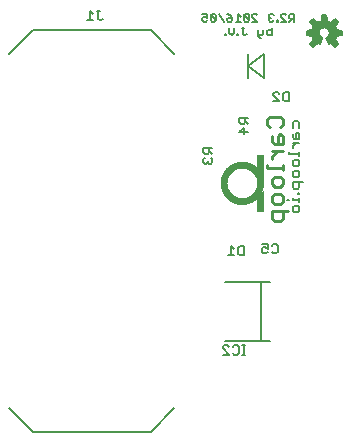
<source format=gbo>
G75*
%MOIN*%
%OFA0B0*%
%FSLAX25Y25*%
%IPPOS*%
%LPD*%
%AMOC8*
5,1,8,0,0,1.08239X$1,22.5*
%
%ADD10C,0.01000*%
%ADD11C,0.00500*%
%ADD12C,0.00600*%
%ADD13C,0.00591*%
%ADD14C,0.00800*%
%ADD15C,0.00000*%
%ADD16C,0.00001*%
D10*
X0322230Y0292553D02*
X0323098Y0291685D01*
X0324833Y0291685D01*
X0325700Y0292553D01*
X0325700Y0295155D01*
X0327435Y0295155D02*
X0322230Y0295155D01*
X0322230Y0292553D01*
X0323098Y0297394D02*
X0322230Y0298262D01*
X0322230Y0299997D01*
X0323098Y0300864D01*
X0324833Y0300864D01*
X0325700Y0299997D01*
X0325700Y0298262D01*
X0324833Y0297394D01*
X0323098Y0297394D01*
X0323098Y0303103D02*
X0322230Y0303971D01*
X0322230Y0305705D01*
X0323098Y0306573D01*
X0324833Y0306573D01*
X0325700Y0305705D01*
X0325700Y0303971D01*
X0324833Y0303103D01*
X0323098Y0303103D01*
X0325700Y0308644D02*
X0325700Y0310379D01*
X0325700Y0309511D02*
X0320496Y0309511D01*
X0320496Y0310379D01*
X0322230Y0312534D02*
X0322230Y0313401D01*
X0323965Y0315136D01*
X0325700Y0315136D02*
X0322230Y0315136D01*
X0323098Y0317375D02*
X0325700Y0317375D01*
X0325700Y0319978D01*
X0324833Y0320845D01*
X0323965Y0319978D01*
X0323965Y0317375D01*
X0323098Y0317375D02*
X0322230Y0318243D01*
X0322230Y0319978D01*
X0321363Y0323084D02*
X0320496Y0323952D01*
X0320496Y0325686D01*
X0321363Y0326554D01*
X0324833Y0326554D01*
X0325700Y0325686D01*
X0325700Y0323952D01*
X0324833Y0323084D01*
D11*
X0234441Y0229445D02*
X0242315Y0221571D01*
X0281685Y0221571D01*
X0289559Y0229445D01*
X0289559Y0347555D02*
X0281685Y0355429D01*
X0242315Y0355429D01*
X0234441Y0347555D01*
X0298861Y0358667D02*
X0299278Y0358250D01*
X0300112Y0358250D01*
X0300529Y0358667D01*
X0300529Y0359501D02*
X0299695Y0359918D01*
X0299278Y0359918D01*
X0298861Y0359501D01*
X0298861Y0358667D01*
X0300529Y0359501D02*
X0300529Y0360752D01*
X0298861Y0360752D01*
X0301623Y0360335D02*
X0303291Y0358667D01*
X0302874Y0358250D01*
X0302040Y0358250D01*
X0301623Y0358667D01*
X0301623Y0360335D01*
X0302040Y0360752D01*
X0302874Y0360752D01*
X0303291Y0360335D01*
X0303291Y0358667D01*
X0304385Y0360752D02*
X0306054Y0358250D01*
X0307148Y0358667D02*
X0307148Y0359084D01*
X0307565Y0359501D01*
X0308816Y0359501D01*
X0308816Y0358667D01*
X0308399Y0358250D01*
X0307565Y0358250D01*
X0307148Y0358667D01*
X0307982Y0360335D02*
X0308816Y0359501D01*
X0307982Y0360335D02*
X0307148Y0360752D01*
X0310744Y0360752D02*
X0310744Y0358250D01*
X0311578Y0358250D02*
X0309910Y0358250D01*
X0309506Y0356252D02*
X0309506Y0354584D01*
X0308672Y0353750D01*
X0307838Y0354584D01*
X0307838Y0356252D01*
X0306744Y0354167D02*
X0306327Y0354167D01*
X0306327Y0353750D01*
X0306744Y0353750D01*
X0306744Y0354167D01*
X0310471Y0354167D02*
X0310471Y0353750D01*
X0310888Y0353750D01*
X0310888Y0354167D01*
X0310471Y0354167D01*
X0312399Y0354167D02*
X0312399Y0356252D01*
X0312816Y0356252D02*
X0311982Y0356252D01*
X0312399Y0354167D02*
X0312816Y0353750D01*
X0313233Y0353750D01*
X0313650Y0354167D01*
X0317507Y0353750D02*
X0318758Y0353750D01*
X0319175Y0354167D01*
X0319175Y0355418D01*
X0320269Y0355001D02*
X0320686Y0355418D01*
X0321937Y0355418D01*
X0321937Y0356252D02*
X0321937Y0353750D01*
X0320686Y0353750D01*
X0320269Y0354167D01*
X0320269Y0355001D01*
X0317507Y0355418D02*
X0317507Y0353333D01*
X0317924Y0352916D01*
X0318341Y0352916D01*
X0317103Y0358250D02*
X0315435Y0359918D01*
X0315435Y0360335D01*
X0315852Y0360752D01*
X0316686Y0360752D01*
X0317103Y0360335D01*
X0317103Y0358250D02*
X0315435Y0358250D01*
X0314341Y0358667D02*
X0312673Y0360335D01*
X0312673Y0358667D01*
X0313090Y0358250D01*
X0313924Y0358250D01*
X0314341Y0358667D01*
X0314341Y0360335D01*
X0313924Y0360752D01*
X0313090Y0360752D01*
X0312673Y0360335D01*
X0311578Y0359918D02*
X0310744Y0360752D01*
X0320960Y0360335D02*
X0320960Y0359918D01*
X0321377Y0359501D01*
X0320960Y0359084D01*
X0320960Y0358667D01*
X0321377Y0358250D01*
X0322211Y0358250D01*
X0322628Y0358667D01*
X0323592Y0358667D02*
X0323592Y0358250D01*
X0324009Y0358250D01*
X0324009Y0358667D01*
X0323592Y0358667D01*
X0325103Y0358250D02*
X0326771Y0358250D01*
X0325103Y0359918D01*
X0325103Y0360335D01*
X0325520Y0360752D01*
X0326354Y0360752D01*
X0326771Y0360335D01*
X0327865Y0360335D02*
X0327865Y0359501D01*
X0328283Y0359084D01*
X0329534Y0359084D01*
X0329534Y0358250D02*
X0329534Y0360752D01*
X0328283Y0360752D01*
X0327865Y0360335D01*
X0328700Y0359084D02*
X0327865Y0358250D01*
X0322628Y0360335D02*
X0322211Y0360752D01*
X0321377Y0360752D01*
X0320960Y0360335D01*
X0321377Y0359501D02*
X0321794Y0359501D01*
D12*
X0323014Y0334703D02*
X0324014Y0334703D01*
X0324515Y0334202D01*
X0325828Y0334202D02*
X0326328Y0334703D01*
X0327830Y0334703D01*
X0327830Y0331700D01*
X0326328Y0331700D01*
X0325828Y0332200D01*
X0325828Y0334202D01*
X0324515Y0331700D02*
X0322513Y0333702D01*
X0322513Y0334202D01*
X0323014Y0334703D01*
X0322513Y0331700D02*
X0324515Y0331700D01*
X0329499Y0325160D02*
X0330633Y0325160D01*
X0331200Y0324593D01*
X0331200Y0322892D01*
X0330633Y0321477D02*
X0330066Y0320910D01*
X0330066Y0319209D01*
X0329499Y0319209D02*
X0331200Y0319209D01*
X0331200Y0320910D01*
X0330633Y0321477D01*
X0328931Y0320910D02*
X0328931Y0319776D01*
X0329499Y0319209D01*
X0330066Y0317794D02*
X0328931Y0316660D01*
X0328931Y0316093D01*
X0328931Y0317794D02*
X0331200Y0317794D01*
X0331200Y0314725D02*
X0331200Y0313590D01*
X0331200Y0314158D02*
X0327797Y0314158D01*
X0327797Y0314725D01*
X0329499Y0312269D02*
X0330633Y0312269D01*
X0331200Y0311702D01*
X0331200Y0310568D01*
X0330633Y0310001D01*
X0329499Y0310001D01*
X0328931Y0310568D01*
X0328931Y0311702D01*
X0329499Y0312269D01*
X0329499Y0308586D02*
X0330633Y0308586D01*
X0331200Y0308019D01*
X0331200Y0306885D01*
X0330633Y0306318D01*
X0329499Y0306318D01*
X0328931Y0306885D01*
X0328931Y0308019D01*
X0329499Y0308586D01*
X0328931Y0304903D02*
X0328931Y0303202D01*
X0329499Y0302634D01*
X0330633Y0302634D01*
X0331200Y0303202D01*
X0331200Y0304903D01*
X0332334Y0304903D02*
X0328931Y0304903D01*
X0330633Y0301220D02*
X0330633Y0300653D01*
X0331200Y0300653D01*
X0331200Y0301220D01*
X0330633Y0301220D01*
X0331200Y0299378D02*
X0331200Y0298244D01*
X0331200Y0298811D02*
X0328931Y0298811D01*
X0328931Y0299378D01*
X0327797Y0298811D02*
X0327230Y0298811D01*
X0329499Y0296923D02*
X0330633Y0296923D01*
X0331200Y0296356D01*
X0331200Y0295221D01*
X0330633Y0294654D01*
X0329499Y0294654D01*
X0328931Y0295221D01*
X0328931Y0296356D01*
X0329499Y0296923D01*
X0323500Y0284053D02*
X0324000Y0283552D01*
X0324000Y0281550D01*
X0323500Y0281050D01*
X0322499Y0281050D01*
X0321998Y0281550D01*
X0320685Y0281550D02*
X0320185Y0281050D01*
X0319184Y0281050D01*
X0318683Y0281550D01*
X0318683Y0282551D01*
X0319184Y0283052D01*
X0319684Y0283052D01*
X0320685Y0282551D01*
X0320685Y0284053D01*
X0318683Y0284053D01*
X0321998Y0283552D02*
X0322499Y0284053D01*
X0323500Y0284053D01*
X0312830Y0283403D02*
X0311328Y0283403D01*
X0310828Y0282902D01*
X0310828Y0280900D01*
X0311328Y0280400D01*
X0312830Y0280400D01*
X0312830Y0283403D01*
X0309515Y0282402D02*
X0308514Y0283403D01*
X0308514Y0280400D01*
X0309515Y0280400D02*
X0307513Y0280400D01*
X0307175Y0250303D02*
X0307675Y0249802D01*
X0307175Y0250303D02*
X0306174Y0250303D01*
X0305674Y0249802D01*
X0305674Y0249302D01*
X0307675Y0247300D01*
X0305674Y0247300D01*
X0308988Y0247800D02*
X0309489Y0247300D01*
X0310490Y0247300D01*
X0310990Y0247800D01*
X0310990Y0249802D01*
X0310490Y0250303D01*
X0309489Y0250303D01*
X0308988Y0249802D01*
X0312199Y0250303D02*
X0313200Y0250303D01*
X0312700Y0250303D02*
X0312700Y0247300D01*
X0313200Y0247300D02*
X0312199Y0247300D01*
X0301700Y0310883D02*
X0302200Y0311384D01*
X0302200Y0312385D01*
X0301700Y0312885D01*
X0302200Y0314198D02*
X0301199Y0315199D01*
X0301199Y0314699D02*
X0301199Y0316200D01*
X0302200Y0316200D02*
X0299197Y0316200D01*
X0299197Y0314699D01*
X0299698Y0314198D01*
X0300699Y0314198D01*
X0301199Y0314699D01*
X0299698Y0312885D02*
X0299197Y0312385D01*
X0299197Y0311384D01*
X0299698Y0310883D01*
X0300198Y0310883D01*
X0300699Y0311384D01*
X0301199Y0310883D01*
X0301700Y0310883D01*
X0300699Y0311384D02*
X0300699Y0311884D01*
X0311197Y0321384D02*
X0312699Y0322885D01*
X0312699Y0320883D01*
X0314200Y0321384D02*
X0311197Y0321384D01*
X0311698Y0324198D02*
X0312699Y0324198D01*
X0313199Y0324699D01*
X0313199Y0326200D01*
X0313199Y0325199D02*
X0314200Y0324198D01*
X0314200Y0326200D02*
X0311197Y0326200D01*
X0311197Y0324699D01*
X0311698Y0324198D01*
X0328931Y0324593D02*
X0329499Y0325160D01*
X0328931Y0324593D02*
X0328931Y0322892D01*
X0265716Y0359182D02*
X0265215Y0358682D01*
X0264715Y0358682D01*
X0264214Y0359182D01*
X0264214Y0361684D01*
X0263714Y0361684D02*
X0264715Y0361684D01*
X0262401Y0360684D02*
X0261400Y0361684D01*
X0261400Y0358682D01*
X0262401Y0358682D02*
X0260399Y0358682D01*
D13*
X0333639Y0355220D02*
X0335544Y0355413D01*
X0335749Y0356054D01*
X0336057Y0356652D01*
X0334846Y0358136D01*
X0335864Y0359154D01*
X0337348Y0357943D01*
X0337946Y0358251D01*
X0338587Y0358456D01*
X0338780Y0360361D01*
X0340220Y0360361D01*
X0340413Y0358456D01*
X0341054Y0358251D01*
X0341652Y0357943D01*
X0343136Y0359154D01*
X0344154Y0358136D01*
X0342943Y0356652D01*
X0343251Y0356054D01*
X0343456Y0355413D01*
X0345361Y0355220D01*
X0345361Y0353780D01*
X0343456Y0353587D01*
X0343251Y0352946D01*
X0342943Y0352348D01*
X0344154Y0350864D01*
X0343136Y0349846D01*
X0341652Y0351057D01*
X0341054Y0350749D01*
X0340206Y0352795D01*
X0340585Y0353007D01*
X0340903Y0353301D01*
X0341145Y0353662D01*
X0341295Y0354069D01*
X0341346Y0354500D01*
X0341293Y0354939D01*
X0341137Y0355352D01*
X0340888Y0355717D01*
X0340559Y0356011D01*
X0340169Y0356220D01*
X0339741Y0356329D01*
X0339299Y0356334D01*
X0338869Y0356234D01*
X0338475Y0356034D01*
X0338140Y0355746D01*
X0337882Y0355387D01*
X0337718Y0354977D01*
X0337655Y0354540D01*
X0337699Y0354100D01*
X0337845Y0353684D01*
X0338086Y0353314D01*
X0338409Y0353012D01*
X0338794Y0352795D01*
X0337946Y0350749D01*
X0337348Y0351057D01*
X0335864Y0349846D01*
X0334846Y0350864D01*
X0336057Y0352348D01*
X0335749Y0352946D01*
X0335544Y0353587D01*
X0333639Y0353780D01*
X0333639Y0355220D01*
X0333639Y0355108D02*
X0337770Y0355108D01*
X0337657Y0354519D02*
X0333639Y0354519D01*
X0333639Y0353930D02*
X0337759Y0353930D01*
X0338069Y0353341D02*
X0335622Y0353341D01*
X0335849Y0352752D02*
X0338776Y0352752D01*
X0338532Y0352162D02*
X0335905Y0352162D01*
X0335425Y0351573D02*
X0338288Y0351573D01*
X0338044Y0350984D02*
X0337489Y0350984D01*
X0337260Y0350984D02*
X0334944Y0350984D01*
X0335315Y0350395D02*
X0336537Y0350395D01*
X0340468Y0352162D02*
X0343095Y0352162D01*
X0343151Y0352752D02*
X0340224Y0352752D01*
X0340930Y0353341D02*
X0343378Y0353341D01*
X0343575Y0351573D02*
X0340712Y0351573D01*
X0340956Y0350984D02*
X0341511Y0350984D01*
X0341740Y0350984D02*
X0344056Y0350984D01*
X0343685Y0350395D02*
X0342463Y0350395D01*
X0341243Y0353930D02*
X0345361Y0353930D01*
X0345361Y0354519D02*
X0341343Y0354519D01*
X0341229Y0355108D02*
X0345361Y0355108D01*
X0343366Y0355697D02*
X0340901Y0355697D01*
X0339910Y0356286D02*
X0343132Y0356286D01*
X0343125Y0356875D02*
X0335875Y0356875D01*
X0335868Y0356286D02*
X0339093Y0356286D01*
X0338104Y0355697D02*
X0335634Y0355697D01*
X0335394Y0357464D02*
X0343606Y0357464D01*
X0344086Y0358053D02*
X0341786Y0358053D01*
X0341438Y0358053D02*
X0337562Y0358053D01*
X0337214Y0358053D02*
X0334914Y0358053D01*
X0335353Y0358642D02*
X0336491Y0358642D01*
X0338606Y0358642D02*
X0340394Y0358642D01*
X0340335Y0359231D02*
X0338665Y0359231D01*
X0338725Y0359820D02*
X0340275Y0359820D01*
X0342509Y0358642D02*
X0343647Y0358642D01*
D14*
X0319531Y0347437D02*
X0319531Y0339563D01*
X0314126Y0343500D01*
X0319531Y0347437D01*
X0314126Y0347437D02*
X0314126Y0339563D01*
X0318512Y0271343D02*
X0306520Y0271343D01*
X0318512Y0271343D02*
X0318512Y0251657D01*
X0321480Y0251657D01*
X0318512Y0251657D02*
X0306520Y0251657D01*
X0318512Y0271343D02*
X0321480Y0271343D01*
D15*
X0319017Y0295240D02*
X0317157Y0295240D01*
X0317157Y0299020D01*
X0317159Y0299018D01*
X0317191Y0299050D01*
X0317223Y0299082D01*
X0317255Y0299114D01*
X0317287Y0299146D01*
X0317319Y0299178D01*
X0317741Y0299636D01*
X0318125Y0300126D01*
X0318467Y0300646D01*
X0318765Y0301192D01*
X0319017Y0301760D01*
X0319017Y0295240D01*
X0316129Y0298818D02*
X0315195Y0298244D01*
X0314171Y0297820D01*
X0313113Y0297566D01*
X0311999Y0297478D01*
X0310887Y0297566D01*
X0309829Y0297820D01*
X0308805Y0298244D01*
X0307871Y0298818D01*
X0307033Y0299534D01*
X0306317Y0300372D01*
X0305743Y0301306D01*
X0305319Y0302330D01*
X0305065Y0303388D01*
X0304977Y0304502D01*
X0304979Y0304498D01*
X0305067Y0305610D01*
X0305321Y0306668D01*
X0305745Y0307692D01*
X0306319Y0308626D01*
X0307035Y0309464D01*
X0307873Y0310180D01*
X0308807Y0310754D01*
X0309831Y0311178D01*
X0310889Y0311432D01*
X0312003Y0311520D01*
X0313035Y0311446D01*
X0314045Y0311222D01*
X0315009Y0310850D01*
X0315909Y0310338D01*
X0316723Y0309700D01*
X0316723Y0306600D01*
X0316117Y0307620D01*
X0315295Y0308476D01*
X0314299Y0309122D01*
X0313183Y0309524D01*
X0312003Y0309660D01*
X0310409Y0309408D01*
X0308973Y0308672D01*
X0307831Y0307530D01*
X0307095Y0306094D01*
X0306843Y0304500D01*
X0307095Y0302906D01*
X0307831Y0301470D01*
X0308973Y0300328D01*
X0310409Y0299592D01*
X0312003Y0299340D01*
X0313597Y0299592D01*
X0315033Y0300328D01*
X0316175Y0301470D01*
X0316911Y0302906D01*
X0317163Y0304500D01*
X0317163Y0313760D01*
X0319023Y0313760D01*
X0319023Y0304500D01*
X0318935Y0303388D01*
X0318681Y0302330D01*
X0318257Y0301306D01*
X0317683Y0300372D01*
X0316967Y0299534D01*
X0316129Y0298818D01*
D16*
X0307871Y0298818D01*
X0307870Y0298819D02*
X0316130Y0298819D01*
X0316131Y0298820D02*
X0307869Y0298820D01*
X0307868Y0298821D02*
X0316132Y0298821D01*
X0316134Y0298822D02*
X0307866Y0298822D01*
X0307865Y0298823D02*
X0316135Y0298823D01*
X0316136Y0298824D02*
X0307864Y0298824D01*
X0307863Y0298825D02*
X0316137Y0298825D01*
X0316138Y0298826D02*
X0307862Y0298826D01*
X0307861Y0298827D02*
X0316139Y0298827D01*
X0316140Y0298828D02*
X0307860Y0298828D01*
X0307858Y0298829D02*
X0316142Y0298829D01*
X0316143Y0298830D02*
X0307857Y0298830D01*
X0307856Y0298831D02*
X0316144Y0298831D01*
X0316145Y0298832D02*
X0307855Y0298832D01*
X0307854Y0298833D02*
X0316146Y0298833D01*
X0316147Y0298834D02*
X0307853Y0298834D01*
X0307852Y0298835D02*
X0316148Y0298835D01*
X0316150Y0298836D02*
X0307850Y0298836D01*
X0307849Y0298837D02*
X0316151Y0298837D01*
X0316152Y0298838D02*
X0307848Y0298838D01*
X0307847Y0298839D02*
X0316153Y0298839D01*
X0316154Y0298840D02*
X0307846Y0298840D01*
X0307845Y0298841D02*
X0316155Y0298841D01*
X0316157Y0298842D02*
X0307843Y0298842D01*
X0307842Y0298843D02*
X0316158Y0298843D01*
X0316159Y0298844D02*
X0307841Y0298844D01*
X0307840Y0298844D02*
X0316160Y0298844D01*
X0316161Y0298845D02*
X0307839Y0298845D01*
X0307838Y0298846D02*
X0316162Y0298846D01*
X0316163Y0298847D02*
X0307837Y0298847D01*
X0307835Y0298848D02*
X0316165Y0298848D01*
X0316166Y0298849D02*
X0307834Y0298849D01*
X0307833Y0298850D02*
X0316167Y0298850D01*
X0316168Y0298851D02*
X0307832Y0298851D01*
X0307831Y0298852D02*
X0316169Y0298852D01*
X0316170Y0298853D02*
X0307830Y0298853D01*
X0307828Y0298854D02*
X0316172Y0298854D01*
X0316173Y0298855D02*
X0307827Y0298855D01*
X0307826Y0298856D02*
X0316174Y0298856D01*
X0316175Y0298857D02*
X0307825Y0298857D01*
X0307824Y0298858D02*
X0316176Y0298858D01*
X0316177Y0298859D02*
X0307823Y0298859D01*
X0307822Y0298860D02*
X0316178Y0298860D01*
X0316180Y0298861D02*
X0307820Y0298861D01*
X0307819Y0298862D02*
X0316181Y0298862D01*
X0316182Y0298863D02*
X0307818Y0298863D01*
X0307817Y0298864D02*
X0316183Y0298864D01*
X0316184Y0298865D02*
X0307816Y0298865D01*
X0307815Y0298866D02*
X0316185Y0298866D01*
X0316187Y0298867D02*
X0307814Y0298867D01*
X0307812Y0298868D02*
X0316188Y0298868D01*
X0316189Y0298869D02*
X0307811Y0298869D01*
X0307810Y0298870D02*
X0316190Y0298870D01*
X0316191Y0298871D02*
X0307809Y0298871D01*
X0307808Y0298872D02*
X0316192Y0298872D01*
X0316193Y0298873D02*
X0307807Y0298873D01*
X0307805Y0298874D02*
X0316195Y0298874D01*
X0316196Y0298875D02*
X0307804Y0298875D01*
X0307803Y0298876D02*
X0316197Y0298876D01*
X0316198Y0298877D02*
X0307802Y0298877D01*
X0307801Y0298878D02*
X0316199Y0298878D01*
X0316200Y0298879D02*
X0307800Y0298879D01*
X0307799Y0298880D02*
X0316201Y0298880D01*
X0316203Y0298881D02*
X0307797Y0298881D01*
X0307796Y0298882D02*
X0316204Y0298882D01*
X0316205Y0298883D02*
X0307795Y0298883D01*
X0307794Y0298884D02*
X0316206Y0298884D01*
X0316207Y0298885D02*
X0307793Y0298885D01*
X0307792Y0298886D02*
X0316208Y0298886D01*
X0316210Y0298887D02*
X0307790Y0298887D01*
X0307789Y0298888D02*
X0316211Y0298888D01*
X0316212Y0298889D02*
X0307788Y0298889D01*
X0307787Y0298890D02*
X0316213Y0298890D01*
X0316214Y0298891D02*
X0307786Y0298891D01*
X0307785Y0298892D02*
X0316215Y0298892D01*
X0316216Y0298893D02*
X0307784Y0298893D01*
X0307782Y0298894D02*
X0316218Y0298894D01*
X0316219Y0298895D02*
X0307781Y0298895D01*
X0307780Y0298896D02*
X0316220Y0298896D01*
X0316221Y0298897D02*
X0307779Y0298897D01*
X0307778Y0298898D02*
X0316222Y0298898D01*
X0316223Y0298899D02*
X0307777Y0298899D01*
X0307775Y0298900D02*
X0316225Y0298900D01*
X0316226Y0298901D02*
X0307774Y0298901D01*
X0307773Y0298902D02*
X0316227Y0298902D01*
X0316228Y0298903D02*
X0307772Y0298903D01*
X0307771Y0298904D02*
X0316229Y0298904D01*
X0316230Y0298905D02*
X0307770Y0298905D01*
X0307769Y0298906D02*
X0316231Y0298906D01*
X0316233Y0298906D02*
X0307767Y0298906D01*
X0307766Y0298907D02*
X0316234Y0298907D01*
X0316235Y0298908D02*
X0307765Y0298908D01*
X0307764Y0298909D02*
X0316236Y0298909D01*
X0316237Y0298910D02*
X0307763Y0298910D01*
X0307762Y0298911D02*
X0316238Y0298911D01*
X0316239Y0298912D02*
X0307761Y0298912D01*
X0307759Y0298913D02*
X0316241Y0298913D01*
X0316242Y0298914D02*
X0307758Y0298914D01*
X0307757Y0298915D02*
X0316243Y0298915D01*
X0316244Y0298916D02*
X0307756Y0298916D01*
X0307755Y0298917D02*
X0316245Y0298917D01*
X0316246Y0298918D02*
X0307754Y0298918D01*
X0307752Y0298919D02*
X0316248Y0298919D01*
X0316249Y0298920D02*
X0307751Y0298920D01*
X0307750Y0298921D02*
X0316250Y0298921D01*
X0316251Y0298922D02*
X0307749Y0298922D01*
X0307748Y0298923D02*
X0316252Y0298923D01*
X0316253Y0298924D02*
X0307747Y0298924D01*
X0307746Y0298925D02*
X0316254Y0298925D01*
X0316256Y0298926D02*
X0307744Y0298926D01*
X0307743Y0298927D02*
X0316257Y0298927D01*
X0316258Y0298928D02*
X0307742Y0298928D01*
X0307741Y0298929D02*
X0316259Y0298929D01*
X0316260Y0298930D02*
X0307740Y0298930D01*
X0307739Y0298931D02*
X0316261Y0298931D01*
X0316263Y0298932D02*
X0307737Y0298932D01*
X0307736Y0298933D02*
X0316264Y0298933D01*
X0316265Y0298934D02*
X0307735Y0298934D01*
X0307734Y0298935D02*
X0316266Y0298935D01*
X0316267Y0298936D02*
X0307733Y0298936D01*
X0307732Y0298937D02*
X0316268Y0298937D01*
X0316269Y0298938D02*
X0307731Y0298938D01*
X0307729Y0298939D02*
X0316271Y0298939D01*
X0316272Y0298940D02*
X0307728Y0298940D01*
X0307727Y0298941D02*
X0316273Y0298941D01*
X0316274Y0298942D02*
X0307726Y0298942D01*
X0307725Y0298943D02*
X0316275Y0298943D01*
X0316276Y0298944D02*
X0307724Y0298944D01*
X0307723Y0298945D02*
X0316278Y0298945D01*
X0316279Y0298946D02*
X0307721Y0298946D01*
X0307720Y0298947D02*
X0316280Y0298947D01*
X0316281Y0298948D02*
X0307719Y0298948D01*
X0307718Y0298949D02*
X0316282Y0298949D01*
X0316283Y0298950D02*
X0307717Y0298950D01*
X0307716Y0298951D02*
X0316284Y0298951D01*
X0316286Y0298952D02*
X0307714Y0298952D01*
X0307713Y0298953D02*
X0316287Y0298953D01*
X0316288Y0298954D02*
X0307712Y0298954D01*
X0307711Y0298955D02*
X0316289Y0298955D01*
X0316290Y0298956D02*
X0307710Y0298956D01*
X0307709Y0298957D02*
X0316291Y0298957D01*
X0316292Y0298958D02*
X0307708Y0298958D01*
X0307706Y0298959D02*
X0316294Y0298959D01*
X0316295Y0298960D02*
X0307705Y0298960D01*
X0307704Y0298961D02*
X0316296Y0298961D01*
X0316297Y0298962D02*
X0307703Y0298962D01*
X0307702Y0298963D02*
X0316298Y0298963D01*
X0316299Y0298964D02*
X0307701Y0298964D01*
X0307699Y0298965D02*
X0316301Y0298965D01*
X0316302Y0298966D02*
X0307698Y0298966D01*
X0307697Y0298967D02*
X0316303Y0298967D01*
X0316304Y0298968D02*
X0307696Y0298968D01*
X0307695Y0298969D02*
X0316305Y0298969D01*
X0316306Y0298969D02*
X0307694Y0298969D01*
X0307693Y0298970D02*
X0316307Y0298970D01*
X0316309Y0298971D02*
X0307691Y0298971D01*
X0307690Y0298972D02*
X0316310Y0298972D01*
X0316311Y0298973D02*
X0307689Y0298973D01*
X0307688Y0298974D02*
X0316312Y0298974D01*
X0316313Y0298975D02*
X0307687Y0298975D01*
X0307686Y0298976D02*
X0316314Y0298976D01*
X0316316Y0298977D02*
X0307684Y0298977D01*
X0307683Y0298978D02*
X0316317Y0298978D01*
X0316318Y0298979D02*
X0307682Y0298979D01*
X0307681Y0298980D02*
X0316319Y0298980D01*
X0316320Y0298981D02*
X0307680Y0298981D01*
X0307679Y0298982D02*
X0316321Y0298982D01*
X0316322Y0298983D02*
X0307678Y0298983D01*
X0307676Y0298984D02*
X0316324Y0298984D01*
X0316325Y0298985D02*
X0307675Y0298985D01*
X0307674Y0298986D02*
X0316326Y0298986D01*
X0316327Y0298987D02*
X0307673Y0298987D01*
X0307672Y0298988D02*
X0316328Y0298988D01*
X0316329Y0298989D02*
X0307671Y0298989D01*
X0307670Y0298990D02*
X0316330Y0298990D01*
X0316332Y0298991D02*
X0307668Y0298991D01*
X0307667Y0298992D02*
X0316333Y0298992D01*
X0316334Y0298993D02*
X0307666Y0298993D01*
X0307665Y0298994D02*
X0316335Y0298994D01*
X0316336Y0298995D02*
X0307664Y0298995D01*
X0307663Y0298996D02*
X0316337Y0298996D01*
X0316339Y0298997D02*
X0307661Y0298997D01*
X0307660Y0298998D02*
X0316340Y0298998D01*
X0316341Y0298999D02*
X0307659Y0298999D01*
X0307658Y0299000D02*
X0316342Y0299000D01*
X0316343Y0299001D02*
X0307657Y0299001D01*
X0307656Y0299002D02*
X0316344Y0299002D01*
X0316345Y0299003D02*
X0307655Y0299003D01*
X0307653Y0299004D02*
X0316347Y0299004D01*
X0316348Y0299005D02*
X0307652Y0299005D01*
X0307651Y0299006D02*
X0316349Y0299006D01*
X0316350Y0299007D02*
X0307650Y0299007D01*
X0307649Y0299008D02*
X0316351Y0299008D01*
X0316352Y0299009D02*
X0307648Y0299009D01*
X0307646Y0299010D02*
X0316354Y0299010D01*
X0316355Y0299011D02*
X0307645Y0299011D01*
X0307644Y0299012D02*
X0316356Y0299012D01*
X0316357Y0299013D02*
X0307643Y0299013D01*
X0307642Y0299014D02*
X0316358Y0299014D01*
X0316359Y0299015D02*
X0307641Y0299015D01*
X0307640Y0299016D02*
X0316360Y0299016D01*
X0316362Y0299017D02*
X0307638Y0299017D01*
X0307637Y0299018D02*
X0316363Y0299018D01*
X0316364Y0299019D02*
X0307636Y0299019D01*
X0307635Y0299020D02*
X0316365Y0299020D01*
X0316366Y0299021D02*
X0307634Y0299021D01*
X0307633Y0299022D02*
X0316367Y0299022D01*
X0316369Y0299023D02*
X0307631Y0299023D01*
X0307630Y0299024D02*
X0316370Y0299024D01*
X0316371Y0299025D02*
X0307629Y0299025D01*
X0307628Y0299026D02*
X0316372Y0299026D01*
X0316373Y0299027D02*
X0307627Y0299027D01*
X0307626Y0299028D02*
X0316374Y0299028D01*
X0316375Y0299029D02*
X0307625Y0299029D01*
X0307623Y0299030D02*
X0316377Y0299030D01*
X0316378Y0299031D02*
X0307622Y0299031D01*
X0307621Y0299031D02*
X0316379Y0299031D01*
X0316380Y0299032D02*
X0307620Y0299032D01*
X0307619Y0299033D02*
X0316381Y0299033D01*
X0316382Y0299034D02*
X0307618Y0299034D01*
X0307617Y0299035D02*
X0316383Y0299035D01*
X0316385Y0299036D02*
X0307615Y0299036D01*
X0307614Y0299037D02*
X0316386Y0299037D01*
X0316387Y0299038D02*
X0307613Y0299038D01*
X0307612Y0299039D02*
X0316388Y0299039D01*
X0316389Y0299040D02*
X0307611Y0299040D01*
X0307610Y0299041D02*
X0316390Y0299041D01*
X0316392Y0299042D02*
X0307608Y0299042D01*
X0307607Y0299043D02*
X0316393Y0299043D01*
X0316394Y0299044D02*
X0307606Y0299044D01*
X0307605Y0299045D02*
X0316395Y0299045D01*
X0316396Y0299046D02*
X0307604Y0299046D01*
X0307603Y0299047D02*
X0316397Y0299047D01*
X0316398Y0299048D02*
X0307602Y0299048D01*
X0307600Y0299049D02*
X0316400Y0299049D01*
X0316401Y0299050D02*
X0307599Y0299050D01*
X0307598Y0299051D02*
X0316402Y0299051D01*
X0316403Y0299052D02*
X0307597Y0299052D01*
X0307596Y0299053D02*
X0316404Y0299053D01*
X0316405Y0299054D02*
X0307595Y0299054D01*
X0307593Y0299055D02*
X0316407Y0299055D01*
X0316408Y0299056D02*
X0307592Y0299056D01*
X0307591Y0299057D02*
X0316409Y0299057D01*
X0316410Y0299058D02*
X0307590Y0299058D01*
X0307589Y0299059D02*
X0316411Y0299059D01*
X0316412Y0299060D02*
X0307588Y0299060D01*
X0307587Y0299061D02*
X0316413Y0299061D01*
X0316415Y0299062D02*
X0307585Y0299062D01*
X0307584Y0299063D02*
X0316416Y0299063D01*
X0316417Y0299064D02*
X0307583Y0299064D01*
X0307582Y0299065D02*
X0316418Y0299065D01*
X0316419Y0299066D02*
X0307581Y0299066D01*
X0307580Y0299067D02*
X0316420Y0299067D01*
X0316422Y0299068D02*
X0307579Y0299068D01*
X0307577Y0299069D02*
X0316423Y0299069D01*
X0316424Y0299070D02*
X0307576Y0299070D01*
X0307575Y0299071D02*
X0316425Y0299071D01*
X0316426Y0299072D02*
X0307574Y0299072D01*
X0307573Y0299073D02*
X0316427Y0299073D01*
X0316428Y0299074D02*
X0307572Y0299074D01*
X0307570Y0299075D02*
X0316430Y0299075D01*
X0316431Y0299076D02*
X0307569Y0299076D01*
X0307568Y0299077D02*
X0316432Y0299077D01*
X0316433Y0299078D02*
X0307567Y0299078D01*
X0307566Y0299079D02*
X0316434Y0299079D01*
X0316435Y0299080D02*
X0307565Y0299080D01*
X0307564Y0299081D02*
X0316436Y0299081D01*
X0316438Y0299082D02*
X0307562Y0299082D01*
X0307561Y0299083D02*
X0316439Y0299083D01*
X0316440Y0299084D02*
X0307560Y0299084D01*
X0307559Y0299085D02*
X0316441Y0299085D01*
X0316442Y0299086D02*
X0307558Y0299086D01*
X0307557Y0299087D02*
X0316443Y0299087D01*
X0316445Y0299088D02*
X0307555Y0299088D01*
X0307554Y0299089D02*
X0316446Y0299089D01*
X0316447Y0299090D02*
X0307553Y0299090D01*
X0307552Y0299091D02*
X0316448Y0299091D01*
X0316449Y0299092D02*
X0307551Y0299092D01*
X0307550Y0299093D02*
X0316450Y0299093D01*
X0316451Y0299094D02*
X0307549Y0299094D01*
X0307547Y0299094D02*
X0316453Y0299094D01*
X0316454Y0299095D02*
X0307546Y0299095D01*
X0307545Y0299096D02*
X0316455Y0299096D01*
X0316456Y0299097D02*
X0307544Y0299097D01*
X0307543Y0299098D02*
X0316457Y0299098D01*
X0316458Y0299099D02*
X0307542Y0299099D01*
X0307541Y0299100D02*
X0316460Y0299100D01*
X0316461Y0299101D02*
X0307539Y0299101D01*
X0307538Y0299102D02*
X0316462Y0299102D01*
X0316463Y0299103D02*
X0307537Y0299103D01*
X0307536Y0299104D02*
X0316464Y0299104D01*
X0316465Y0299105D02*
X0307535Y0299105D01*
X0307534Y0299106D02*
X0316466Y0299106D01*
X0316468Y0299107D02*
X0307532Y0299107D01*
X0307531Y0299108D02*
X0316469Y0299108D01*
X0316470Y0299109D02*
X0307530Y0299109D01*
X0307529Y0299110D02*
X0316471Y0299110D01*
X0316472Y0299111D02*
X0307528Y0299111D01*
X0307527Y0299112D02*
X0316473Y0299112D01*
X0316474Y0299113D02*
X0307526Y0299113D01*
X0307524Y0299114D02*
X0316476Y0299114D01*
X0316477Y0299115D02*
X0307523Y0299115D01*
X0307522Y0299116D02*
X0316478Y0299116D01*
X0316479Y0299117D02*
X0307521Y0299117D01*
X0307520Y0299118D02*
X0316480Y0299118D01*
X0316481Y0299119D02*
X0307519Y0299119D01*
X0307517Y0299120D02*
X0316483Y0299120D01*
X0316484Y0299121D02*
X0307516Y0299121D01*
X0307515Y0299122D02*
X0316485Y0299122D01*
X0316486Y0299123D02*
X0307514Y0299123D01*
X0307513Y0299124D02*
X0316487Y0299124D01*
X0316488Y0299125D02*
X0307512Y0299125D01*
X0307511Y0299126D02*
X0316489Y0299126D01*
X0316491Y0299127D02*
X0307509Y0299127D01*
X0307508Y0299128D02*
X0316492Y0299128D01*
X0316493Y0299129D02*
X0307507Y0299129D01*
X0307506Y0299130D02*
X0316494Y0299130D01*
X0316495Y0299131D02*
X0307505Y0299131D01*
X0307504Y0299132D02*
X0316496Y0299132D01*
X0316498Y0299133D02*
X0307502Y0299133D01*
X0307501Y0299134D02*
X0316499Y0299134D01*
X0316500Y0299135D02*
X0307500Y0299135D01*
X0307499Y0299136D02*
X0316501Y0299136D01*
X0316502Y0299137D02*
X0307498Y0299137D01*
X0307497Y0299138D02*
X0316503Y0299138D01*
X0316504Y0299139D02*
X0307496Y0299139D01*
X0307494Y0299140D02*
X0316506Y0299140D01*
X0316507Y0299141D02*
X0307493Y0299141D01*
X0307492Y0299142D02*
X0316508Y0299142D01*
X0316509Y0299143D02*
X0307491Y0299143D01*
X0307490Y0299144D02*
X0316510Y0299144D01*
X0316511Y0299145D02*
X0307489Y0299145D01*
X0307488Y0299146D02*
X0316513Y0299146D01*
X0316514Y0299147D02*
X0307486Y0299147D01*
X0307485Y0299148D02*
X0316515Y0299148D01*
X0316516Y0299149D02*
X0307484Y0299149D01*
X0307483Y0299150D02*
X0316517Y0299150D01*
X0316518Y0299151D02*
X0307482Y0299151D01*
X0307481Y0299152D02*
X0316519Y0299152D01*
X0316521Y0299153D02*
X0307479Y0299153D01*
X0307478Y0299154D02*
X0316522Y0299154D01*
X0316523Y0299155D02*
X0307477Y0299155D01*
X0307476Y0299156D02*
X0316524Y0299156D01*
X0316525Y0299156D02*
X0307475Y0299156D01*
X0307474Y0299157D02*
X0316526Y0299157D01*
X0316527Y0299158D02*
X0307473Y0299158D01*
X0307471Y0299159D02*
X0316529Y0299159D01*
X0316530Y0299160D02*
X0307470Y0299160D01*
X0307469Y0299161D02*
X0316531Y0299161D01*
X0316532Y0299162D02*
X0307468Y0299162D01*
X0307467Y0299163D02*
X0316533Y0299163D01*
X0316534Y0299164D02*
X0307466Y0299164D01*
X0307464Y0299165D02*
X0316536Y0299165D01*
X0316537Y0299166D02*
X0307463Y0299166D01*
X0307462Y0299167D02*
X0316538Y0299167D01*
X0316539Y0299168D02*
X0307461Y0299168D01*
X0307460Y0299169D02*
X0316540Y0299169D01*
X0316541Y0299170D02*
X0307459Y0299170D01*
X0307458Y0299171D02*
X0316542Y0299171D01*
X0316544Y0299172D02*
X0307456Y0299172D01*
X0307455Y0299173D02*
X0316545Y0299173D01*
X0316546Y0299174D02*
X0307454Y0299174D01*
X0307453Y0299175D02*
X0316547Y0299175D01*
X0316548Y0299176D02*
X0307452Y0299176D01*
X0307451Y0299177D02*
X0316549Y0299177D01*
X0316551Y0299178D02*
X0307449Y0299178D01*
X0307448Y0299179D02*
X0316552Y0299179D01*
X0316553Y0299180D02*
X0307447Y0299180D01*
X0307446Y0299181D02*
X0316554Y0299181D01*
X0316555Y0299182D02*
X0307445Y0299182D01*
X0307444Y0299183D02*
X0316556Y0299183D01*
X0316557Y0299184D02*
X0307443Y0299184D01*
X0307441Y0299185D02*
X0316559Y0299185D01*
X0316560Y0299186D02*
X0307440Y0299186D01*
X0307439Y0299187D02*
X0316561Y0299187D01*
X0316562Y0299188D02*
X0307438Y0299188D01*
X0307437Y0299189D02*
X0316563Y0299189D01*
X0316564Y0299190D02*
X0307436Y0299190D01*
X0307435Y0299191D02*
X0316565Y0299191D01*
X0316567Y0299192D02*
X0307433Y0299192D01*
X0307432Y0299193D02*
X0316568Y0299193D01*
X0316569Y0299194D02*
X0307431Y0299194D01*
X0307430Y0299195D02*
X0316570Y0299195D01*
X0316571Y0299196D02*
X0307429Y0299196D01*
X0307428Y0299197D02*
X0316572Y0299197D01*
X0316574Y0299198D02*
X0307426Y0299198D01*
X0307425Y0299199D02*
X0316575Y0299199D01*
X0316576Y0299200D02*
X0307424Y0299200D01*
X0307423Y0299201D02*
X0316577Y0299201D01*
X0316578Y0299202D02*
X0307422Y0299202D01*
X0307421Y0299203D02*
X0316579Y0299203D01*
X0316580Y0299204D02*
X0307420Y0299204D01*
X0307418Y0299205D02*
X0316582Y0299205D01*
X0316583Y0299206D02*
X0307417Y0299206D01*
X0307416Y0299207D02*
X0316584Y0299207D01*
X0316585Y0299208D02*
X0307415Y0299208D01*
X0307414Y0299209D02*
X0316586Y0299209D01*
X0316587Y0299210D02*
X0307413Y0299210D01*
X0307411Y0299211D02*
X0316589Y0299211D01*
X0316590Y0299212D02*
X0307410Y0299212D01*
X0307409Y0299213D02*
X0316591Y0299213D01*
X0316592Y0299214D02*
X0307408Y0299214D01*
X0307407Y0299215D02*
X0316593Y0299215D01*
X0316594Y0299216D02*
X0307406Y0299216D01*
X0307405Y0299217D02*
X0316595Y0299217D01*
X0316597Y0299218D02*
X0307403Y0299218D01*
X0307402Y0299219D02*
X0316598Y0299219D01*
X0316599Y0299219D02*
X0307401Y0299219D01*
X0307400Y0299220D02*
X0316600Y0299220D01*
X0316601Y0299221D02*
X0307399Y0299221D01*
X0307398Y0299222D02*
X0316602Y0299222D01*
X0316604Y0299223D02*
X0307397Y0299223D01*
X0307395Y0299224D02*
X0316605Y0299224D01*
X0316606Y0299225D02*
X0307394Y0299225D01*
X0307393Y0299226D02*
X0316607Y0299226D01*
X0316608Y0299227D02*
X0307392Y0299227D01*
X0307391Y0299228D02*
X0316609Y0299228D01*
X0316610Y0299229D02*
X0307390Y0299229D01*
X0307388Y0299230D02*
X0316612Y0299230D01*
X0316613Y0299231D02*
X0307387Y0299231D01*
X0307386Y0299232D02*
X0316614Y0299232D01*
X0316615Y0299233D02*
X0307385Y0299233D01*
X0307384Y0299234D02*
X0316616Y0299234D01*
X0316617Y0299235D02*
X0307383Y0299235D01*
X0307382Y0299236D02*
X0316618Y0299236D01*
X0316620Y0299237D02*
X0307380Y0299237D01*
X0307379Y0299238D02*
X0316621Y0299238D01*
X0316622Y0299239D02*
X0307378Y0299239D01*
X0307377Y0299240D02*
X0316623Y0299240D01*
X0316624Y0299241D02*
X0307376Y0299241D01*
X0307375Y0299242D02*
X0316625Y0299242D01*
X0316627Y0299243D02*
X0307373Y0299243D01*
X0307372Y0299244D02*
X0316628Y0299244D01*
X0316629Y0299245D02*
X0307371Y0299245D01*
X0307370Y0299246D02*
X0316630Y0299246D01*
X0316631Y0299247D02*
X0307369Y0299247D01*
X0307368Y0299248D02*
X0316632Y0299248D01*
X0316633Y0299249D02*
X0307367Y0299249D01*
X0307365Y0299250D02*
X0316635Y0299250D01*
X0316636Y0299251D02*
X0307364Y0299251D01*
X0307363Y0299252D02*
X0316637Y0299252D01*
X0316638Y0299253D02*
X0307362Y0299253D01*
X0307361Y0299254D02*
X0316639Y0299254D01*
X0316640Y0299255D02*
X0307360Y0299255D01*
X0307358Y0299256D02*
X0316642Y0299256D01*
X0316643Y0299257D02*
X0307357Y0299257D01*
X0307356Y0299258D02*
X0316644Y0299258D01*
X0316645Y0299259D02*
X0307355Y0299259D01*
X0307354Y0299260D02*
X0316646Y0299260D01*
X0316647Y0299261D02*
X0307353Y0299261D01*
X0307352Y0299262D02*
X0316648Y0299262D01*
X0316650Y0299263D02*
X0307350Y0299263D01*
X0307349Y0299264D02*
X0316651Y0299264D01*
X0316652Y0299265D02*
X0307348Y0299265D01*
X0307347Y0299266D02*
X0316653Y0299266D01*
X0316654Y0299267D02*
X0307346Y0299267D01*
X0307345Y0299268D02*
X0316655Y0299268D01*
X0316656Y0299269D02*
X0307344Y0299269D01*
X0307342Y0299270D02*
X0316658Y0299270D01*
X0316659Y0299271D02*
X0307341Y0299271D01*
X0307340Y0299272D02*
X0316660Y0299272D01*
X0316661Y0299273D02*
X0307339Y0299273D01*
X0307338Y0299274D02*
X0316662Y0299274D01*
X0316663Y0299275D02*
X0307337Y0299275D01*
X0307335Y0299276D02*
X0316665Y0299276D01*
X0316666Y0299277D02*
X0307334Y0299277D01*
X0307333Y0299278D02*
X0316667Y0299278D01*
X0316668Y0299279D02*
X0307332Y0299279D01*
X0307331Y0299280D02*
X0316669Y0299280D01*
X0316670Y0299281D02*
X0307330Y0299281D01*
X0307329Y0299281D02*
X0316671Y0299281D01*
X0316673Y0299282D02*
X0307327Y0299282D01*
X0307326Y0299283D02*
X0316674Y0299283D01*
X0316675Y0299284D02*
X0307325Y0299284D01*
X0307324Y0299285D02*
X0316676Y0299285D01*
X0316677Y0299286D02*
X0307323Y0299286D01*
X0307322Y0299287D02*
X0316678Y0299287D01*
X0316680Y0299288D02*
X0307320Y0299288D01*
X0307319Y0299289D02*
X0316681Y0299289D01*
X0316682Y0299290D02*
X0307318Y0299290D01*
X0307317Y0299291D02*
X0316683Y0299291D01*
X0316684Y0299292D02*
X0307316Y0299292D01*
X0307315Y0299293D02*
X0316685Y0299293D01*
X0316686Y0299294D02*
X0307314Y0299294D01*
X0307312Y0299295D02*
X0316688Y0299295D01*
X0316689Y0299296D02*
X0307311Y0299296D01*
X0307310Y0299297D02*
X0316690Y0299297D01*
X0316691Y0299298D02*
X0307309Y0299298D01*
X0307308Y0299299D02*
X0316692Y0299299D01*
X0316693Y0299300D02*
X0307307Y0299300D01*
X0307305Y0299301D02*
X0316695Y0299301D01*
X0316696Y0299302D02*
X0307304Y0299302D01*
X0307303Y0299303D02*
X0316697Y0299303D01*
X0316698Y0299304D02*
X0307302Y0299304D01*
X0307301Y0299305D02*
X0316699Y0299305D01*
X0316700Y0299306D02*
X0307300Y0299306D01*
X0307299Y0299307D02*
X0316701Y0299307D01*
X0316703Y0299308D02*
X0307297Y0299308D01*
X0307296Y0299309D02*
X0316704Y0299309D01*
X0316705Y0299310D02*
X0307295Y0299310D01*
X0307294Y0299311D02*
X0316706Y0299311D01*
X0316707Y0299312D02*
X0307293Y0299312D01*
X0307292Y0299313D02*
X0316708Y0299313D01*
X0316709Y0299314D02*
X0307291Y0299314D01*
X0307289Y0299315D02*
X0316711Y0299315D01*
X0316712Y0299316D02*
X0307288Y0299316D01*
X0307287Y0299317D02*
X0316713Y0299317D01*
X0316714Y0299318D02*
X0307286Y0299318D01*
X0307285Y0299319D02*
X0316715Y0299319D01*
X0316716Y0299320D02*
X0307284Y0299320D01*
X0307282Y0299321D02*
X0316718Y0299321D01*
X0316719Y0299322D02*
X0307281Y0299322D01*
X0307280Y0299323D02*
X0316720Y0299323D01*
X0316721Y0299324D02*
X0307279Y0299324D01*
X0307278Y0299325D02*
X0316722Y0299325D01*
X0316723Y0299326D02*
X0307277Y0299326D01*
X0307276Y0299327D02*
X0316724Y0299327D01*
X0316726Y0299328D02*
X0307274Y0299328D01*
X0307273Y0299329D02*
X0316727Y0299329D01*
X0316728Y0299330D02*
X0307272Y0299330D01*
X0307271Y0299331D02*
X0316729Y0299331D01*
X0316730Y0299332D02*
X0307270Y0299332D01*
X0307269Y0299333D02*
X0316731Y0299333D01*
X0316733Y0299334D02*
X0307267Y0299334D01*
X0307266Y0299335D02*
X0316734Y0299335D01*
X0316735Y0299336D02*
X0307265Y0299336D01*
X0307264Y0299337D02*
X0316736Y0299337D01*
X0316737Y0299338D02*
X0307263Y0299338D01*
X0307262Y0299339D02*
X0316738Y0299339D01*
X0316739Y0299340D02*
X0307261Y0299340D01*
X0307259Y0299341D02*
X0311999Y0299341D01*
X0311993Y0299342D02*
X0307258Y0299342D01*
X0307257Y0299343D02*
X0311987Y0299343D01*
X0311981Y0299344D02*
X0307256Y0299344D01*
X0307255Y0299344D02*
X0311975Y0299344D01*
X0311968Y0299345D02*
X0307254Y0299345D01*
X0307253Y0299346D02*
X0311962Y0299346D01*
X0311956Y0299347D02*
X0307251Y0299347D01*
X0307250Y0299348D02*
X0311950Y0299348D01*
X0311943Y0299349D02*
X0307249Y0299349D01*
X0307248Y0299350D02*
X0311937Y0299350D01*
X0311931Y0299351D02*
X0307247Y0299351D01*
X0307246Y0299352D02*
X0311925Y0299352D01*
X0311919Y0299353D02*
X0307244Y0299353D01*
X0307243Y0299354D02*
X0311912Y0299354D01*
X0311906Y0299355D02*
X0307242Y0299355D01*
X0307241Y0299356D02*
X0311900Y0299356D01*
X0311894Y0299357D02*
X0307240Y0299357D01*
X0307239Y0299358D02*
X0311887Y0299358D01*
X0311881Y0299359D02*
X0307238Y0299359D01*
X0307236Y0299360D02*
X0311875Y0299360D01*
X0311869Y0299361D02*
X0307235Y0299361D01*
X0307234Y0299362D02*
X0311863Y0299362D01*
X0311856Y0299363D02*
X0307233Y0299363D01*
X0307232Y0299364D02*
X0311850Y0299364D01*
X0311844Y0299365D02*
X0307231Y0299365D01*
X0307229Y0299366D02*
X0311838Y0299366D01*
X0311831Y0299367D02*
X0307228Y0299367D01*
X0307227Y0299368D02*
X0311825Y0299368D01*
X0311819Y0299369D02*
X0307226Y0299369D01*
X0307225Y0299370D02*
X0311813Y0299370D01*
X0311806Y0299371D02*
X0307224Y0299371D01*
X0307223Y0299372D02*
X0311800Y0299372D01*
X0311794Y0299373D02*
X0307221Y0299373D01*
X0307220Y0299374D02*
X0311788Y0299374D01*
X0311782Y0299375D02*
X0307219Y0299375D01*
X0307218Y0299376D02*
X0311775Y0299376D01*
X0311769Y0299377D02*
X0307217Y0299377D01*
X0307216Y0299378D02*
X0311763Y0299378D01*
X0311757Y0299379D02*
X0307214Y0299379D01*
X0307213Y0299380D02*
X0311750Y0299380D01*
X0311744Y0299381D02*
X0307212Y0299381D01*
X0307211Y0299382D02*
X0311738Y0299382D01*
X0311732Y0299383D02*
X0307210Y0299383D01*
X0307209Y0299384D02*
X0311726Y0299384D01*
X0311719Y0299385D02*
X0307208Y0299385D01*
X0307206Y0299386D02*
X0311713Y0299386D01*
X0311707Y0299387D02*
X0307205Y0299387D01*
X0307204Y0299388D02*
X0311701Y0299388D01*
X0311694Y0299389D02*
X0307203Y0299389D01*
X0307202Y0299390D02*
X0311688Y0299390D01*
X0311682Y0299391D02*
X0307201Y0299391D01*
X0307200Y0299392D02*
X0311676Y0299392D01*
X0311670Y0299393D02*
X0307198Y0299393D01*
X0307197Y0299394D02*
X0311663Y0299394D01*
X0311657Y0299395D02*
X0307196Y0299395D01*
X0307195Y0299396D02*
X0311651Y0299396D01*
X0311645Y0299397D02*
X0307194Y0299397D01*
X0307193Y0299398D02*
X0311638Y0299398D01*
X0311632Y0299399D02*
X0307191Y0299399D01*
X0307190Y0299400D02*
X0311626Y0299400D01*
X0311620Y0299401D02*
X0307189Y0299401D01*
X0307188Y0299402D02*
X0311614Y0299402D01*
X0311607Y0299403D02*
X0307187Y0299403D01*
X0307186Y0299404D02*
X0311601Y0299404D01*
X0311595Y0299405D02*
X0307185Y0299405D01*
X0307183Y0299406D02*
X0311589Y0299406D01*
X0311582Y0299406D02*
X0307182Y0299406D01*
X0307181Y0299407D02*
X0311576Y0299407D01*
X0311570Y0299408D02*
X0307180Y0299408D01*
X0307179Y0299409D02*
X0311564Y0299409D01*
X0311557Y0299410D02*
X0307178Y0299410D01*
X0307176Y0299411D02*
X0311551Y0299411D01*
X0311545Y0299412D02*
X0307175Y0299412D01*
X0307174Y0299413D02*
X0311539Y0299413D01*
X0311533Y0299414D02*
X0307173Y0299414D01*
X0307172Y0299415D02*
X0311526Y0299415D01*
X0311520Y0299416D02*
X0307171Y0299416D01*
X0307170Y0299417D02*
X0311514Y0299417D01*
X0311508Y0299418D02*
X0307168Y0299418D01*
X0307167Y0299419D02*
X0311501Y0299419D01*
X0311495Y0299420D02*
X0307166Y0299420D01*
X0307165Y0299421D02*
X0311489Y0299421D01*
X0311483Y0299422D02*
X0307164Y0299422D01*
X0307163Y0299423D02*
X0311477Y0299423D01*
X0311470Y0299424D02*
X0307162Y0299424D01*
X0307160Y0299425D02*
X0311464Y0299425D01*
X0311458Y0299426D02*
X0307159Y0299426D01*
X0307158Y0299427D02*
X0311452Y0299427D01*
X0311445Y0299428D02*
X0307157Y0299428D01*
X0307156Y0299429D02*
X0311439Y0299429D01*
X0311433Y0299430D02*
X0307155Y0299430D01*
X0307153Y0299431D02*
X0311427Y0299431D01*
X0311421Y0299432D02*
X0307152Y0299432D01*
X0307151Y0299433D02*
X0311414Y0299433D01*
X0311408Y0299434D02*
X0307150Y0299434D01*
X0307149Y0299435D02*
X0311402Y0299435D01*
X0311396Y0299436D02*
X0307148Y0299436D01*
X0307147Y0299437D02*
X0311389Y0299437D01*
X0311383Y0299438D02*
X0307145Y0299438D01*
X0307144Y0299439D02*
X0311377Y0299439D01*
X0311371Y0299440D02*
X0307143Y0299440D01*
X0307142Y0299441D02*
X0311364Y0299441D01*
X0311358Y0299442D02*
X0307141Y0299442D01*
X0307140Y0299443D02*
X0311352Y0299443D01*
X0311346Y0299444D02*
X0307138Y0299444D01*
X0307137Y0299445D02*
X0311340Y0299445D01*
X0311333Y0299446D02*
X0307136Y0299446D01*
X0307135Y0299447D02*
X0311327Y0299447D01*
X0311321Y0299448D02*
X0307134Y0299448D01*
X0307133Y0299449D02*
X0311315Y0299449D01*
X0311308Y0299450D02*
X0307132Y0299450D01*
X0307130Y0299451D02*
X0311302Y0299451D01*
X0311296Y0299452D02*
X0307129Y0299452D01*
X0307128Y0299453D02*
X0311290Y0299453D01*
X0311284Y0299454D02*
X0307127Y0299454D01*
X0307126Y0299455D02*
X0311277Y0299455D01*
X0311271Y0299456D02*
X0307125Y0299456D01*
X0307123Y0299457D02*
X0311265Y0299457D01*
X0311259Y0299458D02*
X0307122Y0299458D01*
X0307121Y0299459D02*
X0311252Y0299459D01*
X0311246Y0299460D02*
X0307120Y0299460D01*
X0307119Y0299461D02*
X0311240Y0299461D01*
X0311234Y0299462D02*
X0307118Y0299462D01*
X0307117Y0299463D02*
X0311228Y0299463D01*
X0311221Y0299464D02*
X0307115Y0299464D01*
X0307114Y0299465D02*
X0311215Y0299465D01*
X0311209Y0299466D02*
X0307113Y0299466D01*
X0307112Y0299467D02*
X0311203Y0299467D01*
X0311196Y0299468D02*
X0307111Y0299468D01*
X0307110Y0299469D02*
X0311190Y0299469D01*
X0311184Y0299469D02*
X0307109Y0299469D01*
X0307107Y0299470D02*
X0311178Y0299470D01*
X0311171Y0299471D02*
X0307106Y0299471D01*
X0307105Y0299472D02*
X0311165Y0299472D01*
X0311159Y0299473D02*
X0307104Y0299473D01*
X0307103Y0299474D02*
X0311153Y0299474D01*
X0311147Y0299475D02*
X0307102Y0299475D01*
X0307100Y0299476D02*
X0311140Y0299476D01*
X0311134Y0299477D02*
X0307099Y0299477D01*
X0307098Y0299478D02*
X0311128Y0299478D01*
X0311122Y0299479D02*
X0307097Y0299479D01*
X0307096Y0299480D02*
X0311115Y0299480D01*
X0311109Y0299481D02*
X0307095Y0299481D01*
X0307094Y0299482D02*
X0311103Y0299482D01*
X0311097Y0299483D02*
X0307092Y0299483D01*
X0307091Y0299484D02*
X0311091Y0299484D01*
X0311084Y0299485D02*
X0307090Y0299485D01*
X0307089Y0299486D02*
X0311078Y0299486D01*
X0311072Y0299487D02*
X0307088Y0299487D01*
X0307087Y0299488D02*
X0311066Y0299488D01*
X0311059Y0299489D02*
X0307085Y0299489D01*
X0307084Y0299490D02*
X0311053Y0299490D01*
X0311047Y0299491D02*
X0307083Y0299491D01*
X0307082Y0299492D02*
X0311041Y0299492D01*
X0311035Y0299493D02*
X0307081Y0299493D01*
X0307080Y0299494D02*
X0311028Y0299494D01*
X0311022Y0299495D02*
X0307079Y0299495D01*
X0307077Y0299496D02*
X0311016Y0299496D01*
X0311010Y0299497D02*
X0307076Y0299497D01*
X0307075Y0299498D02*
X0311003Y0299498D01*
X0310997Y0299499D02*
X0307074Y0299499D01*
X0307073Y0299500D02*
X0310991Y0299500D01*
X0310985Y0299501D02*
X0307072Y0299501D01*
X0307070Y0299502D02*
X0310978Y0299502D01*
X0310972Y0299503D02*
X0307069Y0299503D01*
X0307068Y0299504D02*
X0310966Y0299504D01*
X0310960Y0299505D02*
X0307067Y0299505D01*
X0307066Y0299506D02*
X0310954Y0299506D01*
X0310947Y0299507D02*
X0307065Y0299507D01*
X0307064Y0299508D02*
X0310941Y0299508D01*
X0310935Y0299509D02*
X0307062Y0299509D01*
X0307061Y0299510D02*
X0310929Y0299510D01*
X0310922Y0299511D02*
X0307060Y0299511D01*
X0307059Y0299512D02*
X0310916Y0299512D01*
X0310910Y0299513D02*
X0307058Y0299513D01*
X0307057Y0299514D02*
X0310904Y0299514D01*
X0310898Y0299515D02*
X0307056Y0299515D01*
X0307054Y0299516D02*
X0310891Y0299516D01*
X0310885Y0299517D02*
X0307053Y0299517D01*
X0307052Y0299518D02*
X0310879Y0299518D01*
X0310873Y0299519D02*
X0307051Y0299519D01*
X0307050Y0299520D02*
X0310866Y0299520D01*
X0310860Y0299521D02*
X0307049Y0299521D01*
X0307047Y0299522D02*
X0310854Y0299522D01*
X0310848Y0299523D02*
X0307046Y0299523D01*
X0307045Y0299524D02*
X0310842Y0299524D01*
X0310835Y0299525D02*
X0307044Y0299525D01*
X0307043Y0299526D02*
X0310829Y0299526D01*
X0310823Y0299527D02*
X0307042Y0299527D01*
X0307041Y0299528D02*
X0310817Y0299528D01*
X0310810Y0299529D02*
X0307039Y0299529D01*
X0307038Y0299530D02*
X0310804Y0299530D01*
X0310798Y0299531D02*
X0307037Y0299531D01*
X0307036Y0299531D02*
X0310792Y0299531D01*
X0310785Y0299532D02*
X0307035Y0299532D01*
X0307034Y0299533D02*
X0310779Y0299533D01*
X0310773Y0299534D02*
X0307033Y0299534D01*
X0307032Y0299535D02*
X0310767Y0299535D01*
X0310761Y0299536D02*
X0307031Y0299536D01*
X0307030Y0299537D02*
X0310754Y0299537D01*
X0310748Y0299538D02*
X0307029Y0299538D01*
X0307028Y0299539D02*
X0310742Y0299539D01*
X0310736Y0299540D02*
X0307028Y0299540D01*
X0307027Y0299541D02*
X0310729Y0299541D01*
X0310723Y0299542D02*
X0307026Y0299542D01*
X0307025Y0299543D02*
X0310717Y0299543D01*
X0310711Y0299544D02*
X0307024Y0299544D01*
X0307023Y0299545D02*
X0310705Y0299545D01*
X0310698Y0299546D02*
X0307023Y0299546D01*
X0307022Y0299547D02*
X0310692Y0299547D01*
X0310686Y0299548D02*
X0307021Y0299548D01*
X0307020Y0299549D02*
X0310680Y0299549D01*
X0310673Y0299550D02*
X0307019Y0299550D01*
X0307018Y0299551D02*
X0310667Y0299551D01*
X0310661Y0299552D02*
X0307017Y0299552D01*
X0307017Y0299553D02*
X0310655Y0299553D01*
X0310649Y0299554D02*
X0307016Y0299554D01*
X0307015Y0299555D02*
X0310642Y0299555D01*
X0310636Y0299556D02*
X0307014Y0299556D01*
X0307013Y0299557D02*
X0310630Y0299557D01*
X0310624Y0299558D02*
X0307012Y0299558D01*
X0307012Y0299559D02*
X0310617Y0299559D01*
X0310611Y0299560D02*
X0307011Y0299560D01*
X0307010Y0299561D02*
X0310605Y0299561D01*
X0310599Y0299562D02*
X0307009Y0299562D01*
X0307008Y0299563D02*
X0310592Y0299563D01*
X0310586Y0299564D02*
X0307007Y0299564D01*
X0307007Y0299565D02*
X0310580Y0299565D01*
X0310574Y0299566D02*
X0307006Y0299566D01*
X0307005Y0299567D02*
X0310568Y0299567D01*
X0310561Y0299568D02*
X0307004Y0299568D01*
X0307003Y0299569D02*
X0310555Y0299569D01*
X0310549Y0299570D02*
X0307002Y0299570D01*
X0307002Y0299571D02*
X0310543Y0299571D01*
X0310536Y0299572D02*
X0307001Y0299572D01*
X0307000Y0299573D02*
X0310530Y0299573D01*
X0310524Y0299574D02*
X0306999Y0299574D01*
X0306998Y0299575D02*
X0310518Y0299575D01*
X0310512Y0299576D02*
X0306997Y0299576D01*
X0306996Y0299577D02*
X0310505Y0299577D01*
X0310499Y0299578D02*
X0306996Y0299578D01*
X0306995Y0299579D02*
X0310493Y0299579D01*
X0310487Y0299580D02*
X0306994Y0299580D01*
X0306993Y0299581D02*
X0310480Y0299581D01*
X0310474Y0299582D02*
X0306992Y0299582D01*
X0306991Y0299583D02*
X0310468Y0299583D01*
X0310462Y0299584D02*
X0306991Y0299584D01*
X0306990Y0299585D02*
X0310456Y0299585D01*
X0310449Y0299586D02*
X0306989Y0299586D01*
X0306988Y0299587D02*
X0310443Y0299587D01*
X0310437Y0299588D02*
X0306987Y0299588D01*
X0306986Y0299589D02*
X0310431Y0299589D01*
X0310424Y0299590D02*
X0306986Y0299590D01*
X0306985Y0299591D02*
X0310418Y0299591D01*
X0310412Y0299592D02*
X0306984Y0299592D01*
X0306983Y0299593D02*
X0310408Y0299593D01*
X0310406Y0299594D02*
X0306982Y0299594D01*
X0306981Y0299594D02*
X0310404Y0299594D01*
X0310402Y0299595D02*
X0306980Y0299595D01*
X0306980Y0299596D02*
X0310400Y0299596D01*
X0310398Y0299597D02*
X0306979Y0299597D01*
X0306978Y0299598D02*
X0310396Y0299598D01*
X0310395Y0299599D02*
X0306977Y0299599D01*
X0306976Y0299600D02*
X0310393Y0299600D01*
X0310391Y0299601D02*
X0306975Y0299601D01*
X0306975Y0299602D02*
X0310389Y0299602D01*
X0310387Y0299603D02*
X0306974Y0299603D01*
X0306973Y0299604D02*
X0310385Y0299604D01*
X0310383Y0299605D02*
X0306972Y0299605D01*
X0306971Y0299606D02*
X0310381Y0299606D01*
X0310379Y0299607D02*
X0306970Y0299607D01*
X0306970Y0299608D02*
X0310377Y0299608D01*
X0310375Y0299609D02*
X0306969Y0299609D01*
X0306968Y0299610D02*
X0310373Y0299610D01*
X0310372Y0299611D02*
X0306967Y0299611D01*
X0306966Y0299612D02*
X0310370Y0299612D01*
X0310368Y0299613D02*
X0306965Y0299613D01*
X0306965Y0299614D02*
X0310366Y0299614D01*
X0310364Y0299615D02*
X0306964Y0299615D01*
X0306963Y0299616D02*
X0310362Y0299616D01*
X0310360Y0299617D02*
X0306962Y0299617D01*
X0306961Y0299618D02*
X0310358Y0299618D01*
X0310356Y0299619D02*
X0306960Y0299619D01*
X0306959Y0299620D02*
X0310354Y0299620D01*
X0310352Y0299621D02*
X0306959Y0299621D01*
X0306958Y0299622D02*
X0310350Y0299622D01*
X0310348Y0299623D02*
X0306957Y0299623D01*
X0306956Y0299624D02*
X0310347Y0299624D01*
X0310345Y0299625D02*
X0306955Y0299625D01*
X0306954Y0299626D02*
X0310343Y0299626D01*
X0310341Y0299627D02*
X0306954Y0299627D01*
X0306953Y0299628D02*
X0310339Y0299628D01*
X0310337Y0299629D02*
X0306952Y0299629D01*
X0306951Y0299630D02*
X0310335Y0299630D01*
X0310333Y0299631D02*
X0306950Y0299631D01*
X0306949Y0299632D02*
X0310331Y0299632D01*
X0310329Y0299633D02*
X0306949Y0299633D01*
X0306948Y0299634D02*
X0310327Y0299634D01*
X0310325Y0299635D02*
X0306947Y0299635D01*
X0306946Y0299636D02*
X0310323Y0299636D01*
X0310322Y0299637D02*
X0306945Y0299637D01*
X0306944Y0299638D02*
X0310320Y0299638D01*
X0310318Y0299639D02*
X0306943Y0299639D01*
X0306943Y0299640D02*
X0310316Y0299640D01*
X0310314Y0299641D02*
X0306942Y0299641D01*
X0306941Y0299642D02*
X0310312Y0299642D01*
X0310310Y0299643D02*
X0306940Y0299643D01*
X0306939Y0299644D02*
X0310308Y0299644D01*
X0310306Y0299645D02*
X0306938Y0299645D01*
X0306938Y0299646D02*
X0310304Y0299646D01*
X0310302Y0299647D02*
X0306937Y0299647D01*
X0306936Y0299648D02*
X0310300Y0299648D01*
X0310299Y0299649D02*
X0306935Y0299649D01*
X0306934Y0299650D02*
X0310297Y0299650D01*
X0310295Y0299651D02*
X0306933Y0299651D01*
X0306933Y0299652D02*
X0310293Y0299652D01*
X0310291Y0299653D02*
X0306932Y0299653D01*
X0306931Y0299654D02*
X0310289Y0299654D01*
X0310287Y0299655D02*
X0306930Y0299655D01*
X0306929Y0299656D02*
X0310285Y0299656D01*
X0310283Y0299656D02*
X0306928Y0299656D01*
X0306928Y0299657D02*
X0310281Y0299657D01*
X0310279Y0299658D02*
X0306927Y0299658D01*
X0306926Y0299659D02*
X0310277Y0299659D01*
X0310275Y0299660D02*
X0306925Y0299660D01*
X0306924Y0299661D02*
X0310274Y0299661D01*
X0310272Y0299662D02*
X0306923Y0299662D01*
X0306922Y0299663D02*
X0310270Y0299663D01*
X0310268Y0299664D02*
X0306922Y0299664D01*
X0306921Y0299665D02*
X0310266Y0299665D01*
X0310264Y0299666D02*
X0306920Y0299666D01*
X0306919Y0299667D02*
X0310262Y0299667D01*
X0310260Y0299668D02*
X0306918Y0299668D01*
X0306917Y0299669D02*
X0310258Y0299669D01*
X0310256Y0299670D02*
X0306917Y0299670D01*
X0306916Y0299671D02*
X0310254Y0299671D01*
X0310252Y0299672D02*
X0306915Y0299672D01*
X0306914Y0299673D02*
X0310251Y0299673D01*
X0310249Y0299674D02*
X0306913Y0299674D01*
X0306912Y0299675D02*
X0310247Y0299675D01*
X0310245Y0299676D02*
X0306912Y0299676D01*
X0306911Y0299677D02*
X0310243Y0299677D01*
X0310241Y0299678D02*
X0306910Y0299678D01*
X0306909Y0299679D02*
X0310239Y0299679D01*
X0310237Y0299680D02*
X0306908Y0299680D01*
X0306907Y0299681D02*
X0310235Y0299681D01*
X0310233Y0299682D02*
X0306906Y0299682D01*
X0306906Y0299683D02*
X0310231Y0299683D01*
X0310229Y0299684D02*
X0306905Y0299684D01*
X0306904Y0299685D02*
X0310227Y0299685D01*
X0310226Y0299686D02*
X0306903Y0299686D01*
X0306902Y0299687D02*
X0310224Y0299687D01*
X0310222Y0299688D02*
X0306901Y0299688D01*
X0306901Y0299689D02*
X0310220Y0299689D01*
X0310218Y0299690D02*
X0306900Y0299690D01*
X0306899Y0299691D02*
X0310216Y0299691D01*
X0310214Y0299692D02*
X0306898Y0299692D01*
X0306897Y0299693D02*
X0310212Y0299693D01*
X0310210Y0299694D02*
X0306896Y0299694D01*
X0306896Y0299695D02*
X0310208Y0299695D01*
X0310206Y0299696D02*
X0306895Y0299696D01*
X0306894Y0299697D02*
X0310204Y0299697D01*
X0310203Y0299698D02*
X0306893Y0299698D01*
X0306892Y0299699D02*
X0310201Y0299699D01*
X0310199Y0299700D02*
X0306891Y0299700D01*
X0306891Y0299701D02*
X0310197Y0299701D01*
X0310195Y0299702D02*
X0306890Y0299702D01*
X0306889Y0299703D02*
X0310193Y0299703D01*
X0310191Y0299704D02*
X0306888Y0299704D01*
X0306887Y0299705D02*
X0310189Y0299705D01*
X0310187Y0299706D02*
X0306886Y0299706D01*
X0306885Y0299707D02*
X0310185Y0299707D01*
X0310183Y0299708D02*
X0306885Y0299708D01*
X0306884Y0299709D02*
X0310181Y0299709D01*
X0310179Y0299710D02*
X0306883Y0299710D01*
X0306882Y0299711D02*
X0310178Y0299711D01*
X0310176Y0299712D02*
X0306881Y0299712D01*
X0306880Y0299713D02*
X0310174Y0299713D01*
X0310172Y0299714D02*
X0306880Y0299714D01*
X0306879Y0299715D02*
X0310170Y0299715D01*
X0310168Y0299716D02*
X0306878Y0299716D01*
X0306877Y0299717D02*
X0310166Y0299717D01*
X0310164Y0299718D02*
X0306876Y0299718D01*
X0306875Y0299719D02*
X0310162Y0299719D01*
X0310160Y0299719D02*
X0306875Y0299719D01*
X0306874Y0299720D02*
X0310158Y0299720D01*
X0310156Y0299721D02*
X0306873Y0299721D01*
X0306872Y0299722D02*
X0310155Y0299722D01*
X0310153Y0299723D02*
X0306871Y0299723D01*
X0306870Y0299724D02*
X0310151Y0299724D01*
X0310149Y0299725D02*
X0306869Y0299725D01*
X0306869Y0299726D02*
X0310147Y0299726D01*
X0310145Y0299727D02*
X0306868Y0299727D01*
X0306867Y0299728D02*
X0310143Y0299728D01*
X0310141Y0299729D02*
X0306866Y0299729D01*
X0306865Y0299730D02*
X0310139Y0299730D01*
X0310137Y0299731D02*
X0306864Y0299731D01*
X0306864Y0299732D02*
X0310135Y0299732D01*
X0310133Y0299733D02*
X0306863Y0299733D01*
X0306862Y0299734D02*
X0310131Y0299734D01*
X0310130Y0299735D02*
X0306861Y0299735D01*
X0306860Y0299736D02*
X0310128Y0299736D01*
X0310126Y0299737D02*
X0306859Y0299737D01*
X0306859Y0299738D02*
X0310124Y0299738D01*
X0310122Y0299739D02*
X0306858Y0299739D01*
X0306857Y0299740D02*
X0310120Y0299740D01*
X0310118Y0299741D02*
X0306856Y0299741D01*
X0306855Y0299742D02*
X0310116Y0299742D01*
X0310114Y0299743D02*
X0306854Y0299743D01*
X0306853Y0299744D02*
X0310112Y0299744D01*
X0310110Y0299745D02*
X0306853Y0299745D01*
X0306852Y0299746D02*
X0310108Y0299746D01*
X0310106Y0299747D02*
X0306851Y0299747D01*
X0306850Y0299748D02*
X0310105Y0299748D01*
X0310103Y0299749D02*
X0306849Y0299749D01*
X0306848Y0299750D02*
X0310101Y0299750D01*
X0310099Y0299751D02*
X0306848Y0299751D01*
X0306847Y0299752D02*
X0310097Y0299752D01*
X0310095Y0299753D02*
X0306846Y0299753D01*
X0306845Y0299754D02*
X0310093Y0299754D01*
X0310091Y0299755D02*
X0306844Y0299755D01*
X0306843Y0299756D02*
X0310089Y0299756D01*
X0310087Y0299757D02*
X0306843Y0299757D01*
X0306842Y0299758D02*
X0310085Y0299758D01*
X0310083Y0299759D02*
X0306841Y0299759D01*
X0306840Y0299760D02*
X0310082Y0299760D01*
X0310080Y0299761D02*
X0306839Y0299761D01*
X0306838Y0299762D02*
X0310078Y0299762D01*
X0310076Y0299763D02*
X0306838Y0299763D01*
X0306837Y0299764D02*
X0310074Y0299764D01*
X0310072Y0299765D02*
X0306836Y0299765D01*
X0306835Y0299766D02*
X0310070Y0299766D01*
X0310068Y0299767D02*
X0306834Y0299767D01*
X0306833Y0299768D02*
X0310066Y0299768D01*
X0310064Y0299769D02*
X0306832Y0299769D01*
X0306832Y0299770D02*
X0310062Y0299770D01*
X0310060Y0299771D02*
X0306831Y0299771D01*
X0306830Y0299772D02*
X0310058Y0299772D01*
X0310057Y0299773D02*
X0306829Y0299773D01*
X0306828Y0299774D02*
X0310055Y0299774D01*
X0310053Y0299775D02*
X0306827Y0299775D01*
X0306827Y0299776D02*
X0310051Y0299776D01*
X0310049Y0299777D02*
X0306826Y0299777D01*
X0306825Y0299778D02*
X0310047Y0299778D01*
X0310045Y0299779D02*
X0306824Y0299779D01*
X0306823Y0299780D02*
X0310043Y0299780D01*
X0310041Y0299781D02*
X0306822Y0299781D01*
X0310039Y0299781D01*
X0310037Y0299782D02*
X0306821Y0299782D01*
X0306820Y0299783D02*
X0310035Y0299783D01*
X0310034Y0299784D02*
X0306819Y0299784D01*
X0306818Y0299785D02*
X0310032Y0299785D01*
X0310030Y0299786D02*
X0306817Y0299786D01*
X0306816Y0299787D02*
X0310028Y0299787D01*
X0310026Y0299788D02*
X0306816Y0299788D01*
X0306815Y0299789D02*
X0310024Y0299789D01*
X0310022Y0299790D02*
X0306814Y0299790D01*
X0306813Y0299791D02*
X0310020Y0299791D01*
X0310018Y0299792D02*
X0306812Y0299792D01*
X0306811Y0299793D02*
X0310016Y0299793D01*
X0310014Y0299794D02*
X0306811Y0299794D01*
X0306810Y0299795D02*
X0310012Y0299795D01*
X0310010Y0299796D02*
X0306809Y0299796D01*
X0306808Y0299797D02*
X0310009Y0299797D01*
X0310007Y0299798D02*
X0306807Y0299798D01*
X0306806Y0299799D02*
X0310005Y0299799D01*
X0310003Y0299800D02*
X0306806Y0299800D01*
X0306805Y0299801D02*
X0310001Y0299801D01*
X0309999Y0299802D02*
X0306804Y0299802D01*
X0306803Y0299803D02*
X0309997Y0299803D01*
X0309995Y0299804D02*
X0306802Y0299804D01*
X0306801Y0299805D02*
X0309993Y0299805D01*
X0309991Y0299806D02*
X0306801Y0299806D01*
X0306800Y0299807D02*
X0309989Y0299807D01*
X0309987Y0299808D02*
X0306799Y0299808D01*
X0306798Y0299809D02*
X0309986Y0299809D01*
X0309984Y0299810D02*
X0306797Y0299810D01*
X0306796Y0299811D02*
X0309982Y0299811D01*
X0309980Y0299812D02*
X0306795Y0299812D01*
X0306795Y0299813D02*
X0309978Y0299813D01*
X0309976Y0299814D02*
X0306794Y0299814D01*
X0306793Y0299815D02*
X0309974Y0299815D01*
X0309972Y0299816D02*
X0306792Y0299816D01*
X0306791Y0299817D02*
X0309970Y0299817D01*
X0309968Y0299818D02*
X0306790Y0299818D01*
X0306790Y0299819D02*
X0309966Y0299819D01*
X0309964Y0299820D02*
X0306789Y0299820D01*
X0306788Y0299821D02*
X0309962Y0299821D01*
X0309961Y0299822D02*
X0306787Y0299822D01*
X0306786Y0299823D02*
X0309959Y0299823D01*
X0309957Y0299824D02*
X0306785Y0299824D01*
X0306785Y0299825D02*
X0309955Y0299825D01*
X0309953Y0299826D02*
X0306784Y0299826D01*
X0306783Y0299827D02*
X0309951Y0299827D01*
X0309949Y0299828D02*
X0306782Y0299828D01*
X0306781Y0299829D02*
X0309947Y0299829D01*
X0309945Y0299830D02*
X0306780Y0299830D01*
X0306779Y0299831D02*
X0309943Y0299831D01*
X0309941Y0299832D02*
X0306779Y0299832D01*
X0306778Y0299833D02*
X0309939Y0299833D01*
X0309938Y0299834D02*
X0306777Y0299834D01*
X0306776Y0299835D02*
X0309936Y0299835D01*
X0309934Y0299836D02*
X0306775Y0299836D01*
X0306774Y0299837D02*
X0309932Y0299837D01*
X0309930Y0299838D02*
X0306774Y0299838D01*
X0306773Y0299839D02*
X0309928Y0299839D01*
X0309926Y0299840D02*
X0306772Y0299840D01*
X0306771Y0299841D02*
X0309924Y0299841D01*
X0309922Y0299842D02*
X0306770Y0299842D01*
X0306769Y0299843D02*
X0309920Y0299843D01*
X0309918Y0299844D02*
X0306769Y0299844D01*
X0306768Y0299844D02*
X0309916Y0299844D01*
X0309914Y0299845D02*
X0306767Y0299845D01*
X0306766Y0299846D02*
X0309913Y0299846D01*
X0309911Y0299847D02*
X0306765Y0299847D01*
X0306764Y0299848D02*
X0309909Y0299848D01*
X0309907Y0299849D02*
X0306764Y0299849D01*
X0306763Y0299850D02*
X0309905Y0299850D01*
X0309903Y0299851D02*
X0306762Y0299851D01*
X0306761Y0299852D02*
X0309901Y0299852D01*
X0309899Y0299853D02*
X0306760Y0299853D01*
X0306759Y0299854D02*
X0309897Y0299854D01*
X0309895Y0299855D02*
X0306758Y0299855D01*
X0306758Y0299856D02*
X0309893Y0299856D01*
X0309891Y0299857D02*
X0306757Y0299857D01*
X0306756Y0299858D02*
X0309889Y0299858D01*
X0309888Y0299859D02*
X0306755Y0299859D01*
X0306754Y0299860D02*
X0309886Y0299860D01*
X0309884Y0299861D02*
X0306753Y0299861D01*
X0306753Y0299862D02*
X0309882Y0299862D01*
X0309880Y0299863D02*
X0306752Y0299863D01*
X0306751Y0299864D02*
X0309878Y0299864D01*
X0309876Y0299865D02*
X0306750Y0299865D01*
X0306749Y0299866D02*
X0309874Y0299866D01*
X0309872Y0299867D02*
X0306748Y0299867D01*
X0306748Y0299868D02*
X0309870Y0299868D01*
X0309868Y0299869D02*
X0306747Y0299869D01*
X0306746Y0299870D02*
X0309866Y0299870D01*
X0309865Y0299871D02*
X0306745Y0299871D01*
X0306744Y0299872D02*
X0309863Y0299872D01*
X0309861Y0299873D02*
X0306743Y0299873D01*
X0306742Y0299874D02*
X0309859Y0299874D01*
X0309857Y0299875D02*
X0306742Y0299875D01*
X0306741Y0299876D02*
X0309855Y0299876D01*
X0309853Y0299877D02*
X0306740Y0299877D01*
X0306739Y0299878D02*
X0309851Y0299878D01*
X0309849Y0299879D02*
X0306738Y0299879D01*
X0306737Y0299880D02*
X0309847Y0299880D01*
X0309845Y0299881D02*
X0306737Y0299881D01*
X0306736Y0299882D02*
X0309843Y0299882D01*
X0309841Y0299883D02*
X0306735Y0299883D01*
X0306734Y0299884D02*
X0309840Y0299884D01*
X0309838Y0299885D02*
X0306733Y0299885D01*
X0306732Y0299886D02*
X0309836Y0299886D01*
X0309834Y0299887D02*
X0306732Y0299887D01*
X0306731Y0299888D02*
X0309832Y0299888D01*
X0309830Y0299889D02*
X0306730Y0299889D01*
X0306729Y0299890D02*
X0309828Y0299890D01*
X0309826Y0299891D02*
X0306728Y0299891D01*
X0306727Y0299892D02*
X0309824Y0299892D01*
X0309822Y0299893D02*
X0306727Y0299893D01*
X0306726Y0299894D02*
X0309820Y0299894D01*
X0309818Y0299895D02*
X0306725Y0299895D01*
X0306724Y0299896D02*
X0309817Y0299896D01*
X0309815Y0299897D02*
X0306723Y0299897D01*
X0306722Y0299898D02*
X0309813Y0299898D01*
X0309811Y0299899D02*
X0306721Y0299899D01*
X0306721Y0299900D02*
X0309809Y0299900D01*
X0309807Y0299901D02*
X0306720Y0299901D01*
X0306719Y0299902D02*
X0309805Y0299902D01*
X0309803Y0299903D02*
X0306718Y0299903D01*
X0306717Y0299904D02*
X0309801Y0299904D01*
X0309799Y0299905D02*
X0306716Y0299905D01*
X0306716Y0299906D02*
X0309797Y0299906D01*
X0309795Y0299906D02*
X0306715Y0299906D01*
X0306714Y0299907D02*
X0309793Y0299907D01*
X0309792Y0299908D02*
X0306713Y0299908D01*
X0306712Y0299909D02*
X0309790Y0299909D01*
X0309788Y0299910D02*
X0306711Y0299910D01*
X0306711Y0299911D02*
X0309786Y0299911D01*
X0309784Y0299912D02*
X0306710Y0299912D01*
X0306709Y0299913D02*
X0309782Y0299913D01*
X0309780Y0299914D02*
X0306708Y0299914D01*
X0306707Y0299915D02*
X0309778Y0299915D01*
X0309776Y0299916D02*
X0306706Y0299916D01*
X0306705Y0299917D02*
X0309774Y0299917D01*
X0309772Y0299918D02*
X0306705Y0299918D01*
X0306704Y0299919D02*
X0309770Y0299919D01*
X0309769Y0299920D02*
X0306703Y0299920D01*
X0306702Y0299921D02*
X0309767Y0299921D01*
X0309765Y0299922D02*
X0306701Y0299922D01*
X0306700Y0299923D02*
X0309763Y0299923D01*
X0309761Y0299924D02*
X0306700Y0299924D01*
X0306699Y0299925D02*
X0309759Y0299925D01*
X0309757Y0299926D02*
X0306698Y0299926D01*
X0306697Y0299927D02*
X0309755Y0299927D01*
X0309753Y0299928D02*
X0306696Y0299928D01*
X0306695Y0299929D02*
X0309751Y0299929D01*
X0309749Y0299930D02*
X0306695Y0299930D01*
X0306694Y0299931D02*
X0309747Y0299931D01*
X0309745Y0299932D02*
X0306693Y0299932D01*
X0306692Y0299933D02*
X0309744Y0299933D01*
X0309742Y0299934D02*
X0306691Y0299934D01*
X0306690Y0299935D02*
X0309740Y0299935D01*
X0309738Y0299936D02*
X0306690Y0299936D01*
X0306689Y0299937D02*
X0309736Y0299937D01*
X0309734Y0299938D02*
X0306688Y0299938D01*
X0306687Y0299939D02*
X0309732Y0299939D01*
X0309730Y0299940D02*
X0306686Y0299940D01*
X0306685Y0299941D02*
X0309728Y0299941D01*
X0309726Y0299942D02*
X0306684Y0299942D01*
X0306684Y0299943D02*
X0309724Y0299943D01*
X0309722Y0299944D02*
X0306683Y0299944D01*
X0306682Y0299945D02*
X0309720Y0299945D01*
X0309719Y0299946D02*
X0306681Y0299946D01*
X0306680Y0299947D02*
X0309717Y0299947D01*
X0309715Y0299948D02*
X0306679Y0299948D01*
X0306679Y0299949D02*
X0309713Y0299949D01*
X0309711Y0299950D02*
X0306678Y0299950D01*
X0306677Y0299951D02*
X0309709Y0299951D01*
X0309707Y0299952D02*
X0306676Y0299952D01*
X0306675Y0299953D02*
X0309705Y0299953D01*
X0309703Y0299954D02*
X0306674Y0299954D01*
X0306674Y0299955D02*
X0309701Y0299955D01*
X0309699Y0299956D02*
X0306673Y0299956D01*
X0306672Y0299957D02*
X0309697Y0299957D01*
X0309696Y0299958D02*
X0306671Y0299958D01*
X0306670Y0299959D02*
X0309694Y0299959D01*
X0309692Y0299960D02*
X0306669Y0299960D01*
X0306668Y0299961D02*
X0309690Y0299961D01*
X0309688Y0299962D02*
X0306668Y0299962D01*
X0306667Y0299963D02*
X0309686Y0299963D01*
X0309684Y0299964D02*
X0306666Y0299964D01*
X0306665Y0299965D02*
X0309682Y0299965D01*
X0309680Y0299966D02*
X0306664Y0299966D01*
X0306663Y0299967D02*
X0309678Y0299967D01*
X0309676Y0299968D02*
X0306663Y0299968D01*
X0306662Y0299969D02*
X0309674Y0299969D01*
X0309672Y0299969D02*
X0306661Y0299969D01*
X0306660Y0299970D02*
X0309671Y0299970D01*
X0309669Y0299971D02*
X0306659Y0299971D01*
X0306658Y0299972D02*
X0309667Y0299972D01*
X0309665Y0299973D02*
X0306658Y0299973D01*
X0306657Y0299974D02*
X0309663Y0299974D01*
X0309661Y0299975D02*
X0306656Y0299975D01*
X0306655Y0299976D02*
X0309659Y0299976D01*
X0309657Y0299977D02*
X0306654Y0299977D01*
X0306653Y0299978D02*
X0309655Y0299978D01*
X0309653Y0299979D02*
X0306653Y0299979D01*
X0306652Y0299980D02*
X0309651Y0299980D01*
X0309649Y0299981D02*
X0306651Y0299981D01*
X0306650Y0299982D02*
X0309648Y0299982D01*
X0309646Y0299983D02*
X0306649Y0299983D01*
X0306648Y0299984D02*
X0309644Y0299984D01*
X0309642Y0299985D02*
X0306647Y0299985D01*
X0306647Y0299986D02*
X0309640Y0299986D01*
X0309638Y0299987D02*
X0306646Y0299987D01*
X0306645Y0299988D02*
X0309636Y0299988D01*
X0309634Y0299989D02*
X0306644Y0299989D01*
X0306643Y0299990D02*
X0309632Y0299990D01*
X0309630Y0299991D02*
X0306642Y0299991D01*
X0306642Y0299992D02*
X0309628Y0299992D01*
X0309626Y0299993D02*
X0306641Y0299993D01*
X0306640Y0299994D02*
X0309624Y0299994D01*
X0309623Y0299995D02*
X0306639Y0299995D01*
X0306638Y0299996D02*
X0309621Y0299996D01*
X0309619Y0299997D02*
X0306637Y0299997D01*
X0306637Y0299998D02*
X0309617Y0299998D01*
X0309615Y0299999D02*
X0306636Y0299999D01*
X0306635Y0300000D02*
X0309613Y0300000D01*
X0309611Y0300001D02*
X0306634Y0300001D01*
X0306633Y0300002D02*
X0309609Y0300002D01*
X0309607Y0300003D02*
X0306632Y0300003D01*
X0306631Y0300004D02*
X0309605Y0300004D01*
X0309603Y0300005D02*
X0306631Y0300005D01*
X0306630Y0300006D02*
X0309601Y0300006D01*
X0309600Y0300007D02*
X0306629Y0300007D01*
X0306628Y0300008D02*
X0309598Y0300008D01*
X0309596Y0300009D02*
X0306627Y0300009D01*
X0306626Y0300010D02*
X0309594Y0300010D01*
X0309592Y0300011D02*
X0306626Y0300011D01*
X0306625Y0300012D02*
X0309590Y0300012D01*
X0309588Y0300013D02*
X0306624Y0300013D01*
X0306623Y0300014D02*
X0309586Y0300014D01*
X0309584Y0300015D02*
X0306622Y0300015D01*
X0306621Y0300016D02*
X0309582Y0300016D01*
X0309580Y0300017D02*
X0306621Y0300017D01*
X0306620Y0300018D02*
X0309578Y0300018D01*
X0309576Y0300019D02*
X0306619Y0300019D01*
X0306618Y0300020D02*
X0309575Y0300020D01*
X0309573Y0300021D02*
X0306617Y0300021D01*
X0306616Y0300022D02*
X0309571Y0300022D01*
X0309569Y0300023D02*
X0306616Y0300023D01*
X0306615Y0300024D02*
X0309567Y0300024D01*
X0309565Y0300025D02*
X0306614Y0300025D01*
X0306613Y0300026D02*
X0309563Y0300026D01*
X0309561Y0300027D02*
X0306612Y0300027D01*
X0306611Y0300028D02*
X0309559Y0300028D01*
X0309557Y0300029D02*
X0306610Y0300029D01*
X0306610Y0300030D02*
X0309555Y0300030D01*
X0309553Y0300031D02*
X0306609Y0300031D01*
X0306608Y0300031D02*
X0309552Y0300031D01*
X0309550Y0300032D02*
X0306607Y0300032D01*
X0306606Y0300033D02*
X0309548Y0300033D01*
X0309546Y0300034D02*
X0306605Y0300034D01*
X0306605Y0300035D02*
X0309544Y0300035D01*
X0309542Y0300036D02*
X0306604Y0300036D01*
X0306603Y0300037D02*
X0309540Y0300037D01*
X0309538Y0300038D02*
X0306602Y0300038D01*
X0306601Y0300039D02*
X0309536Y0300039D01*
X0309534Y0300040D02*
X0306600Y0300040D01*
X0306600Y0300041D02*
X0309532Y0300041D01*
X0309530Y0300042D02*
X0306599Y0300042D01*
X0306598Y0300043D02*
X0309528Y0300043D01*
X0309527Y0300044D02*
X0306597Y0300044D01*
X0306596Y0300045D02*
X0309525Y0300045D01*
X0309523Y0300046D02*
X0306595Y0300046D01*
X0306594Y0300047D02*
X0309521Y0300047D01*
X0309519Y0300048D02*
X0306594Y0300048D01*
X0306593Y0300049D02*
X0309517Y0300049D01*
X0309515Y0300050D02*
X0306592Y0300050D01*
X0306591Y0300051D02*
X0309513Y0300051D01*
X0309511Y0300052D02*
X0306590Y0300052D01*
X0306589Y0300053D02*
X0309509Y0300053D01*
X0309507Y0300054D02*
X0306589Y0300054D01*
X0306588Y0300055D02*
X0309505Y0300055D01*
X0309503Y0300056D02*
X0306587Y0300056D01*
X0306586Y0300057D02*
X0309502Y0300057D01*
X0309500Y0300058D02*
X0306585Y0300058D01*
X0306584Y0300059D02*
X0309498Y0300059D01*
X0309496Y0300060D02*
X0306584Y0300060D01*
X0306583Y0300061D02*
X0309494Y0300061D01*
X0309492Y0300062D02*
X0306582Y0300062D01*
X0306581Y0300063D02*
X0309490Y0300063D01*
X0309488Y0300064D02*
X0306580Y0300064D01*
X0306579Y0300065D02*
X0309486Y0300065D01*
X0309484Y0300066D02*
X0306579Y0300066D01*
X0306578Y0300067D02*
X0309482Y0300067D01*
X0309480Y0300068D02*
X0306577Y0300068D01*
X0306576Y0300069D02*
X0309479Y0300069D01*
X0309477Y0300070D02*
X0306575Y0300070D01*
X0306574Y0300071D02*
X0309475Y0300071D01*
X0309473Y0300072D02*
X0306573Y0300072D01*
X0306573Y0300073D02*
X0309471Y0300073D01*
X0309469Y0300074D02*
X0306572Y0300074D01*
X0306571Y0300075D02*
X0309467Y0300075D01*
X0309465Y0300076D02*
X0306570Y0300076D01*
X0306569Y0300077D02*
X0309463Y0300077D01*
X0309461Y0300078D02*
X0306568Y0300078D01*
X0306568Y0300079D02*
X0309459Y0300079D01*
X0309457Y0300080D02*
X0306567Y0300080D01*
X0306566Y0300081D02*
X0309455Y0300081D01*
X0309454Y0300082D02*
X0306565Y0300082D01*
X0306564Y0300083D02*
X0309452Y0300083D01*
X0309450Y0300084D02*
X0306563Y0300084D01*
X0306563Y0300085D02*
X0309448Y0300085D01*
X0309446Y0300086D02*
X0306562Y0300086D01*
X0306561Y0300087D02*
X0309444Y0300087D01*
X0309442Y0300088D02*
X0306560Y0300088D01*
X0306559Y0300089D02*
X0309440Y0300089D01*
X0309438Y0300090D02*
X0306558Y0300090D01*
X0306557Y0300091D02*
X0309436Y0300091D01*
X0309434Y0300092D02*
X0306557Y0300092D01*
X0306556Y0300093D02*
X0309432Y0300093D01*
X0309431Y0300094D02*
X0306555Y0300094D01*
X0306554Y0300094D02*
X0309429Y0300094D01*
X0309427Y0300095D02*
X0306553Y0300095D01*
X0306552Y0300096D02*
X0309425Y0300096D01*
X0309423Y0300097D02*
X0306552Y0300097D01*
X0306551Y0300098D02*
X0309421Y0300098D01*
X0309419Y0300099D02*
X0306550Y0300099D01*
X0306549Y0300100D02*
X0309417Y0300100D01*
X0309415Y0300101D02*
X0306548Y0300101D01*
X0306547Y0300102D02*
X0309413Y0300102D01*
X0309411Y0300103D02*
X0306547Y0300103D01*
X0306546Y0300104D02*
X0309409Y0300104D01*
X0309407Y0300105D02*
X0306545Y0300105D01*
X0306544Y0300106D02*
X0309406Y0300106D01*
X0309404Y0300107D02*
X0306543Y0300107D01*
X0306542Y0300108D02*
X0309402Y0300108D01*
X0309400Y0300109D02*
X0306541Y0300109D01*
X0306541Y0300110D02*
X0309398Y0300110D01*
X0309396Y0300111D02*
X0306540Y0300111D01*
X0306539Y0300112D02*
X0309394Y0300112D01*
X0309392Y0300113D02*
X0306538Y0300113D01*
X0306537Y0300114D02*
X0309390Y0300114D01*
X0309388Y0300115D02*
X0306536Y0300115D01*
X0306536Y0300116D02*
X0309386Y0300116D01*
X0309384Y0300117D02*
X0306535Y0300117D01*
X0306534Y0300118D02*
X0309383Y0300118D01*
X0309381Y0300119D02*
X0306533Y0300119D01*
X0306532Y0300120D02*
X0309379Y0300120D01*
X0309377Y0300121D02*
X0306531Y0300121D01*
X0306531Y0300122D02*
X0309375Y0300122D01*
X0309373Y0300123D02*
X0306530Y0300123D01*
X0306529Y0300124D02*
X0309371Y0300124D01*
X0309369Y0300125D02*
X0306528Y0300125D01*
X0306527Y0300126D02*
X0309367Y0300126D01*
X0309365Y0300127D02*
X0306526Y0300127D01*
X0306526Y0300128D02*
X0309363Y0300128D01*
X0309361Y0300129D02*
X0306525Y0300129D01*
X0306524Y0300130D02*
X0309359Y0300130D01*
X0309358Y0300131D02*
X0306523Y0300131D01*
X0306522Y0300132D02*
X0309356Y0300132D01*
X0309354Y0300133D02*
X0306521Y0300133D01*
X0306520Y0300134D02*
X0309352Y0300134D01*
X0309350Y0300135D02*
X0306520Y0300135D01*
X0306519Y0300136D02*
X0309348Y0300136D01*
X0309346Y0300137D02*
X0306518Y0300137D01*
X0306517Y0300138D02*
X0309344Y0300138D01*
X0309342Y0300139D02*
X0306516Y0300139D01*
X0306515Y0300140D02*
X0309340Y0300140D01*
X0309338Y0300141D02*
X0306515Y0300141D01*
X0306514Y0300142D02*
X0309336Y0300142D01*
X0309334Y0300143D02*
X0306513Y0300143D01*
X0306512Y0300144D02*
X0309333Y0300144D01*
X0309331Y0300145D02*
X0306511Y0300145D01*
X0306510Y0300146D02*
X0309329Y0300146D01*
X0309327Y0300147D02*
X0306510Y0300147D01*
X0306509Y0300148D02*
X0309325Y0300148D01*
X0309323Y0300149D02*
X0306508Y0300149D01*
X0306507Y0300150D02*
X0309321Y0300150D01*
X0309319Y0300151D02*
X0306506Y0300151D01*
X0306505Y0300152D02*
X0309317Y0300152D01*
X0309315Y0300153D02*
X0306505Y0300153D01*
X0306504Y0300154D02*
X0309313Y0300154D01*
X0309311Y0300155D02*
X0306503Y0300155D01*
X0306502Y0300156D02*
X0309310Y0300156D01*
X0309308Y0300156D02*
X0306501Y0300156D01*
X0306500Y0300157D02*
X0309306Y0300157D01*
X0309304Y0300158D02*
X0306499Y0300158D01*
X0306499Y0300159D02*
X0309302Y0300159D01*
X0309300Y0300160D02*
X0306498Y0300160D01*
X0306497Y0300161D02*
X0309298Y0300161D01*
X0309296Y0300162D02*
X0306496Y0300162D01*
X0306495Y0300163D02*
X0309294Y0300163D01*
X0309292Y0300164D02*
X0306494Y0300164D01*
X0306494Y0300165D02*
X0309290Y0300165D01*
X0309288Y0300166D02*
X0306493Y0300166D01*
X0306492Y0300167D02*
X0309286Y0300167D01*
X0309285Y0300168D02*
X0306491Y0300168D01*
X0306490Y0300169D02*
X0309283Y0300169D01*
X0309281Y0300170D02*
X0306489Y0300170D01*
X0306489Y0300171D02*
X0309279Y0300171D01*
X0309277Y0300172D02*
X0306488Y0300172D01*
X0306487Y0300173D02*
X0309275Y0300173D01*
X0309273Y0300174D02*
X0306486Y0300174D01*
X0306485Y0300175D02*
X0309271Y0300175D01*
X0309269Y0300176D02*
X0306484Y0300176D01*
X0306483Y0300177D02*
X0309267Y0300177D01*
X0309265Y0300178D02*
X0306483Y0300178D01*
X0306482Y0300179D02*
X0309263Y0300179D01*
X0309262Y0300180D02*
X0306481Y0300180D01*
X0306480Y0300181D02*
X0309260Y0300181D01*
X0309258Y0300182D02*
X0306479Y0300182D01*
X0306478Y0300183D02*
X0309256Y0300183D01*
X0309254Y0300184D02*
X0306478Y0300184D01*
X0306477Y0300185D02*
X0309252Y0300185D01*
X0309250Y0300186D02*
X0306476Y0300186D01*
X0306475Y0300187D02*
X0309248Y0300187D01*
X0309246Y0300188D02*
X0306474Y0300188D01*
X0306473Y0300189D02*
X0309244Y0300189D01*
X0309242Y0300190D02*
X0306473Y0300190D01*
X0306472Y0300191D02*
X0309240Y0300191D01*
X0309238Y0300192D02*
X0306471Y0300192D01*
X0306470Y0300193D02*
X0309237Y0300193D01*
X0309235Y0300194D02*
X0306469Y0300194D01*
X0306468Y0300195D02*
X0309233Y0300195D01*
X0309231Y0300196D02*
X0306467Y0300196D01*
X0306467Y0300197D02*
X0309229Y0300197D01*
X0309227Y0300198D02*
X0306466Y0300198D01*
X0306465Y0300199D02*
X0309225Y0300199D01*
X0309223Y0300200D02*
X0306464Y0300200D01*
X0306463Y0300201D02*
X0309221Y0300201D01*
X0309219Y0300202D02*
X0306462Y0300202D01*
X0306462Y0300203D02*
X0309217Y0300203D01*
X0309215Y0300204D02*
X0306461Y0300204D01*
X0306460Y0300205D02*
X0309214Y0300205D01*
X0309212Y0300206D02*
X0306459Y0300206D01*
X0306458Y0300207D02*
X0309210Y0300207D01*
X0309208Y0300208D02*
X0306457Y0300208D01*
X0306457Y0300209D02*
X0309206Y0300209D01*
X0309204Y0300210D02*
X0306456Y0300210D01*
X0306455Y0300211D02*
X0309202Y0300211D01*
X0309200Y0300212D02*
X0306454Y0300212D01*
X0306453Y0300213D02*
X0309198Y0300213D01*
X0309196Y0300214D02*
X0306452Y0300214D01*
X0306452Y0300215D02*
X0309194Y0300215D01*
X0309192Y0300216D02*
X0306451Y0300216D01*
X0306450Y0300217D02*
X0309190Y0300217D01*
X0309189Y0300218D02*
X0306449Y0300218D01*
X0306448Y0300219D02*
X0309187Y0300219D01*
X0309185Y0300219D02*
X0306447Y0300219D01*
X0306446Y0300220D02*
X0309183Y0300220D01*
X0309181Y0300221D02*
X0306446Y0300221D01*
X0306445Y0300222D02*
X0309179Y0300222D01*
X0309177Y0300223D02*
X0306444Y0300223D01*
X0306443Y0300224D02*
X0309175Y0300224D01*
X0309173Y0300225D02*
X0306442Y0300225D01*
X0306441Y0300226D02*
X0309171Y0300226D01*
X0309169Y0300227D02*
X0306441Y0300227D01*
X0306440Y0300228D02*
X0309167Y0300228D01*
X0309166Y0300229D02*
X0306439Y0300229D01*
X0306438Y0300230D02*
X0309164Y0300230D01*
X0309162Y0300231D02*
X0306437Y0300231D01*
X0306436Y0300232D02*
X0309160Y0300232D01*
X0309158Y0300233D02*
X0306436Y0300233D01*
X0306435Y0300234D02*
X0309156Y0300234D01*
X0309154Y0300235D02*
X0306434Y0300235D01*
X0306433Y0300236D02*
X0309152Y0300236D01*
X0309150Y0300237D02*
X0306432Y0300237D01*
X0306431Y0300238D02*
X0309148Y0300238D01*
X0309146Y0300239D02*
X0306430Y0300239D01*
X0306430Y0300240D02*
X0309144Y0300240D01*
X0309142Y0300241D02*
X0306429Y0300241D01*
X0306428Y0300242D02*
X0309141Y0300242D01*
X0309139Y0300243D02*
X0306427Y0300243D01*
X0306426Y0300244D02*
X0309137Y0300244D01*
X0309135Y0300245D02*
X0306425Y0300245D01*
X0306425Y0300246D02*
X0309133Y0300246D01*
X0309131Y0300247D02*
X0306424Y0300247D01*
X0306423Y0300248D02*
X0309129Y0300248D01*
X0309127Y0300249D02*
X0306422Y0300249D01*
X0306421Y0300250D02*
X0309125Y0300250D01*
X0309123Y0300251D02*
X0306420Y0300251D01*
X0306420Y0300252D02*
X0309121Y0300252D01*
X0309119Y0300253D02*
X0306419Y0300253D01*
X0306418Y0300254D02*
X0309117Y0300254D01*
X0309116Y0300255D02*
X0306417Y0300255D01*
X0306416Y0300256D02*
X0309114Y0300256D01*
X0309112Y0300257D02*
X0306415Y0300257D01*
X0306415Y0300258D02*
X0309110Y0300258D01*
X0309108Y0300259D02*
X0306414Y0300259D01*
X0306413Y0300260D02*
X0309106Y0300260D01*
X0309104Y0300261D02*
X0306412Y0300261D01*
X0306411Y0300262D02*
X0309102Y0300262D01*
X0309100Y0300263D02*
X0306410Y0300263D01*
X0306409Y0300264D02*
X0309098Y0300264D01*
X0309096Y0300265D02*
X0306409Y0300265D01*
X0306408Y0300266D02*
X0309094Y0300266D01*
X0309093Y0300267D02*
X0306407Y0300267D01*
X0306406Y0300268D02*
X0309091Y0300268D01*
X0309089Y0300269D02*
X0306405Y0300269D01*
X0306404Y0300270D02*
X0309087Y0300270D01*
X0309085Y0300271D02*
X0306404Y0300271D01*
X0306403Y0300272D02*
X0309083Y0300272D01*
X0309081Y0300273D02*
X0306402Y0300273D01*
X0306401Y0300274D02*
X0309079Y0300274D01*
X0309077Y0300275D02*
X0306400Y0300275D01*
X0306399Y0300276D02*
X0309075Y0300276D01*
X0309073Y0300277D02*
X0306399Y0300277D01*
X0306398Y0300278D02*
X0309071Y0300278D01*
X0309069Y0300279D02*
X0306397Y0300279D01*
X0306396Y0300280D02*
X0309068Y0300280D01*
X0309066Y0300281D02*
X0306395Y0300281D01*
X0306394Y0300281D02*
X0309064Y0300281D01*
X0309062Y0300282D02*
X0306393Y0300282D01*
X0306393Y0300283D02*
X0309060Y0300283D01*
X0309058Y0300284D02*
X0306392Y0300284D01*
X0306391Y0300285D02*
X0309056Y0300285D01*
X0309054Y0300286D02*
X0306390Y0300286D01*
X0306389Y0300287D02*
X0309052Y0300287D01*
X0309050Y0300288D02*
X0306388Y0300288D01*
X0306388Y0300289D02*
X0309048Y0300289D01*
X0309046Y0300290D02*
X0306387Y0300290D01*
X0306386Y0300291D02*
X0309045Y0300291D01*
X0309043Y0300292D02*
X0306385Y0300292D01*
X0306384Y0300293D02*
X0309041Y0300293D01*
X0309039Y0300294D02*
X0306383Y0300294D01*
X0306383Y0300295D02*
X0309037Y0300295D01*
X0309035Y0300296D02*
X0306382Y0300296D01*
X0306381Y0300297D02*
X0309033Y0300297D01*
X0309031Y0300298D02*
X0306380Y0300298D01*
X0306379Y0300299D02*
X0309029Y0300299D01*
X0309027Y0300300D02*
X0306378Y0300300D01*
X0306378Y0300301D02*
X0309025Y0300301D01*
X0309023Y0300302D02*
X0306377Y0300302D01*
X0306376Y0300303D02*
X0309021Y0300303D01*
X0309020Y0300304D02*
X0306375Y0300304D01*
X0306374Y0300305D02*
X0309018Y0300305D01*
X0309016Y0300306D02*
X0306373Y0300306D01*
X0306372Y0300307D02*
X0309014Y0300307D01*
X0309012Y0300308D02*
X0306372Y0300308D01*
X0306371Y0300309D02*
X0309010Y0300309D01*
X0309008Y0300310D02*
X0306370Y0300310D01*
X0306369Y0300311D02*
X0309006Y0300311D01*
X0309004Y0300312D02*
X0306368Y0300312D01*
X0306367Y0300313D02*
X0309002Y0300313D01*
X0309000Y0300314D02*
X0306367Y0300314D01*
X0306366Y0300315D02*
X0308998Y0300315D01*
X0308997Y0300316D02*
X0306365Y0300316D01*
X0306364Y0300317D02*
X0308995Y0300317D01*
X0308993Y0300318D02*
X0306363Y0300318D01*
X0306362Y0300319D02*
X0308991Y0300319D01*
X0308989Y0300320D02*
X0306362Y0300320D01*
X0306361Y0300321D02*
X0308987Y0300321D01*
X0308985Y0300322D02*
X0306360Y0300322D01*
X0306359Y0300323D02*
X0308983Y0300323D01*
X0308981Y0300324D02*
X0306358Y0300324D01*
X0306357Y0300325D02*
X0308979Y0300325D01*
X0308977Y0300326D02*
X0306356Y0300326D01*
X0306356Y0300327D02*
X0308975Y0300327D01*
X0308973Y0300328D02*
X0306355Y0300328D01*
X0306354Y0300329D02*
X0308972Y0300329D01*
X0308971Y0300330D02*
X0306353Y0300330D01*
X0306352Y0300331D02*
X0308970Y0300331D01*
X0308969Y0300332D02*
X0306351Y0300332D01*
X0306351Y0300333D02*
X0308968Y0300333D01*
X0308967Y0300334D02*
X0306350Y0300334D01*
X0306349Y0300335D02*
X0308966Y0300335D01*
X0308965Y0300336D02*
X0306348Y0300336D01*
X0306347Y0300337D02*
X0308964Y0300337D01*
X0308963Y0300338D02*
X0306346Y0300338D01*
X0306346Y0300339D02*
X0308962Y0300339D01*
X0308961Y0300340D02*
X0306345Y0300340D01*
X0306344Y0300341D02*
X0308960Y0300341D01*
X0308959Y0300342D02*
X0306343Y0300342D01*
X0306342Y0300343D02*
X0308958Y0300343D01*
X0308957Y0300344D02*
X0306341Y0300344D01*
X0308957Y0300344D01*
X0308956Y0300345D02*
X0306340Y0300345D01*
X0306339Y0300346D02*
X0308955Y0300346D01*
X0308954Y0300347D02*
X0306338Y0300347D01*
X0306337Y0300348D02*
X0308953Y0300348D01*
X0308952Y0300349D02*
X0306336Y0300349D01*
X0306335Y0300350D02*
X0308951Y0300350D01*
X0308950Y0300351D02*
X0306335Y0300351D01*
X0306334Y0300352D02*
X0308949Y0300352D01*
X0308948Y0300353D02*
X0306333Y0300353D01*
X0306332Y0300354D02*
X0308947Y0300354D01*
X0308946Y0300355D02*
X0306331Y0300355D01*
X0306330Y0300356D02*
X0308945Y0300356D01*
X0308944Y0300357D02*
X0306330Y0300357D01*
X0306329Y0300358D02*
X0308943Y0300358D01*
X0308942Y0300359D02*
X0306328Y0300359D01*
X0306327Y0300360D02*
X0308941Y0300360D01*
X0308940Y0300361D02*
X0306326Y0300361D01*
X0306325Y0300362D02*
X0308939Y0300362D01*
X0308938Y0300363D02*
X0306325Y0300363D01*
X0306324Y0300364D02*
X0308937Y0300364D01*
X0308936Y0300365D02*
X0306323Y0300365D01*
X0306322Y0300366D02*
X0308935Y0300366D01*
X0308934Y0300367D02*
X0306321Y0300367D01*
X0306320Y0300368D02*
X0308933Y0300368D01*
X0308932Y0300369D02*
X0306319Y0300369D01*
X0306319Y0300370D02*
X0308931Y0300370D01*
X0308930Y0300371D02*
X0306318Y0300371D01*
X0306317Y0300372D02*
X0308929Y0300372D01*
X0308928Y0300373D02*
X0306316Y0300373D01*
X0306316Y0300374D02*
X0308927Y0300374D01*
X0308926Y0300375D02*
X0306315Y0300375D01*
X0306315Y0300376D02*
X0308925Y0300376D01*
X0308924Y0300377D02*
X0306314Y0300377D01*
X0306313Y0300378D02*
X0308923Y0300378D01*
X0308922Y0300379D02*
X0306313Y0300379D01*
X0306312Y0300380D02*
X0308921Y0300380D01*
X0308920Y0300381D02*
X0306312Y0300381D01*
X0306311Y0300382D02*
X0308919Y0300382D01*
X0308918Y0300383D02*
X0306310Y0300383D01*
X0306310Y0300384D02*
X0308917Y0300384D01*
X0308916Y0300385D02*
X0306309Y0300385D01*
X0306309Y0300386D02*
X0308915Y0300386D01*
X0308914Y0300387D02*
X0306308Y0300387D01*
X0306307Y0300388D02*
X0308913Y0300388D01*
X0308912Y0300389D02*
X0306307Y0300389D01*
X0306306Y0300390D02*
X0308911Y0300390D01*
X0308910Y0300391D02*
X0306305Y0300391D01*
X0306305Y0300392D02*
X0308909Y0300392D01*
X0308908Y0300393D02*
X0306304Y0300393D01*
X0306304Y0300394D02*
X0308907Y0300394D01*
X0308906Y0300395D02*
X0306303Y0300395D01*
X0306302Y0300396D02*
X0308905Y0300396D01*
X0308904Y0300397D02*
X0306302Y0300397D01*
X0306301Y0300398D02*
X0308903Y0300398D01*
X0308902Y0300399D02*
X0306301Y0300399D01*
X0306300Y0300400D02*
X0308901Y0300400D01*
X0308900Y0300401D02*
X0306299Y0300401D01*
X0306299Y0300402D02*
X0308899Y0300402D01*
X0308898Y0300403D02*
X0306298Y0300403D01*
X0306298Y0300404D02*
X0308897Y0300404D01*
X0308896Y0300405D02*
X0306297Y0300405D01*
X0306296Y0300406D02*
X0308895Y0300406D01*
X0306296Y0300406D01*
X0306295Y0300407D02*
X0308894Y0300407D01*
X0308893Y0300408D02*
X0306295Y0300408D01*
X0306294Y0300409D02*
X0308892Y0300409D01*
X0308891Y0300410D02*
X0306293Y0300410D01*
X0306293Y0300411D02*
X0308890Y0300411D01*
X0308889Y0300412D02*
X0306292Y0300412D01*
X0306292Y0300413D02*
X0308888Y0300413D01*
X0308887Y0300414D02*
X0306291Y0300414D01*
X0306290Y0300415D02*
X0308886Y0300415D01*
X0308885Y0300416D02*
X0306290Y0300416D01*
X0306289Y0300417D02*
X0308884Y0300417D01*
X0308883Y0300418D02*
X0306289Y0300418D01*
X0306288Y0300419D02*
X0308882Y0300419D01*
X0308881Y0300420D02*
X0306287Y0300420D01*
X0306287Y0300421D02*
X0308880Y0300421D01*
X0308879Y0300422D02*
X0306286Y0300422D01*
X0306286Y0300423D02*
X0308878Y0300423D01*
X0308877Y0300424D02*
X0306285Y0300424D01*
X0306284Y0300425D02*
X0308876Y0300425D01*
X0308875Y0300426D02*
X0306284Y0300426D01*
X0306283Y0300427D02*
X0308874Y0300427D01*
X0308873Y0300428D02*
X0306283Y0300428D01*
X0306282Y0300429D02*
X0308872Y0300429D01*
X0308871Y0300430D02*
X0306281Y0300430D01*
X0306281Y0300431D02*
X0308870Y0300431D01*
X0308869Y0300432D02*
X0306280Y0300432D01*
X0306279Y0300433D02*
X0308868Y0300433D01*
X0308867Y0300434D02*
X0306279Y0300434D01*
X0306278Y0300435D02*
X0308866Y0300435D01*
X0308865Y0300436D02*
X0306278Y0300436D01*
X0306277Y0300437D02*
X0308864Y0300437D01*
X0308863Y0300438D02*
X0306276Y0300438D01*
X0306276Y0300439D02*
X0308862Y0300439D01*
X0308861Y0300440D02*
X0306275Y0300440D01*
X0306275Y0300441D02*
X0308860Y0300441D01*
X0308859Y0300442D02*
X0306274Y0300442D01*
X0306273Y0300443D02*
X0308858Y0300443D01*
X0308857Y0300444D02*
X0306273Y0300444D01*
X0306272Y0300445D02*
X0308856Y0300445D01*
X0308855Y0300446D02*
X0306272Y0300446D01*
X0306271Y0300447D02*
X0308854Y0300447D01*
X0308853Y0300448D02*
X0306270Y0300448D01*
X0306270Y0300449D02*
X0308852Y0300449D01*
X0308851Y0300450D02*
X0306269Y0300450D01*
X0306269Y0300451D02*
X0308850Y0300451D01*
X0308849Y0300452D02*
X0306268Y0300452D01*
X0306267Y0300453D02*
X0308848Y0300453D01*
X0308847Y0300454D02*
X0306267Y0300454D01*
X0306266Y0300455D02*
X0308846Y0300455D01*
X0308845Y0300456D02*
X0306266Y0300456D01*
X0306265Y0300457D02*
X0308844Y0300457D01*
X0308843Y0300458D02*
X0306264Y0300458D01*
X0306264Y0300459D02*
X0308842Y0300459D01*
X0308841Y0300460D02*
X0306263Y0300460D01*
X0306263Y0300461D02*
X0308840Y0300461D01*
X0308839Y0300462D02*
X0306262Y0300462D01*
X0306261Y0300463D02*
X0308838Y0300463D01*
X0308837Y0300464D02*
X0306261Y0300464D01*
X0306260Y0300465D02*
X0308836Y0300465D01*
X0308835Y0300466D02*
X0306260Y0300466D01*
X0306259Y0300467D02*
X0308834Y0300467D01*
X0308833Y0300468D02*
X0306258Y0300468D01*
X0306258Y0300469D02*
X0308832Y0300469D01*
X0306257Y0300469D01*
X0306256Y0300470D02*
X0308831Y0300470D01*
X0308830Y0300471D02*
X0306256Y0300471D01*
X0306255Y0300472D02*
X0308829Y0300472D01*
X0308828Y0300473D02*
X0306255Y0300473D01*
X0306254Y0300474D02*
X0308827Y0300474D01*
X0308826Y0300475D02*
X0306253Y0300475D01*
X0306253Y0300476D02*
X0308825Y0300476D01*
X0308824Y0300477D02*
X0306252Y0300477D01*
X0306252Y0300478D02*
X0308823Y0300478D01*
X0308822Y0300479D02*
X0306251Y0300479D01*
X0306250Y0300480D02*
X0308821Y0300480D01*
X0308820Y0300481D02*
X0306250Y0300481D01*
X0306249Y0300482D02*
X0308819Y0300482D01*
X0308818Y0300483D02*
X0306249Y0300483D01*
X0306248Y0300484D02*
X0308817Y0300484D01*
X0308816Y0300485D02*
X0306247Y0300485D01*
X0306247Y0300486D02*
X0308815Y0300486D01*
X0308814Y0300487D02*
X0306246Y0300487D01*
X0306246Y0300488D02*
X0308813Y0300488D01*
X0308812Y0300489D02*
X0306245Y0300489D01*
X0306244Y0300490D02*
X0308811Y0300490D01*
X0308810Y0300491D02*
X0306244Y0300491D01*
X0306243Y0300492D02*
X0308809Y0300492D01*
X0308808Y0300493D02*
X0306243Y0300493D01*
X0306242Y0300494D02*
X0308807Y0300494D01*
X0308806Y0300495D02*
X0306241Y0300495D01*
X0306241Y0300496D02*
X0308805Y0300496D01*
X0308804Y0300497D02*
X0306240Y0300497D01*
X0306240Y0300498D02*
X0308803Y0300498D01*
X0308802Y0300499D02*
X0306239Y0300499D01*
X0306238Y0300500D02*
X0308801Y0300500D01*
X0308800Y0300501D02*
X0306238Y0300501D01*
X0306237Y0300502D02*
X0308799Y0300502D01*
X0308798Y0300503D02*
X0306237Y0300503D01*
X0306236Y0300504D02*
X0308797Y0300504D01*
X0308796Y0300505D02*
X0306235Y0300505D01*
X0306235Y0300506D02*
X0308795Y0300506D01*
X0308794Y0300507D02*
X0306234Y0300507D01*
X0306234Y0300508D02*
X0308793Y0300508D01*
X0308792Y0300509D02*
X0306233Y0300509D01*
X0306232Y0300510D02*
X0308791Y0300510D01*
X0308790Y0300511D02*
X0306232Y0300511D01*
X0306231Y0300512D02*
X0308789Y0300512D01*
X0308788Y0300513D02*
X0306230Y0300513D01*
X0306230Y0300514D02*
X0308787Y0300514D01*
X0308786Y0300515D02*
X0306229Y0300515D01*
X0306229Y0300516D02*
X0308785Y0300516D01*
X0308784Y0300517D02*
X0306228Y0300517D01*
X0306227Y0300518D02*
X0308783Y0300518D01*
X0308782Y0300519D02*
X0306227Y0300519D01*
X0306226Y0300520D02*
X0308781Y0300520D01*
X0308780Y0300521D02*
X0306226Y0300521D01*
X0306225Y0300522D02*
X0308779Y0300522D01*
X0308778Y0300523D02*
X0306224Y0300523D01*
X0306224Y0300524D02*
X0308777Y0300524D01*
X0308776Y0300525D02*
X0306223Y0300525D01*
X0306223Y0300526D02*
X0308775Y0300526D01*
X0308774Y0300527D02*
X0306222Y0300527D01*
X0306221Y0300528D02*
X0308773Y0300528D01*
X0308772Y0300529D02*
X0306221Y0300529D01*
X0306220Y0300530D02*
X0308771Y0300530D01*
X0308770Y0300531D02*
X0306220Y0300531D01*
X0306219Y0300531D02*
X0308770Y0300531D01*
X0308769Y0300532D02*
X0306218Y0300532D01*
X0306218Y0300533D02*
X0308768Y0300533D01*
X0308767Y0300534D02*
X0306217Y0300534D01*
X0306217Y0300535D02*
X0308766Y0300535D01*
X0308765Y0300536D02*
X0306216Y0300536D01*
X0306215Y0300537D02*
X0308764Y0300537D01*
X0308763Y0300538D02*
X0306215Y0300538D01*
X0306214Y0300539D02*
X0308762Y0300539D01*
X0308761Y0300540D02*
X0306214Y0300540D01*
X0306213Y0300541D02*
X0308760Y0300541D01*
X0308759Y0300542D02*
X0306212Y0300542D01*
X0306212Y0300543D02*
X0308758Y0300543D01*
X0308757Y0300544D02*
X0306211Y0300544D01*
X0306211Y0300545D02*
X0308756Y0300545D01*
X0308755Y0300546D02*
X0306210Y0300546D01*
X0306209Y0300547D02*
X0308754Y0300547D01*
X0308753Y0300548D02*
X0306209Y0300548D01*
X0306208Y0300549D02*
X0308752Y0300549D01*
X0308751Y0300550D02*
X0306207Y0300550D01*
X0306207Y0300551D02*
X0308750Y0300551D01*
X0308749Y0300552D02*
X0306206Y0300552D01*
X0306206Y0300553D02*
X0308748Y0300553D01*
X0308747Y0300554D02*
X0306205Y0300554D01*
X0306204Y0300555D02*
X0308746Y0300555D01*
X0308745Y0300556D02*
X0306204Y0300556D01*
X0306203Y0300557D02*
X0308744Y0300557D01*
X0308743Y0300558D02*
X0306203Y0300558D01*
X0306202Y0300559D02*
X0308742Y0300559D01*
X0308741Y0300560D02*
X0306201Y0300560D01*
X0306201Y0300561D02*
X0308740Y0300561D01*
X0308739Y0300562D02*
X0306200Y0300562D01*
X0306200Y0300563D02*
X0308738Y0300563D01*
X0308737Y0300564D02*
X0306199Y0300564D01*
X0306198Y0300565D02*
X0308736Y0300565D01*
X0308735Y0300566D02*
X0306198Y0300566D01*
X0306197Y0300567D02*
X0308734Y0300567D01*
X0308733Y0300568D02*
X0306197Y0300568D01*
X0306196Y0300569D02*
X0308732Y0300569D01*
X0308731Y0300570D02*
X0306195Y0300570D01*
X0306195Y0300571D02*
X0308730Y0300571D01*
X0308729Y0300572D02*
X0306194Y0300572D01*
X0306194Y0300573D02*
X0308728Y0300573D01*
X0308727Y0300574D02*
X0306193Y0300574D01*
X0306192Y0300575D02*
X0308726Y0300575D01*
X0308725Y0300576D02*
X0306192Y0300576D01*
X0306191Y0300577D02*
X0308724Y0300577D01*
X0308723Y0300578D02*
X0306191Y0300578D01*
X0306190Y0300579D02*
X0308722Y0300579D01*
X0308721Y0300580D02*
X0306189Y0300580D01*
X0306189Y0300581D02*
X0308720Y0300581D01*
X0308719Y0300582D02*
X0306188Y0300582D01*
X0306188Y0300583D02*
X0308718Y0300583D01*
X0308717Y0300584D02*
X0306187Y0300584D01*
X0306186Y0300585D02*
X0308716Y0300585D01*
X0308715Y0300586D02*
X0306186Y0300586D01*
X0306185Y0300587D02*
X0308714Y0300587D01*
X0308713Y0300588D02*
X0306185Y0300588D01*
X0306184Y0300589D02*
X0308712Y0300589D01*
X0308711Y0300590D02*
X0306183Y0300590D01*
X0306183Y0300591D02*
X0308710Y0300591D01*
X0308709Y0300592D02*
X0306182Y0300592D01*
X0306181Y0300593D02*
X0308708Y0300593D01*
X0308707Y0300594D02*
X0306181Y0300594D01*
X0306180Y0300594D02*
X0308707Y0300594D01*
X0308706Y0300595D02*
X0306180Y0300595D01*
X0306179Y0300596D02*
X0308705Y0300596D01*
X0308704Y0300597D02*
X0306178Y0300597D01*
X0306178Y0300598D02*
X0308703Y0300598D01*
X0308702Y0300599D02*
X0306177Y0300599D01*
X0306177Y0300600D02*
X0308701Y0300600D01*
X0308700Y0300601D02*
X0306176Y0300601D01*
X0306175Y0300602D02*
X0308699Y0300602D01*
X0308698Y0300603D02*
X0306175Y0300603D01*
X0306174Y0300604D02*
X0308697Y0300604D01*
X0308696Y0300605D02*
X0306174Y0300605D01*
X0306173Y0300606D02*
X0308695Y0300606D01*
X0308694Y0300607D02*
X0306172Y0300607D01*
X0306172Y0300608D02*
X0308693Y0300608D01*
X0308692Y0300609D02*
X0306171Y0300609D01*
X0306171Y0300610D02*
X0308691Y0300610D01*
X0308690Y0300611D02*
X0306170Y0300611D01*
X0306169Y0300612D02*
X0308689Y0300612D01*
X0308688Y0300613D02*
X0306169Y0300613D01*
X0306168Y0300614D02*
X0308687Y0300614D01*
X0308686Y0300615D02*
X0306168Y0300615D01*
X0306167Y0300616D02*
X0308685Y0300616D01*
X0308684Y0300617D02*
X0306166Y0300617D01*
X0306166Y0300618D02*
X0308683Y0300618D01*
X0308682Y0300619D02*
X0306165Y0300619D01*
X0306165Y0300620D02*
X0308681Y0300620D01*
X0308680Y0300621D02*
X0306164Y0300621D01*
X0306163Y0300622D02*
X0308679Y0300622D01*
X0308678Y0300623D02*
X0306163Y0300623D01*
X0306162Y0300624D02*
X0308677Y0300624D01*
X0308676Y0300625D02*
X0306162Y0300625D01*
X0306161Y0300626D02*
X0308675Y0300626D01*
X0308674Y0300627D02*
X0306160Y0300627D01*
X0306160Y0300628D02*
X0308673Y0300628D01*
X0308672Y0300629D02*
X0306159Y0300629D01*
X0306159Y0300630D02*
X0308671Y0300630D01*
X0308670Y0300631D02*
X0306158Y0300631D01*
X0306157Y0300632D02*
X0308669Y0300632D01*
X0308668Y0300633D02*
X0306157Y0300633D01*
X0306156Y0300634D02*
X0308667Y0300634D01*
X0308666Y0300635D02*
X0306155Y0300635D01*
X0306155Y0300636D02*
X0308665Y0300636D01*
X0308664Y0300637D02*
X0306154Y0300637D01*
X0306154Y0300638D02*
X0308663Y0300638D01*
X0308662Y0300639D02*
X0306153Y0300639D01*
X0306152Y0300640D02*
X0308661Y0300640D01*
X0308660Y0300641D02*
X0306152Y0300641D01*
X0306151Y0300642D02*
X0308659Y0300642D01*
X0308658Y0300643D02*
X0306151Y0300643D01*
X0306150Y0300644D02*
X0308657Y0300644D01*
X0308656Y0300645D02*
X0306149Y0300645D01*
X0306149Y0300646D02*
X0308655Y0300646D01*
X0308654Y0300647D02*
X0306148Y0300647D01*
X0306148Y0300648D02*
X0308653Y0300648D01*
X0308652Y0300649D02*
X0306147Y0300649D01*
X0306146Y0300650D02*
X0308651Y0300650D01*
X0308650Y0300651D02*
X0306146Y0300651D01*
X0306145Y0300652D02*
X0308649Y0300652D01*
X0308648Y0300653D02*
X0306145Y0300653D01*
X0306144Y0300654D02*
X0308647Y0300654D01*
X0308646Y0300655D02*
X0306143Y0300655D01*
X0306143Y0300656D02*
X0308645Y0300656D01*
X0306142Y0300656D01*
X0306142Y0300657D02*
X0308644Y0300657D01*
X0308643Y0300658D02*
X0306141Y0300658D01*
X0306140Y0300659D02*
X0308642Y0300659D01*
X0308641Y0300660D02*
X0306140Y0300660D01*
X0306139Y0300661D02*
X0308640Y0300661D01*
X0308639Y0300662D02*
X0306139Y0300662D01*
X0306138Y0300663D02*
X0308638Y0300663D01*
X0308637Y0300664D02*
X0306137Y0300664D01*
X0306137Y0300665D02*
X0308636Y0300665D01*
X0308635Y0300666D02*
X0306136Y0300666D01*
X0306136Y0300667D02*
X0308634Y0300667D01*
X0308633Y0300668D02*
X0306135Y0300668D01*
X0306134Y0300669D02*
X0308632Y0300669D01*
X0308631Y0300670D02*
X0306134Y0300670D01*
X0306133Y0300671D02*
X0308630Y0300671D01*
X0308629Y0300672D02*
X0306132Y0300672D01*
X0306132Y0300673D02*
X0308628Y0300673D01*
X0308627Y0300674D02*
X0306131Y0300674D01*
X0306131Y0300675D02*
X0308626Y0300675D01*
X0308625Y0300676D02*
X0306130Y0300676D01*
X0306129Y0300677D02*
X0308624Y0300677D01*
X0308623Y0300678D02*
X0306129Y0300678D01*
X0306128Y0300679D02*
X0308622Y0300679D01*
X0308621Y0300680D02*
X0306128Y0300680D01*
X0306127Y0300681D02*
X0308620Y0300681D01*
X0308619Y0300682D02*
X0306126Y0300682D01*
X0306126Y0300683D02*
X0308618Y0300683D01*
X0308617Y0300684D02*
X0306125Y0300684D01*
X0306125Y0300685D02*
X0308616Y0300685D01*
X0308615Y0300686D02*
X0306124Y0300686D01*
X0306123Y0300687D02*
X0308614Y0300687D01*
X0308613Y0300688D02*
X0306123Y0300688D01*
X0306122Y0300689D02*
X0308612Y0300689D01*
X0308611Y0300690D02*
X0306122Y0300690D01*
X0306121Y0300691D02*
X0308610Y0300691D01*
X0308609Y0300692D02*
X0306120Y0300692D01*
X0306120Y0300693D02*
X0308608Y0300693D01*
X0308607Y0300694D02*
X0306119Y0300694D01*
X0306119Y0300695D02*
X0308606Y0300695D01*
X0308605Y0300696D02*
X0306118Y0300696D01*
X0306117Y0300697D02*
X0308604Y0300697D01*
X0308603Y0300698D02*
X0306117Y0300698D01*
X0306116Y0300699D02*
X0308602Y0300699D01*
X0308601Y0300700D02*
X0306116Y0300700D01*
X0306115Y0300701D02*
X0308600Y0300701D01*
X0308599Y0300702D02*
X0306114Y0300702D01*
X0306114Y0300703D02*
X0308598Y0300703D01*
X0308597Y0300704D02*
X0306113Y0300704D01*
X0306113Y0300705D02*
X0308596Y0300705D01*
X0308595Y0300706D02*
X0306112Y0300706D01*
X0306111Y0300707D02*
X0308594Y0300707D01*
X0308593Y0300708D02*
X0306111Y0300708D01*
X0306110Y0300709D02*
X0308592Y0300709D01*
X0308591Y0300710D02*
X0306109Y0300710D01*
X0306109Y0300711D02*
X0308590Y0300711D01*
X0308589Y0300712D02*
X0306108Y0300712D01*
X0306108Y0300713D02*
X0308588Y0300713D01*
X0308587Y0300714D02*
X0306107Y0300714D01*
X0306106Y0300715D02*
X0308586Y0300715D01*
X0308585Y0300716D02*
X0306106Y0300716D01*
X0306105Y0300717D02*
X0308584Y0300717D01*
X0308583Y0300718D02*
X0306105Y0300718D01*
X0306104Y0300719D02*
X0308582Y0300719D01*
X0306103Y0300719D01*
X0306103Y0300720D02*
X0308581Y0300720D01*
X0308580Y0300721D02*
X0306102Y0300721D01*
X0306102Y0300722D02*
X0308579Y0300722D01*
X0308578Y0300723D02*
X0306101Y0300723D01*
X0306100Y0300724D02*
X0308577Y0300724D01*
X0308576Y0300725D02*
X0306100Y0300725D01*
X0306099Y0300726D02*
X0308575Y0300726D01*
X0308574Y0300727D02*
X0306099Y0300727D01*
X0306098Y0300728D02*
X0308573Y0300728D01*
X0308572Y0300729D02*
X0306097Y0300729D01*
X0306097Y0300730D02*
X0308571Y0300730D01*
X0308570Y0300731D02*
X0306096Y0300731D01*
X0306096Y0300732D02*
X0308569Y0300732D01*
X0308568Y0300733D02*
X0306095Y0300733D01*
X0306094Y0300734D02*
X0308567Y0300734D01*
X0308566Y0300735D02*
X0306094Y0300735D01*
X0306093Y0300736D02*
X0308565Y0300736D01*
X0308564Y0300737D02*
X0306093Y0300737D01*
X0306092Y0300738D02*
X0308563Y0300738D01*
X0308562Y0300739D02*
X0306091Y0300739D01*
X0306091Y0300740D02*
X0308561Y0300740D01*
X0308560Y0300741D02*
X0306090Y0300741D01*
X0306090Y0300742D02*
X0308559Y0300742D01*
X0308558Y0300743D02*
X0306089Y0300743D01*
X0306088Y0300744D02*
X0308557Y0300744D01*
X0308556Y0300745D02*
X0306088Y0300745D01*
X0306087Y0300746D02*
X0308555Y0300746D01*
X0308554Y0300747D02*
X0306087Y0300747D01*
X0306086Y0300748D02*
X0308553Y0300748D01*
X0308552Y0300749D02*
X0306085Y0300749D01*
X0306085Y0300750D02*
X0308551Y0300750D01*
X0308550Y0300751D02*
X0306084Y0300751D01*
X0306083Y0300752D02*
X0308549Y0300752D01*
X0308548Y0300753D02*
X0306083Y0300753D01*
X0306082Y0300754D02*
X0308547Y0300754D01*
X0308546Y0300755D02*
X0306082Y0300755D01*
X0306081Y0300756D02*
X0308545Y0300756D01*
X0308544Y0300757D02*
X0306080Y0300757D01*
X0306080Y0300758D02*
X0308543Y0300758D01*
X0308542Y0300759D02*
X0306079Y0300759D01*
X0306079Y0300760D02*
X0308541Y0300760D01*
X0308540Y0300761D02*
X0306078Y0300761D01*
X0306077Y0300762D02*
X0308539Y0300762D01*
X0308538Y0300763D02*
X0306077Y0300763D01*
X0306076Y0300764D02*
X0308537Y0300764D01*
X0308536Y0300765D02*
X0306076Y0300765D01*
X0306075Y0300766D02*
X0308535Y0300766D01*
X0308534Y0300767D02*
X0306074Y0300767D01*
X0306074Y0300768D02*
X0308533Y0300768D01*
X0308532Y0300769D02*
X0306073Y0300769D01*
X0306073Y0300770D02*
X0308531Y0300770D01*
X0308530Y0300771D02*
X0306072Y0300771D01*
X0306071Y0300772D02*
X0308529Y0300772D01*
X0308528Y0300773D02*
X0306071Y0300773D01*
X0306070Y0300774D02*
X0308527Y0300774D01*
X0308526Y0300775D02*
X0306070Y0300775D01*
X0306069Y0300776D02*
X0308525Y0300776D01*
X0308524Y0300777D02*
X0306068Y0300777D01*
X0306068Y0300778D02*
X0308523Y0300778D01*
X0308522Y0300779D02*
X0306067Y0300779D01*
X0306067Y0300780D02*
X0308521Y0300780D01*
X0308520Y0300781D02*
X0306066Y0300781D01*
X0306065Y0300781D02*
X0308520Y0300781D01*
X0308519Y0300782D02*
X0306065Y0300782D01*
X0306064Y0300783D02*
X0308518Y0300783D01*
X0308517Y0300784D02*
X0306064Y0300784D01*
X0306063Y0300785D02*
X0308516Y0300785D01*
X0308515Y0300786D02*
X0306062Y0300786D01*
X0306062Y0300787D02*
X0308514Y0300787D01*
X0308513Y0300788D02*
X0306061Y0300788D01*
X0306061Y0300789D02*
X0308512Y0300789D01*
X0308511Y0300790D02*
X0306060Y0300790D01*
X0306059Y0300791D02*
X0308510Y0300791D01*
X0308509Y0300792D02*
X0306059Y0300792D01*
X0306058Y0300793D02*
X0308508Y0300793D01*
X0308507Y0300794D02*
X0306057Y0300794D01*
X0306057Y0300795D02*
X0308506Y0300795D01*
X0308505Y0300796D02*
X0306056Y0300796D01*
X0306056Y0300797D02*
X0308504Y0300797D01*
X0308503Y0300798D02*
X0306055Y0300798D01*
X0306054Y0300799D02*
X0308502Y0300799D01*
X0308501Y0300800D02*
X0306054Y0300800D01*
X0306053Y0300801D02*
X0308500Y0300801D01*
X0308499Y0300802D02*
X0306053Y0300802D01*
X0306052Y0300803D02*
X0308498Y0300803D01*
X0308497Y0300804D02*
X0306051Y0300804D01*
X0306051Y0300805D02*
X0308496Y0300805D01*
X0308495Y0300806D02*
X0306050Y0300806D01*
X0306050Y0300807D02*
X0308494Y0300807D01*
X0308493Y0300808D02*
X0306049Y0300808D01*
X0306048Y0300809D02*
X0308492Y0300809D01*
X0308491Y0300810D02*
X0306048Y0300810D01*
X0306047Y0300811D02*
X0308490Y0300811D01*
X0308489Y0300812D02*
X0306047Y0300812D01*
X0306046Y0300813D02*
X0308488Y0300813D01*
X0308487Y0300814D02*
X0306045Y0300814D01*
X0306045Y0300815D02*
X0308486Y0300815D01*
X0308485Y0300816D02*
X0306044Y0300816D01*
X0306044Y0300817D02*
X0308484Y0300817D01*
X0308483Y0300818D02*
X0306043Y0300818D01*
X0306042Y0300819D02*
X0308482Y0300819D01*
X0308481Y0300820D02*
X0306042Y0300820D01*
X0306041Y0300821D02*
X0308480Y0300821D01*
X0308479Y0300822D02*
X0306041Y0300822D01*
X0306040Y0300823D02*
X0308478Y0300823D01*
X0308477Y0300824D02*
X0306039Y0300824D01*
X0306039Y0300825D02*
X0308476Y0300825D01*
X0308475Y0300826D02*
X0306038Y0300826D01*
X0306038Y0300827D02*
X0308474Y0300827D01*
X0308473Y0300828D02*
X0306037Y0300828D01*
X0306036Y0300829D02*
X0308472Y0300829D01*
X0308471Y0300830D02*
X0306036Y0300830D01*
X0306035Y0300831D02*
X0308470Y0300831D01*
X0308469Y0300832D02*
X0306034Y0300832D01*
X0306034Y0300833D02*
X0308468Y0300833D01*
X0308467Y0300834D02*
X0306033Y0300834D01*
X0306033Y0300835D02*
X0308466Y0300835D01*
X0308465Y0300836D02*
X0306032Y0300836D01*
X0306031Y0300837D02*
X0308464Y0300837D01*
X0308463Y0300838D02*
X0306031Y0300838D01*
X0306030Y0300839D02*
X0308462Y0300839D01*
X0308461Y0300840D02*
X0306030Y0300840D01*
X0306029Y0300841D02*
X0308460Y0300841D01*
X0308459Y0300842D02*
X0306028Y0300842D01*
X0306028Y0300843D02*
X0308458Y0300843D01*
X0308457Y0300844D02*
X0306027Y0300844D01*
X0308457Y0300844D01*
X0308456Y0300845D02*
X0306026Y0300845D01*
X0306025Y0300846D02*
X0308455Y0300846D01*
X0308454Y0300847D02*
X0306025Y0300847D01*
X0306024Y0300848D02*
X0308453Y0300848D01*
X0308452Y0300849D02*
X0306024Y0300849D01*
X0306023Y0300850D02*
X0308451Y0300850D01*
X0308450Y0300851D02*
X0306022Y0300851D01*
X0306022Y0300852D02*
X0308449Y0300852D01*
X0308448Y0300853D02*
X0306021Y0300853D01*
X0306021Y0300854D02*
X0308447Y0300854D01*
X0308446Y0300855D02*
X0306020Y0300855D01*
X0306019Y0300856D02*
X0308445Y0300856D01*
X0308444Y0300857D02*
X0306019Y0300857D01*
X0306018Y0300858D02*
X0308443Y0300858D01*
X0308442Y0300859D02*
X0306018Y0300859D01*
X0306017Y0300860D02*
X0308441Y0300860D01*
X0308440Y0300861D02*
X0306016Y0300861D01*
X0306016Y0300862D02*
X0308439Y0300862D01*
X0308438Y0300863D02*
X0306015Y0300863D01*
X0306015Y0300864D02*
X0308437Y0300864D01*
X0308436Y0300865D02*
X0306014Y0300865D01*
X0306013Y0300866D02*
X0308435Y0300866D01*
X0308434Y0300867D02*
X0306013Y0300867D01*
X0306012Y0300868D02*
X0308433Y0300868D01*
X0308432Y0300869D02*
X0306012Y0300869D01*
X0306011Y0300870D02*
X0308431Y0300870D01*
X0308430Y0300871D02*
X0306010Y0300871D01*
X0306010Y0300872D02*
X0308429Y0300872D01*
X0308428Y0300873D02*
X0306009Y0300873D01*
X0306008Y0300874D02*
X0308427Y0300874D01*
X0308426Y0300875D02*
X0306008Y0300875D01*
X0306007Y0300876D02*
X0308425Y0300876D01*
X0308424Y0300877D02*
X0306007Y0300877D01*
X0306006Y0300878D02*
X0308423Y0300878D01*
X0308422Y0300879D02*
X0306005Y0300879D01*
X0306005Y0300880D02*
X0308421Y0300880D01*
X0308420Y0300881D02*
X0306004Y0300881D01*
X0306004Y0300882D02*
X0308419Y0300882D01*
X0308418Y0300883D02*
X0306003Y0300883D01*
X0306002Y0300884D02*
X0308417Y0300884D01*
X0308416Y0300885D02*
X0306002Y0300885D01*
X0306001Y0300886D02*
X0308415Y0300886D01*
X0308414Y0300887D02*
X0306001Y0300887D01*
X0306000Y0300888D02*
X0308413Y0300888D01*
X0308412Y0300889D02*
X0305999Y0300889D01*
X0305999Y0300890D02*
X0308411Y0300890D01*
X0308410Y0300891D02*
X0305998Y0300891D01*
X0305998Y0300892D02*
X0308409Y0300892D01*
X0308408Y0300893D02*
X0305997Y0300893D01*
X0305996Y0300894D02*
X0308407Y0300894D01*
X0308406Y0300895D02*
X0305996Y0300895D01*
X0305995Y0300896D02*
X0308405Y0300896D01*
X0308404Y0300897D02*
X0305995Y0300897D01*
X0305994Y0300898D02*
X0308403Y0300898D01*
X0308402Y0300899D02*
X0305993Y0300899D01*
X0305993Y0300900D02*
X0308401Y0300900D01*
X0308400Y0300901D02*
X0305992Y0300901D01*
X0305992Y0300902D02*
X0308399Y0300902D01*
X0308398Y0300903D02*
X0305991Y0300903D01*
X0305990Y0300904D02*
X0308397Y0300904D01*
X0308396Y0300905D02*
X0305990Y0300905D01*
X0305989Y0300906D02*
X0308395Y0300906D01*
X0305989Y0300906D01*
X0305988Y0300907D02*
X0308394Y0300907D01*
X0308393Y0300908D02*
X0305987Y0300908D01*
X0305987Y0300909D02*
X0308392Y0300909D01*
X0308391Y0300910D02*
X0305986Y0300910D01*
X0305986Y0300911D02*
X0308390Y0300911D01*
X0308389Y0300912D02*
X0305985Y0300912D01*
X0305984Y0300913D02*
X0308388Y0300913D01*
X0308387Y0300914D02*
X0305984Y0300914D01*
X0305983Y0300915D02*
X0308386Y0300915D01*
X0308385Y0300916D02*
X0305982Y0300916D01*
X0305982Y0300917D02*
X0308384Y0300917D01*
X0308383Y0300918D02*
X0305981Y0300918D01*
X0305981Y0300919D02*
X0308382Y0300919D01*
X0308381Y0300920D02*
X0305980Y0300920D01*
X0305979Y0300921D02*
X0308380Y0300921D01*
X0308379Y0300922D02*
X0305979Y0300922D01*
X0305978Y0300923D02*
X0308378Y0300923D01*
X0308377Y0300924D02*
X0305978Y0300924D01*
X0305977Y0300925D02*
X0308376Y0300925D01*
X0308375Y0300926D02*
X0305976Y0300926D01*
X0305976Y0300927D02*
X0308374Y0300927D01*
X0308373Y0300928D02*
X0305975Y0300928D01*
X0305975Y0300929D02*
X0308372Y0300929D01*
X0308371Y0300930D02*
X0305974Y0300930D01*
X0305973Y0300931D02*
X0308370Y0300931D01*
X0308369Y0300932D02*
X0305973Y0300932D01*
X0305972Y0300933D02*
X0308368Y0300933D01*
X0308367Y0300934D02*
X0305972Y0300934D01*
X0305971Y0300935D02*
X0308366Y0300935D01*
X0308365Y0300936D02*
X0305970Y0300936D01*
X0305970Y0300937D02*
X0308364Y0300937D01*
X0308363Y0300938D02*
X0305969Y0300938D01*
X0305969Y0300939D02*
X0308362Y0300939D01*
X0308361Y0300940D02*
X0305968Y0300940D01*
X0305967Y0300941D02*
X0308360Y0300941D01*
X0308359Y0300942D02*
X0305967Y0300942D01*
X0305966Y0300943D02*
X0308358Y0300943D01*
X0308357Y0300944D02*
X0305966Y0300944D01*
X0305965Y0300945D02*
X0308356Y0300945D01*
X0308355Y0300946D02*
X0305964Y0300946D01*
X0305964Y0300947D02*
X0308354Y0300947D01*
X0308353Y0300948D02*
X0305963Y0300948D01*
X0305963Y0300949D02*
X0308352Y0300949D01*
X0308351Y0300950D02*
X0305962Y0300950D01*
X0305961Y0300951D02*
X0308350Y0300951D01*
X0308349Y0300952D02*
X0305961Y0300952D01*
X0305960Y0300953D02*
X0308348Y0300953D01*
X0308347Y0300954D02*
X0305959Y0300954D01*
X0305959Y0300955D02*
X0308346Y0300955D01*
X0308345Y0300956D02*
X0305958Y0300956D01*
X0305958Y0300957D02*
X0308344Y0300957D01*
X0308343Y0300958D02*
X0305957Y0300958D01*
X0305956Y0300959D02*
X0308342Y0300959D01*
X0308341Y0300960D02*
X0305956Y0300960D01*
X0305955Y0300961D02*
X0308340Y0300961D01*
X0308339Y0300962D02*
X0305955Y0300962D01*
X0305954Y0300963D02*
X0308338Y0300963D01*
X0308337Y0300964D02*
X0305953Y0300964D01*
X0305953Y0300965D02*
X0308336Y0300965D01*
X0308335Y0300966D02*
X0305952Y0300966D01*
X0305952Y0300967D02*
X0308334Y0300967D01*
X0308333Y0300968D02*
X0305951Y0300968D01*
X0305950Y0300969D02*
X0308332Y0300969D01*
X0305950Y0300969D01*
X0305949Y0300970D02*
X0308331Y0300970D01*
X0308330Y0300971D02*
X0305949Y0300971D01*
X0305948Y0300972D02*
X0308329Y0300972D01*
X0308328Y0300973D02*
X0305947Y0300973D01*
X0305947Y0300974D02*
X0308327Y0300974D01*
X0308326Y0300975D02*
X0305946Y0300975D01*
X0305946Y0300976D02*
X0308325Y0300976D01*
X0308324Y0300977D02*
X0305945Y0300977D01*
X0305944Y0300978D02*
X0308323Y0300978D01*
X0308322Y0300979D02*
X0305944Y0300979D01*
X0305943Y0300980D02*
X0308321Y0300980D01*
X0308320Y0300981D02*
X0305943Y0300981D01*
X0305942Y0300982D02*
X0308319Y0300982D01*
X0308318Y0300983D02*
X0305941Y0300983D01*
X0305941Y0300984D02*
X0308317Y0300984D01*
X0308316Y0300985D02*
X0305940Y0300985D01*
X0305940Y0300986D02*
X0308315Y0300986D01*
X0308314Y0300987D02*
X0305939Y0300987D01*
X0305938Y0300988D02*
X0308313Y0300988D01*
X0308312Y0300989D02*
X0305938Y0300989D01*
X0305937Y0300990D02*
X0308311Y0300990D01*
X0308310Y0300991D02*
X0305937Y0300991D01*
X0305936Y0300992D02*
X0308309Y0300992D01*
X0308308Y0300993D02*
X0305935Y0300993D01*
X0305935Y0300994D02*
X0308307Y0300994D01*
X0308306Y0300995D02*
X0305934Y0300995D01*
X0305933Y0300996D02*
X0308305Y0300996D01*
X0308304Y0300997D02*
X0305933Y0300997D01*
X0305932Y0300998D02*
X0308303Y0300998D01*
X0308302Y0300999D02*
X0305932Y0300999D01*
X0305931Y0301000D02*
X0308301Y0301000D01*
X0308300Y0301001D02*
X0305930Y0301001D01*
X0305930Y0301002D02*
X0308299Y0301002D01*
X0308298Y0301003D02*
X0305929Y0301003D01*
X0305929Y0301004D02*
X0308297Y0301004D01*
X0308296Y0301005D02*
X0305928Y0301005D01*
X0305927Y0301006D02*
X0308295Y0301006D01*
X0308294Y0301007D02*
X0305927Y0301007D01*
X0305926Y0301008D02*
X0308293Y0301008D01*
X0308292Y0301009D02*
X0305926Y0301009D01*
X0305925Y0301010D02*
X0308291Y0301010D01*
X0308290Y0301011D02*
X0305924Y0301011D01*
X0305924Y0301012D02*
X0308289Y0301012D01*
X0308288Y0301013D02*
X0305923Y0301013D01*
X0305923Y0301014D02*
X0308287Y0301014D01*
X0308286Y0301015D02*
X0305922Y0301015D01*
X0305921Y0301016D02*
X0308285Y0301016D01*
X0308284Y0301017D02*
X0305921Y0301017D01*
X0305920Y0301018D02*
X0308283Y0301018D01*
X0308282Y0301019D02*
X0305920Y0301019D01*
X0305919Y0301020D02*
X0308281Y0301020D01*
X0308280Y0301021D02*
X0305918Y0301021D01*
X0305918Y0301022D02*
X0308279Y0301022D01*
X0308278Y0301023D02*
X0305917Y0301023D01*
X0305917Y0301024D02*
X0308277Y0301024D01*
X0308276Y0301025D02*
X0305916Y0301025D01*
X0305915Y0301026D02*
X0308275Y0301026D01*
X0308274Y0301027D02*
X0305915Y0301027D01*
X0305914Y0301028D02*
X0308273Y0301028D01*
X0308272Y0301029D02*
X0305914Y0301029D01*
X0305913Y0301030D02*
X0308271Y0301030D01*
X0308270Y0301031D02*
X0305912Y0301031D01*
X0308270Y0301031D01*
X0308269Y0301032D02*
X0305911Y0301032D01*
X0305910Y0301033D02*
X0308268Y0301033D01*
X0308267Y0301034D02*
X0305910Y0301034D01*
X0305909Y0301035D02*
X0308266Y0301035D01*
X0308265Y0301036D02*
X0305909Y0301036D01*
X0305908Y0301037D02*
X0308264Y0301037D01*
X0308263Y0301038D02*
X0305907Y0301038D01*
X0305907Y0301039D02*
X0308262Y0301039D01*
X0308261Y0301040D02*
X0305906Y0301040D01*
X0305906Y0301041D02*
X0308260Y0301041D01*
X0308259Y0301042D02*
X0305905Y0301042D01*
X0305904Y0301043D02*
X0308258Y0301043D01*
X0308257Y0301044D02*
X0305904Y0301044D01*
X0305903Y0301045D02*
X0308256Y0301045D01*
X0308255Y0301046D02*
X0305903Y0301046D01*
X0305902Y0301047D02*
X0308254Y0301047D01*
X0308253Y0301048D02*
X0305901Y0301048D01*
X0305901Y0301049D02*
X0308252Y0301049D01*
X0308251Y0301050D02*
X0305900Y0301050D01*
X0305900Y0301051D02*
X0308250Y0301051D01*
X0308249Y0301052D02*
X0305899Y0301052D01*
X0305898Y0301053D02*
X0308248Y0301053D01*
X0308247Y0301054D02*
X0305898Y0301054D01*
X0305897Y0301055D02*
X0308246Y0301055D01*
X0308245Y0301056D02*
X0305897Y0301056D01*
X0305896Y0301057D02*
X0308244Y0301057D01*
X0308243Y0301058D02*
X0305895Y0301058D01*
X0305895Y0301059D02*
X0308242Y0301059D01*
X0308241Y0301060D02*
X0305894Y0301060D01*
X0305894Y0301061D02*
X0308240Y0301061D01*
X0308239Y0301062D02*
X0305893Y0301062D01*
X0305892Y0301063D02*
X0308238Y0301063D01*
X0308237Y0301064D02*
X0305892Y0301064D01*
X0305891Y0301065D02*
X0308236Y0301065D01*
X0308235Y0301066D02*
X0305891Y0301066D01*
X0305890Y0301067D02*
X0308234Y0301067D01*
X0308233Y0301068D02*
X0305889Y0301068D01*
X0305889Y0301069D02*
X0308232Y0301069D01*
X0308231Y0301070D02*
X0305888Y0301070D01*
X0305888Y0301071D02*
X0308230Y0301071D01*
X0308229Y0301072D02*
X0305887Y0301072D01*
X0305886Y0301073D02*
X0308228Y0301073D01*
X0308227Y0301074D02*
X0305886Y0301074D01*
X0305885Y0301075D02*
X0308226Y0301075D01*
X0308225Y0301076D02*
X0305884Y0301076D01*
X0305884Y0301077D02*
X0308224Y0301077D01*
X0308223Y0301078D02*
X0305883Y0301078D01*
X0305883Y0301079D02*
X0308222Y0301079D01*
X0308221Y0301080D02*
X0305882Y0301080D01*
X0305881Y0301081D02*
X0308220Y0301081D01*
X0308219Y0301082D02*
X0305881Y0301082D01*
X0305880Y0301083D02*
X0308218Y0301083D01*
X0308217Y0301084D02*
X0305880Y0301084D01*
X0305879Y0301085D02*
X0308216Y0301085D01*
X0308215Y0301086D02*
X0305878Y0301086D01*
X0305878Y0301087D02*
X0308214Y0301087D01*
X0308213Y0301088D02*
X0305877Y0301088D01*
X0305877Y0301089D02*
X0308212Y0301089D01*
X0308211Y0301090D02*
X0305876Y0301090D01*
X0305875Y0301091D02*
X0308210Y0301091D01*
X0308209Y0301092D02*
X0305875Y0301092D01*
X0305874Y0301093D02*
X0308208Y0301093D01*
X0308207Y0301094D02*
X0305874Y0301094D01*
X0305873Y0301094D02*
X0308207Y0301094D01*
X0308206Y0301095D02*
X0305872Y0301095D01*
X0305872Y0301096D02*
X0308205Y0301096D01*
X0308204Y0301097D02*
X0305871Y0301097D01*
X0305871Y0301098D02*
X0308203Y0301098D01*
X0308202Y0301099D02*
X0305870Y0301099D01*
X0305869Y0301100D02*
X0308201Y0301100D01*
X0308200Y0301101D02*
X0305869Y0301101D01*
X0305868Y0301102D02*
X0308199Y0301102D01*
X0308198Y0301103D02*
X0305868Y0301103D01*
X0305867Y0301104D02*
X0308197Y0301104D01*
X0308196Y0301105D02*
X0305866Y0301105D01*
X0305866Y0301106D02*
X0308195Y0301106D01*
X0308194Y0301107D02*
X0305865Y0301107D01*
X0305865Y0301108D02*
X0308193Y0301108D01*
X0308192Y0301109D02*
X0305864Y0301109D01*
X0305863Y0301110D02*
X0308191Y0301110D01*
X0308190Y0301111D02*
X0305863Y0301111D01*
X0305862Y0301112D02*
X0308189Y0301112D01*
X0308188Y0301113D02*
X0305862Y0301113D01*
X0305861Y0301114D02*
X0308187Y0301114D01*
X0308186Y0301115D02*
X0305860Y0301115D01*
X0305860Y0301116D02*
X0308185Y0301116D01*
X0308184Y0301117D02*
X0305859Y0301117D01*
X0305858Y0301118D02*
X0308183Y0301118D01*
X0308182Y0301119D02*
X0305858Y0301119D01*
X0305857Y0301120D02*
X0308181Y0301120D01*
X0308180Y0301121D02*
X0305857Y0301121D01*
X0305856Y0301122D02*
X0308179Y0301122D01*
X0308178Y0301123D02*
X0305855Y0301123D01*
X0305855Y0301124D02*
X0308177Y0301124D01*
X0308176Y0301125D02*
X0305854Y0301125D01*
X0305854Y0301126D02*
X0308175Y0301126D01*
X0308174Y0301127D02*
X0305853Y0301127D01*
X0305852Y0301128D02*
X0308173Y0301128D01*
X0308172Y0301129D02*
X0305852Y0301129D01*
X0305851Y0301130D02*
X0308171Y0301130D01*
X0308170Y0301131D02*
X0305851Y0301131D01*
X0305850Y0301132D02*
X0308169Y0301132D01*
X0308168Y0301133D02*
X0305849Y0301133D01*
X0305849Y0301134D02*
X0308167Y0301134D01*
X0308166Y0301135D02*
X0305848Y0301135D01*
X0305848Y0301136D02*
X0308165Y0301136D01*
X0308164Y0301137D02*
X0305847Y0301137D01*
X0305846Y0301138D02*
X0308163Y0301138D01*
X0308162Y0301139D02*
X0305846Y0301139D01*
X0305845Y0301140D02*
X0308161Y0301140D01*
X0308160Y0301141D02*
X0305845Y0301141D01*
X0305844Y0301142D02*
X0308159Y0301142D01*
X0308158Y0301143D02*
X0305843Y0301143D01*
X0305843Y0301144D02*
X0308157Y0301144D01*
X0308156Y0301145D02*
X0305842Y0301145D01*
X0305842Y0301146D02*
X0308155Y0301146D01*
X0308154Y0301147D02*
X0305841Y0301147D01*
X0305840Y0301148D02*
X0308153Y0301148D01*
X0308152Y0301149D02*
X0305840Y0301149D01*
X0305839Y0301150D02*
X0308151Y0301150D01*
X0308150Y0301151D02*
X0305839Y0301151D01*
X0305838Y0301152D02*
X0308149Y0301152D01*
X0308148Y0301153D02*
X0305837Y0301153D01*
X0305837Y0301154D02*
X0308147Y0301154D01*
X0308146Y0301155D02*
X0305836Y0301155D01*
X0305835Y0301156D02*
X0308145Y0301156D01*
X0305835Y0301156D01*
X0305834Y0301157D02*
X0308144Y0301157D01*
X0308143Y0301158D02*
X0305834Y0301158D01*
X0305833Y0301159D02*
X0308142Y0301159D01*
X0308141Y0301160D02*
X0305832Y0301160D01*
X0305832Y0301161D02*
X0308140Y0301161D01*
X0308139Y0301162D02*
X0305831Y0301162D01*
X0305831Y0301163D02*
X0308138Y0301163D01*
X0308137Y0301164D02*
X0305830Y0301164D01*
X0305829Y0301165D02*
X0308136Y0301165D01*
X0308135Y0301166D02*
X0305829Y0301166D01*
X0305828Y0301167D02*
X0308134Y0301167D01*
X0308133Y0301168D02*
X0305828Y0301168D01*
X0305827Y0301169D02*
X0308132Y0301169D01*
X0308131Y0301170D02*
X0305826Y0301170D01*
X0305826Y0301171D02*
X0308130Y0301171D01*
X0308129Y0301172D02*
X0305825Y0301172D01*
X0305825Y0301173D02*
X0308128Y0301173D01*
X0308127Y0301174D02*
X0305824Y0301174D01*
X0305823Y0301175D02*
X0308126Y0301175D01*
X0308125Y0301176D02*
X0305823Y0301176D01*
X0305822Y0301177D02*
X0308124Y0301177D01*
X0308123Y0301178D02*
X0305822Y0301178D01*
X0305821Y0301179D02*
X0308122Y0301179D01*
X0308121Y0301180D02*
X0305820Y0301180D01*
X0305820Y0301181D02*
X0308120Y0301181D01*
X0308119Y0301182D02*
X0305819Y0301182D01*
X0305819Y0301183D02*
X0308118Y0301183D01*
X0308117Y0301184D02*
X0305818Y0301184D01*
X0305817Y0301185D02*
X0308116Y0301185D01*
X0308115Y0301186D02*
X0305817Y0301186D01*
X0305816Y0301187D02*
X0308114Y0301187D01*
X0308113Y0301188D02*
X0305816Y0301188D01*
X0305815Y0301189D02*
X0308112Y0301189D01*
X0308111Y0301190D02*
X0305814Y0301190D01*
X0305814Y0301191D02*
X0308110Y0301191D01*
X0308109Y0301192D02*
X0305813Y0301192D01*
X0305813Y0301193D02*
X0308108Y0301193D01*
X0308107Y0301194D02*
X0305812Y0301194D01*
X0305811Y0301195D02*
X0308106Y0301195D01*
X0308105Y0301196D02*
X0305811Y0301196D01*
X0305810Y0301197D02*
X0308104Y0301197D01*
X0308103Y0301198D02*
X0305809Y0301198D01*
X0305809Y0301199D02*
X0308102Y0301199D01*
X0308101Y0301200D02*
X0305808Y0301200D01*
X0305808Y0301201D02*
X0308100Y0301201D01*
X0308099Y0301202D02*
X0305807Y0301202D01*
X0305806Y0301203D02*
X0308098Y0301203D01*
X0308097Y0301204D02*
X0305806Y0301204D01*
X0305805Y0301205D02*
X0308096Y0301205D01*
X0308095Y0301206D02*
X0305805Y0301206D01*
X0305804Y0301207D02*
X0308094Y0301207D01*
X0308093Y0301208D02*
X0305803Y0301208D01*
X0305803Y0301209D02*
X0308092Y0301209D01*
X0308091Y0301210D02*
X0305802Y0301210D01*
X0305802Y0301211D02*
X0308090Y0301211D01*
X0308089Y0301212D02*
X0305801Y0301212D01*
X0305800Y0301213D02*
X0308088Y0301213D01*
X0308087Y0301214D02*
X0305800Y0301214D01*
X0305799Y0301215D02*
X0308086Y0301215D01*
X0308085Y0301216D02*
X0305799Y0301216D01*
X0305798Y0301217D02*
X0308084Y0301217D01*
X0308083Y0301218D02*
X0305797Y0301218D01*
X0305797Y0301219D02*
X0308082Y0301219D01*
X0305796Y0301219D01*
X0305796Y0301220D02*
X0308081Y0301220D01*
X0308080Y0301221D02*
X0305795Y0301221D01*
X0305794Y0301222D02*
X0308079Y0301222D01*
X0308078Y0301223D02*
X0305794Y0301223D01*
X0305793Y0301224D02*
X0308077Y0301224D01*
X0308076Y0301225D02*
X0305793Y0301225D01*
X0305792Y0301226D02*
X0308075Y0301226D01*
X0308074Y0301227D02*
X0305791Y0301227D01*
X0305791Y0301228D02*
X0308073Y0301228D01*
X0308072Y0301229D02*
X0305790Y0301229D01*
X0305790Y0301230D02*
X0308071Y0301230D01*
X0308070Y0301231D02*
X0305789Y0301231D01*
X0305788Y0301232D02*
X0308069Y0301232D01*
X0308068Y0301233D02*
X0305788Y0301233D01*
X0305787Y0301234D02*
X0308067Y0301234D01*
X0308066Y0301235D02*
X0305786Y0301235D01*
X0305786Y0301236D02*
X0308065Y0301236D01*
X0308064Y0301237D02*
X0305785Y0301237D01*
X0305785Y0301238D02*
X0308063Y0301238D01*
X0308062Y0301239D02*
X0305784Y0301239D01*
X0305783Y0301240D02*
X0308061Y0301240D01*
X0308060Y0301241D02*
X0305783Y0301241D01*
X0305782Y0301242D02*
X0308059Y0301242D01*
X0308058Y0301243D02*
X0305782Y0301243D01*
X0305781Y0301244D02*
X0308057Y0301244D01*
X0308056Y0301245D02*
X0305780Y0301245D01*
X0305780Y0301246D02*
X0308055Y0301246D01*
X0308054Y0301247D02*
X0305779Y0301247D01*
X0305779Y0301248D02*
X0308053Y0301248D01*
X0308052Y0301249D02*
X0305778Y0301249D01*
X0305777Y0301250D02*
X0308051Y0301250D01*
X0308050Y0301251D02*
X0305777Y0301251D01*
X0305776Y0301252D02*
X0308049Y0301252D01*
X0308048Y0301253D02*
X0305776Y0301253D01*
X0305775Y0301254D02*
X0308047Y0301254D01*
X0308046Y0301255D02*
X0305774Y0301255D01*
X0305774Y0301256D02*
X0308045Y0301256D01*
X0308044Y0301257D02*
X0305773Y0301257D01*
X0305773Y0301258D02*
X0308043Y0301258D01*
X0308042Y0301259D02*
X0305772Y0301259D01*
X0305771Y0301260D02*
X0308041Y0301260D01*
X0308040Y0301261D02*
X0305771Y0301261D01*
X0305770Y0301262D02*
X0308039Y0301262D01*
X0308038Y0301263D02*
X0305770Y0301263D01*
X0305769Y0301264D02*
X0308037Y0301264D01*
X0308036Y0301265D02*
X0305768Y0301265D01*
X0305768Y0301266D02*
X0308035Y0301266D01*
X0308034Y0301267D02*
X0305767Y0301267D01*
X0305767Y0301268D02*
X0308033Y0301268D01*
X0308032Y0301269D02*
X0305766Y0301269D01*
X0305765Y0301270D02*
X0308031Y0301270D01*
X0308030Y0301271D02*
X0305765Y0301271D01*
X0305764Y0301272D02*
X0308029Y0301272D01*
X0308028Y0301273D02*
X0305764Y0301273D01*
X0305763Y0301274D02*
X0308027Y0301274D01*
X0308026Y0301275D02*
X0305762Y0301275D01*
X0305762Y0301276D02*
X0308025Y0301276D01*
X0308024Y0301277D02*
X0305761Y0301277D01*
X0305760Y0301278D02*
X0308023Y0301278D01*
X0308022Y0301279D02*
X0305760Y0301279D01*
X0305759Y0301280D02*
X0308021Y0301280D01*
X0308020Y0301281D02*
X0305759Y0301281D01*
X0305758Y0301281D02*
X0308020Y0301281D01*
X0308019Y0301282D02*
X0305757Y0301282D01*
X0305757Y0301283D02*
X0308018Y0301283D01*
X0308017Y0301284D02*
X0305756Y0301284D01*
X0305756Y0301285D02*
X0308016Y0301285D01*
X0308015Y0301286D02*
X0305755Y0301286D01*
X0305754Y0301287D02*
X0308014Y0301287D01*
X0308013Y0301288D02*
X0305754Y0301288D01*
X0305753Y0301289D02*
X0308012Y0301289D01*
X0308011Y0301290D02*
X0305753Y0301290D01*
X0305752Y0301291D02*
X0308010Y0301291D01*
X0308009Y0301292D02*
X0305751Y0301292D01*
X0305751Y0301293D02*
X0308008Y0301293D01*
X0308007Y0301294D02*
X0305750Y0301294D01*
X0305750Y0301295D02*
X0308006Y0301295D01*
X0308005Y0301296D02*
X0305749Y0301296D01*
X0305748Y0301297D02*
X0308004Y0301297D01*
X0308003Y0301298D02*
X0305748Y0301298D01*
X0305747Y0301299D02*
X0308002Y0301299D01*
X0308001Y0301300D02*
X0305747Y0301300D01*
X0305746Y0301301D02*
X0308000Y0301301D01*
X0307999Y0301302D02*
X0305745Y0301302D01*
X0305745Y0301303D02*
X0307998Y0301303D01*
X0307997Y0301304D02*
X0305744Y0301304D01*
X0305744Y0301305D02*
X0307996Y0301305D01*
X0307995Y0301306D02*
X0305743Y0301306D01*
X0305743Y0301307D02*
X0307994Y0301307D01*
X0307993Y0301308D02*
X0305742Y0301308D01*
X0305742Y0301309D02*
X0307992Y0301309D01*
X0307991Y0301310D02*
X0305741Y0301310D01*
X0305741Y0301311D02*
X0307990Y0301311D01*
X0307989Y0301312D02*
X0305741Y0301312D01*
X0305740Y0301313D02*
X0307988Y0301313D01*
X0307987Y0301314D02*
X0305740Y0301314D01*
X0305739Y0301315D02*
X0307986Y0301315D01*
X0307985Y0301316D02*
X0305739Y0301316D01*
X0305738Y0301317D02*
X0307984Y0301317D01*
X0307983Y0301318D02*
X0305738Y0301318D01*
X0305738Y0301319D02*
X0307982Y0301319D01*
X0307981Y0301320D02*
X0305737Y0301320D01*
X0305737Y0301321D02*
X0307980Y0301321D01*
X0307979Y0301322D02*
X0305736Y0301322D01*
X0305736Y0301323D02*
X0307978Y0301323D01*
X0307977Y0301324D02*
X0305736Y0301324D01*
X0305735Y0301325D02*
X0307976Y0301325D01*
X0307975Y0301326D02*
X0305735Y0301326D01*
X0305734Y0301327D02*
X0307974Y0301327D01*
X0307973Y0301328D02*
X0305734Y0301328D01*
X0305734Y0301329D02*
X0307972Y0301329D01*
X0307971Y0301330D02*
X0305733Y0301330D01*
X0305733Y0301331D02*
X0307970Y0301331D01*
X0307969Y0301332D02*
X0305732Y0301332D01*
X0305732Y0301333D02*
X0307968Y0301333D01*
X0307967Y0301334D02*
X0305732Y0301334D01*
X0305731Y0301335D02*
X0307966Y0301335D01*
X0307965Y0301336D02*
X0305731Y0301336D01*
X0305730Y0301337D02*
X0307964Y0301337D01*
X0307963Y0301338D02*
X0305730Y0301338D01*
X0305730Y0301339D02*
X0307962Y0301339D01*
X0307961Y0301340D02*
X0305729Y0301340D01*
X0305729Y0301341D02*
X0307960Y0301341D01*
X0307959Y0301342D02*
X0305728Y0301342D01*
X0305728Y0301343D02*
X0307958Y0301343D01*
X0307957Y0301344D02*
X0305727Y0301344D01*
X0307957Y0301344D01*
X0307956Y0301345D02*
X0305727Y0301345D01*
X0305726Y0301346D02*
X0307955Y0301346D01*
X0307954Y0301347D02*
X0305726Y0301347D01*
X0305725Y0301348D02*
X0307953Y0301348D01*
X0307952Y0301349D02*
X0305725Y0301349D01*
X0305725Y0301350D02*
X0307951Y0301350D01*
X0307950Y0301351D02*
X0305724Y0301351D01*
X0305724Y0301352D02*
X0307949Y0301352D01*
X0307948Y0301353D02*
X0305723Y0301353D01*
X0305723Y0301354D02*
X0307947Y0301354D01*
X0307946Y0301355D02*
X0305723Y0301355D01*
X0305722Y0301356D02*
X0307945Y0301356D01*
X0307944Y0301357D02*
X0305722Y0301357D01*
X0305721Y0301358D02*
X0307943Y0301358D01*
X0307942Y0301359D02*
X0305721Y0301359D01*
X0305721Y0301360D02*
X0307941Y0301360D01*
X0307940Y0301361D02*
X0305720Y0301361D01*
X0305720Y0301362D02*
X0307939Y0301362D01*
X0307938Y0301363D02*
X0305719Y0301363D01*
X0305719Y0301364D02*
X0307937Y0301364D01*
X0307936Y0301365D02*
X0305719Y0301365D01*
X0305718Y0301366D02*
X0307935Y0301366D01*
X0307934Y0301367D02*
X0305718Y0301367D01*
X0305717Y0301368D02*
X0307933Y0301368D01*
X0307932Y0301369D02*
X0305717Y0301369D01*
X0305716Y0301370D02*
X0307931Y0301370D01*
X0307930Y0301371D02*
X0305716Y0301371D01*
X0305716Y0301372D02*
X0307929Y0301372D01*
X0307928Y0301373D02*
X0305715Y0301373D01*
X0305715Y0301374D02*
X0307927Y0301374D01*
X0307926Y0301375D02*
X0305714Y0301375D01*
X0305714Y0301376D02*
X0307925Y0301376D01*
X0307924Y0301377D02*
X0305714Y0301377D01*
X0305713Y0301378D02*
X0307923Y0301378D01*
X0307922Y0301379D02*
X0305713Y0301379D01*
X0305712Y0301380D02*
X0307921Y0301380D01*
X0307920Y0301381D02*
X0305712Y0301381D01*
X0305712Y0301382D02*
X0307919Y0301382D01*
X0307918Y0301383D02*
X0305711Y0301383D01*
X0305711Y0301384D02*
X0307917Y0301384D01*
X0307916Y0301385D02*
X0305710Y0301385D01*
X0305710Y0301386D02*
X0307915Y0301386D01*
X0307914Y0301387D02*
X0305710Y0301387D01*
X0305709Y0301388D02*
X0307913Y0301388D01*
X0307912Y0301389D02*
X0305709Y0301389D01*
X0305708Y0301390D02*
X0307911Y0301390D01*
X0307910Y0301391D02*
X0305708Y0301391D01*
X0305708Y0301392D02*
X0307909Y0301392D01*
X0307908Y0301393D02*
X0305707Y0301393D01*
X0305707Y0301394D02*
X0307907Y0301394D01*
X0307906Y0301395D02*
X0305706Y0301395D01*
X0305706Y0301396D02*
X0307905Y0301396D01*
X0307904Y0301397D02*
X0305705Y0301397D01*
X0305705Y0301398D02*
X0307903Y0301398D01*
X0307902Y0301399D02*
X0305705Y0301399D01*
X0305704Y0301400D02*
X0307901Y0301400D01*
X0307900Y0301401D02*
X0305704Y0301401D01*
X0305703Y0301402D02*
X0307899Y0301402D01*
X0307898Y0301403D02*
X0305703Y0301403D01*
X0305703Y0301404D02*
X0307897Y0301404D01*
X0307896Y0301405D02*
X0305702Y0301405D01*
X0305702Y0301406D02*
X0307895Y0301406D01*
X0305701Y0301406D01*
X0305701Y0301407D02*
X0307894Y0301407D01*
X0307893Y0301408D02*
X0305701Y0301408D01*
X0305700Y0301409D02*
X0307892Y0301409D01*
X0307891Y0301410D02*
X0305700Y0301410D01*
X0305699Y0301411D02*
X0307890Y0301411D01*
X0307889Y0301412D02*
X0305699Y0301412D01*
X0305699Y0301413D02*
X0307888Y0301413D01*
X0307887Y0301414D02*
X0305698Y0301414D01*
X0305698Y0301415D02*
X0307886Y0301415D01*
X0307885Y0301416D02*
X0305697Y0301416D01*
X0305697Y0301417D02*
X0307884Y0301417D01*
X0307883Y0301418D02*
X0305697Y0301418D01*
X0305696Y0301419D02*
X0307882Y0301419D01*
X0307881Y0301420D02*
X0305696Y0301420D01*
X0305695Y0301421D02*
X0307880Y0301421D01*
X0307879Y0301422D02*
X0305695Y0301422D01*
X0305694Y0301423D02*
X0307878Y0301423D01*
X0307877Y0301424D02*
X0305694Y0301424D01*
X0305694Y0301425D02*
X0307876Y0301425D01*
X0307875Y0301426D02*
X0305693Y0301426D01*
X0305693Y0301427D02*
X0307874Y0301427D01*
X0307873Y0301428D02*
X0305692Y0301428D01*
X0305692Y0301429D02*
X0307872Y0301429D01*
X0307871Y0301430D02*
X0305692Y0301430D01*
X0305691Y0301431D02*
X0307870Y0301431D01*
X0307869Y0301432D02*
X0305691Y0301432D01*
X0305690Y0301433D02*
X0307868Y0301433D01*
X0307867Y0301434D02*
X0305690Y0301434D01*
X0305690Y0301435D02*
X0307866Y0301435D01*
X0307865Y0301436D02*
X0305689Y0301436D01*
X0305689Y0301437D02*
X0307864Y0301437D01*
X0307863Y0301438D02*
X0305688Y0301438D01*
X0305688Y0301439D02*
X0307862Y0301439D01*
X0307861Y0301440D02*
X0305688Y0301440D01*
X0305687Y0301441D02*
X0307860Y0301441D01*
X0307859Y0301442D02*
X0305687Y0301442D01*
X0305686Y0301443D02*
X0307858Y0301443D01*
X0307857Y0301444D02*
X0305686Y0301444D01*
X0305685Y0301445D02*
X0307856Y0301445D01*
X0307855Y0301446D02*
X0305685Y0301446D01*
X0305685Y0301447D02*
X0307854Y0301447D01*
X0307853Y0301448D02*
X0305684Y0301448D01*
X0305684Y0301449D02*
X0307852Y0301449D01*
X0307851Y0301450D02*
X0305683Y0301450D01*
X0305683Y0301451D02*
X0307850Y0301451D01*
X0307849Y0301452D02*
X0305683Y0301452D01*
X0305682Y0301453D02*
X0307848Y0301453D01*
X0307847Y0301454D02*
X0305682Y0301454D01*
X0305681Y0301455D02*
X0307846Y0301455D01*
X0307845Y0301456D02*
X0305681Y0301456D01*
X0305681Y0301457D02*
X0307844Y0301457D01*
X0307843Y0301458D02*
X0305680Y0301458D01*
X0305680Y0301459D02*
X0307842Y0301459D01*
X0307841Y0301460D02*
X0305679Y0301460D01*
X0305679Y0301461D02*
X0307840Y0301461D01*
X0307839Y0301462D02*
X0305679Y0301462D01*
X0305678Y0301463D02*
X0307838Y0301463D01*
X0307837Y0301464D02*
X0305678Y0301464D01*
X0305677Y0301465D02*
X0307836Y0301465D01*
X0307835Y0301466D02*
X0305677Y0301466D01*
X0305677Y0301467D02*
X0307834Y0301467D01*
X0307833Y0301468D02*
X0305676Y0301468D01*
X0305676Y0301469D02*
X0307832Y0301469D01*
X0305675Y0301469D01*
X0305675Y0301470D02*
X0307831Y0301470D01*
X0307830Y0301471D02*
X0305674Y0301471D01*
X0305674Y0301472D02*
X0307830Y0301472D01*
X0307829Y0301473D02*
X0305674Y0301473D01*
X0305673Y0301474D02*
X0307829Y0301474D01*
X0307828Y0301475D02*
X0305673Y0301475D01*
X0305672Y0301476D02*
X0307828Y0301476D01*
X0307827Y0301477D02*
X0305672Y0301477D01*
X0305672Y0301478D02*
X0307827Y0301478D01*
X0307826Y0301479D02*
X0305671Y0301479D01*
X0305671Y0301480D02*
X0307826Y0301480D01*
X0307825Y0301481D02*
X0305670Y0301481D01*
X0305670Y0301482D02*
X0307825Y0301482D01*
X0307824Y0301483D02*
X0305670Y0301483D01*
X0305669Y0301484D02*
X0307824Y0301484D01*
X0307823Y0301485D02*
X0305669Y0301485D01*
X0305668Y0301486D02*
X0307823Y0301486D01*
X0307822Y0301487D02*
X0305668Y0301487D01*
X0305668Y0301488D02*
X0307822Y0301488D01*
X0307821Y0301489D02*
X0305667Y0301489D01*
X0305667Y0301490D02*
X0307821Y0301490D01*
X0307820Y0301491D02*
X0305666Y0301491D01*
X0305666Y0301492D02*
X0307820Y0301492D01*
X0307819Y0301493D02*
X0305666Y0301493D01*
X0305665Y0301494D02*
X0307819Y0301494D01*
X0307818Y0301495D02*
X0305665Y0301495D01*
X0305664Y0301496D02*
X0307818Y0301496D01*
X0307817Y0301497D02*
X0305664Y0301497D01*
X0305663Y0301498D02*
X0307817Y0301498D01*
X0307816Y0301499D02*
X0305663Y0301499D01*
X0305663Y0301500D02*
X0307816Y0301500D01*
X0307815Y0301501D02*
X0305662Y0301501D01*
X0305662Y0301502D02*
X0307815Y0301502D01*
X0307814Y0301503D02*
X0305661Y0301503D01*
X0305661Y0301504D02*
X0307814Y0301504D01*
X0307813Y0301505D02*
X0305661Y0301505D01*
X0305660Y0301506D02*
X0307813Y0301506D01*
X0307812Y0301507D02*
X0305660Y0301507D01*
X0305659Y0301508D02*
X0307812Y0301508D01*
X0307811Y0301509D02*
X0305659Y0301509D01*
X0305659Y0301510D02*
X0307811Y0301510D01*
X0307810Y0301511D02*
X0305658Y0301511D01*
X0305658Y0301512D02*
X0307810Y0301512D01*
X0307809Y0301513D02*
X0305657Y0301513D01*
X0305657Y0301514D02*
X0307809Y0301514D01*
X0307808Y0301515D02*
X0305657Y0301515D01*
X0305656Y0301516D02*
X0307808Y0301516D01*
X0307807Y0301517D02*
X0305656Y0301517D01*
X0305655Y0301518D02*
X0307807Y0301518D01*
X0307806Y0301519D02*
X0305655Y0301519D01*
X0305655Y0301520D02*
X0307806Y0301520D01*
X0307805Y0301521D02*
X0305654Y0301521D01*
X0305654Y0301522D02*
X0307805Y0301522D01*
X0307804Y0301523D02*
X0305653Y0301523D01*
X0305653Y0301524D02*
X0307804Y0301524D01*
X0307803Y0301525D02*
X0305652Y0301525D01*
X0305652Y0301526D02*
X0307803Y0301526D01*
X0307802Y0301527D02*
X0305652Y0301527D01*
X0305651Y0301528D02*
X0307802Y0301528D01*
X0307801Y0301529D02*
X0305651Y0301529D01*
X0305650Y0301530D02*
X0307800Y0301530D01*
X0307800Y0301531D02*
X0305650Y0301531D01*
X0307799Y0301531D01*
X0307799Y0301532D02*
X0305649Y0301532D01*
X0305649Y0301533D02*
X0307798Y0301533D01*
X0307798Y0301534D02*
X0305648Y0301534D01*
X0305648Y0301535D02*
X0307797Y0301535D01*
X0307797Y0301536D02*
X0305648Y0301536D01*
X0305647Y0301537D02*
X0307796Y0301537D01*
X0307796Y0301538D02*
X0305647Y0301538D01*
X0305646Y0301539D02*
X0307795Y0301539D01*
X0307795Y0301540D02*
X0305646Y0301540D01*
X0305646Y0301541D02*
X0307794Y0301541D01*
X0307794Y0301542D02*
X0305645Y0301542D01*
X0305645Y0301543D02*
X0307793Y0301543D01*
X0307793Y0301544D02*
X0305644Y0301544D01*
X0305644Y0301545D02*
X0307792Y0301545D01*
X0307792Y0301546D02*
X0305644Y0301546D01*
X0305643Y0301547D02*
X0307791Y0301547D01*
X0307791Y0301548D02*
X0305643Y0301548D01*
X0305642Y0301549D02*
X0307790Y0301549D01*
X0307790Y0301550D02*
X0305642Y0301550D01*
X0305641Y0301551D02*
X0307789Y0301551D01*
X0307789Y0301552D02*
X0305641Y0301552D01*
X0305641Y0301553D02*
X0307788Y0301553D01*
X0307788Y0301554D02*
X0305640Y0301554D01*
X0305640Y0301555D02*
X0307787Y0301555D01*
X0307787Y0301556D02*
X0305639Y0301556D01*
X0305639Y0301557D02*
X0307786Y0301557D01*
X0307786Y0301558D02*
X0305639Y0301558D01*
X0305638Y0301559D02*
X0307785Y0301559D01*
X0307785Y0301560D02*
X0305638Y0301560D01*
X0305637Y0301561D02*
X0307784Y0301561D01*
X0307784Y0301562D02*
X0305637Y0301562D01*
X0305637Y0301563D02*
X0307783Y0301563D01*
X0307783Y0301564D02*
X0305636Y0301564D01*
X0305636Y0301565D02*
X0307782Y0301565D01*
X0307782Y0301566D02*
X0305635Y0301566D01*
X0305635Y0301567D02*
X0307781Y0301567D01*
X0307781Y0301568D02*
X0305635Y0301568D01*
X0305634Y0301569D02*
X0307780Y0301569D01*
X0307780Y0301570D02*
X0305634Y0301570D01*
X0305633Y0301571D02*
X0307779Y0301571D01*
X0307779Y0301572D02*
X0305633Y0301572D01*
X0305633Y0301573D02*
X0307778Y0301573D01*
X0307778Y0301574D02*
X0305632Y0301574D01*
X0305632Y0301575D02*
X0307777Y0301575D01*
X0307777Y0301576D02*
X0305631Y0301576D01*
X0305631Y0301577D02*
X0307776Y0301577D01*
X0307776Y0301578D02*
X0305630Y0301578D01*
X0305630Y0301579D02*
X0307775Y0301579D01*
X0307775Y0301580D02*
X0305630Y0301580D01*
X0305629Y0301581D02*
X0307774Y0301581D01*
X0307774Y0301582D02*
X0305629Y0301582D01*
X0305628Y0301583D02*
X0307773Y0301583D01*
X0307773Y0301584D02*
X0305628Y0301584D01*
X0305628Y0301585D02*
X0307772Y0301585D01*
X0307772Y0301586D02*
X0305627Y0301586D01*
X0305627Y0301587D02*
X0307771Y0301587D01*
X0307771Y0301588D02*
X0305626Y0301588D01*
X0305626Y0301589D02*
X0307770Y0301589D01*
X0307770Y0301590D02*
X0305626Y0301590D01*
X0305625Y0301591D02*
X0307769Y0301591D01*
X0307769Y0301592D02*
X0305625Y0301592D01*
X0305624Y0301593D02*
X0307768Y0301593D01*
X0307768Y0301594D02*
X0305624Y0301594D01*
X0307767Y0301594D01*
X0307767Y0301595D02*
X0305623Y0301595D01*
X0305623Y0301596D02*
X0307766Y0301596D01*
X0307766Y0301597D02*
X0305622Y0301597D01*
X0305622Y0301598D02*
X0307765Y0301598D01*
X0307765Y0301599D02*
X0305622Y0301599D01*
X0305621Y0301600D02*
X0307764Y0301600D01*
X0307764Y0301601D02*
X0305621Y0301601D01*
X0305620Y0301602D02*
X0307763Y0301602D01*
X0307763Y0301603D02*
X0305620Y0301603D01*
X0305619Y0301604D02*
X0307762Y0301604D01*
X0307762Y0301605D02*
X0305619Y0301605D01*
X0305619Y0301606D02*
X0307761Y0301606D01*
X0307761Y0301607D02*
X0305618Y0301607D01*
X0305618Y0301608D02*
X0307760Y0301608D01*
X0307760Y0301609D02*
X0305617Y0301609D01*
X0305617Y0301610D02*
X0307759Y0301610D01*
X0307759Y0301611D02*
X0305617Y0301611D01*
X0305616Y0301612D02*
X0307758Y0301612D01*
X0307758Y0301613D02*
X0305616Y0301613D01*
X0305615Y0301614D02*
X0307757Y0301614D01*
X0307757Y0301615D02*
X0305615Y0301615D01*
X0305615Y0301616D02*
X0307756Y0301616D01*
X0307756Y0301617D02*
X0305614Y0301617D01*
X0305614Y0301618D02*
X0307755Y0301618D01*
X0307755Y0301619D02*
X0305613Y0301619D01*
X0305613Y0301620D02*
X0307754Y0301620D01*
X0307754Y0301621D02*
X0305613Y0301621D01*
X0305612Y0301622D02*
X0307753Y0301622D01*
X0307753Y0301623D02*
X0305612Y0301623D01*
X0305611Y0301624D02*
X0307752Y0301624D01*
X0307752Y0301625D02*
X0305611Y0301625D01*
X0305611Y0301626D02*
X0307751Y0301626D01*
X0307751Y0301627D02*
X0305610Y0301627D01*
X0305610Y0301628D02*
X0307750Y0301628D01*
X0307750Y0301629D02*
X0305609Y0301629D01*
X0305609Y0301630D02*
X0307749Y0301630D01*
X0307749Y0301631D02*
X0305608Y0301631D01*
X0305608Y0301632D02*
X0307748Y0301632D01*
X0307748Y0301633D02*
X0305608Y0301633D01*
X0305607Y0301634D02*
X0307747Y0301634D01*
X0307747Y0301635D02*
X0305607Y0301635D01*
X0305606Y0301636D02*
X0307746Y0301636D01*
X0307746Y0301637D02*
X0305606Y0301637D01*
X0305606Y0301638D02*
X0307745Y0301638D01*
X0307745Y0301639D02*
X0305605Y0301639D01*
X0305605Y0301640D02*
X0307744Y0301640D01*
X0307743Y0301641D02*
X0305604Y0301641D01*
X0305604Y0301642D02*
X0307743Y0301642D01*
X0307742Y0301643D02*
X0305604Y0301643D01*
X0305603Y0301644D02*
X0307742Y0301644D01*
X0307741Y0301645D02*
X0305603Y0301645D01*
X0305602Y0301646D02*
X0307741Y0301646D01*
X0307740Y0301647D02*
X0305602Y0301647D01*
X0305602Y0301648D02*
X0307740Y0301648D01*
X0307739Y0301649D02*
X0305601Y0301649D01*
X0305601Y0301650D02*
X0307739Y0301650D01*
X0307738Y0301651D02*
X0305600Y0301651D01*
X0305600Y0301652D02*
X0307738Y0301652D01*
X0307737Y0301653D02*
X0305600Y0301653D01*
X0305599Y0301654D02*
X0307737Y0301654D01*
X0307736Y0301655D02*
X0305599Y0301655D01*
X0305598Y0301656D02*
X0307736Y0301656D01*
X0307735Y0301656D02*
X0305598Y0301656D01*
X0305597Y0301657D02*
X0307735Y0301657D01*
X0307734Y0301658D02*
X0305597Y0301658D01*
X0305597Y0301659D02*
X0307734Y0301659D01*
X0307733Y0301660D02*
X0305596Y0301660D01*
X0305596Y0301661D02*
X0307733Y0301661D01*
X0307732Y0301662D02*
X0305595Y0301662D01*
X0305595Y0301663D02*
X0307732Y0301663D01*
X0307731Y0301664D02*
X0305595Y0301664D01*
X0305594Y0301665D02*
X0307731Y0301665D01*
X0307730Y0301666D02*
X0305594Y0301666D01*
X0305593Y0301667D02*
X0307730Y0301667D01*
X0307729Y0301668D02*
X0305593Y0301668D01*
X0305593Y0301669D02*
X0307729Y0301669D01*
X0307728Y0301670D02*
X0305592Y0301670D01*
X0305592Y0301671D02*
X0307728Y0301671D01*
X0307727Y0301672D02*
X0305591Y0301672D01*
X0305591Y0301673D02*
X0307727Y0301673D01*
X0307726Y0301674D02*
X0305591Y0301674D01*
X0305590Y0301675D02*
X0307726Y0301675D01*
X0307725Y0301676D02*
X0305590Y0301676D01*
X0305589Y0301677D02*
X0307725Y0301677D01*
X0307724Y0301678D02*
X0305589Y0301678D01*
X0305589Y0301679D02*
X0307724Y0301679D01*
X0307723Y0301680D02*
X0305588Y0301680D01*
X0305588Y0301681D02*
X0307723Y0301681D01*
X0307722Y0301682D02*
X0305587Y0301682D01*
X0305587Y0301683D02*
X0307722Y0301683D01*
X0307721Y0301684D02*
X0305586Y0301684D01*
X0305586Y0301685D02*
X0307721Y0301685D01*
X0307720Y0301686D02*
X0305586Y0301686D01*
X0305585Y0301687D02*
X0307720Y0301687D01*
X0307719Y0301688D02*
X0305585Y0301688D01*
X0305584Y0301689D02*
X0307719Y0301689D01*
X0307718Y0301690D02*
X0305584Y0301690D01*
X0305584Y0301691D02*
X0307718Y0301691D01*
X0307717Y0301692D02*
X0305583Y0301692D01*
X0305583Y0301693D02*
X0307717Y0301693D01*
X0307716Y0301694D02*
X0305582Y0301694D01*
X0305582Y0301695D02*
X0307716Y0301695D01*
X0307715Y0301696D02*
X0305582Y0301696D01*
X0305581Y0301697D02*
X0307715Y0301697D01*
X0307714Y0301698D02*
X0305581Y0301698D01*
X0305580Y0301699D02*
X0307714Y0301699D01*
X0307713Y0301700D02*
X0305580Y0301700D01*
X0305580Y0301701D02*
X0307713Y0301701D01*
X0307712Y0301702D02*
X0305579Y0301702D01*
X0305579Y0301703D02*
X0307712Y0301703D01*
X0307711Y0301704D02*
X0305578Y0301704D01*
X0305578Y0301705D02*
X0307711Y0301705D01*
X0307710Y0301706D02*
X0305577Y0301706D01*
X0305577Y0301707D02*
X0307710Y0301707D01*
X0307709Y0301708D02*
X0305577Y0301708D01*
X0305576Y0301709D02*
X0307709Y0301709D01*
X0307708Y0301710D02*
X0305576Y0301710D01*
X0305575Y0301711D02*
X0307708Y0301711D01*
X0307707Y0301712D02*
X0305575Y0301712D01*
X0305575Y0301713D02*
X0307707Y0301713D01*
X0307706Y0301714D02*
X0305574Y0301714D01*
X0305574Y0301715D02*
X0307706Y0301715D01*
X0307705Y0301716D02*
X0305573Y0301716D01*
X0305573Y0301717D02*
X0307705Y0301717D01*
X0307704Y0301718D02*
X0305573Y0301718D01*
X0305572Y0301719D02*
X0307704Y0301719D01*
X0307703Y0301719D02*
X0305572Y0301719D01*
X0305571Y0301720D02*
X0307703Y0301720D01*
X0307702Y0301721D02*
X0305571Y0301721D01*
X0305571Y0301722D02*
X0307702Y0301722D01*
X0307701Y0301723D02*
X0305570Y0301723D01*
X0305570Y0301724D02*
X0307701Y0301724D01*
X0307700Y0301725D02*
X0305569Y0301725D01*
X0305569Y0301726D02*
X0307700Y0301726D01*
X0307699Y0301727D02*
X0305569Y0301727D01*
X0305568Y0301728D02*
X0307699Y0301728D01*
X0307698Y0301729D02*
X0305568Y0301729D01*
X0305567Y0301730D02*
X0307698Y0301730D01*
X0307697Y0301731D02*
X0305567Y0301731D01*
X0305566Y0301732D02*
X0307697Y0301732D01*
X0307696Y0301733D02*
X0305566Y0301733D01*
X0305566Y0301734D02*
X0307696Y0301734D01*
X0307695Y0301735D02*
X0305565Y0301735D01*
X0305565Y0301736D02*
X0307695Y0301736D01*
X0307694Y0301737D02*
X0305564Y0301737D01*
X0305564Y0301738D02*
X0307694Y0301738D01*
X0307693Y0301739D02*
X0305564Y0301739D01*
X0305563Y0301740D02*
X0307693Y0301740D01*
X0307692Y0301741D02*
X0305563Y0301741D01*
X0305562Y0301742D02*
X0307692Y0301742D01*
X0307691Y0301743D02*
X0305562Y0301743D01*
X0305562Y0301744D02*
X0307691Y0301744D01*
X0307690Y0301745D02*
X0305561Y0301745D01*
X0305561Y0301746D02*
X0307690Y0301746D01*
X0307689Y0301747D02*
X0305560Y0301747D01*
X0305560Y0301748D02*
X0307688Y0301748D01*
X0307688Y0301749D02*
X0305560Y0301749D01*
X0305559Y0301750D02*
X0307687Y0301750D01*
X0307687Y0301751D02*
X0305559Y0301751D01*
X0305558Y0301752D02*
X0307686Y0301752D01*
X0307686Y0301753D02*
X0305558Y0301753D01*
X0305558Y0301754D02*
X0307685Y0301754D01*
X0307685Y0301755D02*
X0305557Y0301755D01*
X0305557Y0301756D02*
X0307684Y0301756D01*
X0307684Y0301757D02*
X0305556Y0301757D01*
X0305556Y0301758D02*
X0307683Y0301758D01*
X0307683Y0301759D02*
X0305555Y0301759D01*
X0305555Y0301760D02*
X0307682Y0301760D01*
X0307682Y0301761D02*
X0305555Y0301761D01*
X0305554Y0301762D02*
X0307681Y0301762D01*
X0307681Y0301763D02*
X0305554Y0301763D01*
X0305553Y0301764D02*
X0307680Y0301764D01*
X0307680Y0301765D02*
X0305553Y0301765D01*
X0305553Y0301766D02*
X0307679Y0301766D01*
X0307679Y0301767D02*
X0305552Y0301767D01*
X0305552Y0301768D02*
X0307678Y0301768D01*
X0307678Y0301769D02*
X0305551Y0301769D01*
X0305551Y0301770D02*
X0307677Y0301770D01*
X0307677Y0301771D02*
X0305551Y0301771D01*
X0305550Y0301772D02*
X0307676Y0301772D01*
X0307676Y0301773D02*
X0305550Y0301773D01*
X0305549Y0301774D02*
X0307675Y0301774D01*
X0307675Y0301775D02*
X0305549Y0301775D01*
X0305549Y0301776D02*
X0307674Y0301776D01*
X0307674Y0301777D02*
X0305548Y0301777D01*
X0305548Y0301778D02*
X0307673Y0301778D01*
X0307673Y0301779D02*
X0305547Y0301779D01*
X0305547Y0301780D02*
X0307672Y0301780D01*
X0307672Y0301781D02*
X0305547Y0301781D01*
X0305546Y0301781D02*
X0307671Y0301781D01*
X0307671Y0301782D02*
X0305546Y0301782D01*
X0305545Y0301783D02*
X0307670Y0301783D01*
X0307670Y0301784D02*
X0305545Y0301784D01*
X0305544Y0301785D02*
X0307669Y0301785D01*
X0307669Y0301786D02*
X0305544Y0301786D01*
X0305544Y0301787D02*
X0307668Y0301787D01*
X0307668Y0301788D02*
X0305543Y0301788D01*
X0305543Y0301789D02*
X0307667Y0301789D01*
X0307667Y0301790D02*
X0305542Y0301790D01*
X0305542Y0301791D02*
X0307666Y0301791D01*
X0307666Y0301792D02*
X0305542Y0301792D01*
X0305541Y0301793D02*
X0307665Y0301793D01*
X0307665Y0301794D02*
X0305541Y0301794D01*
X0305540Y0301795D02*
X0307664Y0301795D01*
X0307664Y0301796D02*
X0305540Y0301796D01*
X0305540Y0301797D02*
X0307663Y0301797D01*
X0307663Y0301798D02*
X0305539Y0301798D01*
X0305539Y0301799D02*
X0307662Y0301799D01*
X0307662Y0301800D02*
X0305538Y0301800D01*
X0305538Y0301801D02*
X0307661Y0301801D01*
X0307661Y0301802D02*
X0305538Y0301802D01*
X0305537Y0301803D02*
X0307660Y0301803D01*
X0307660Y0301804D02*
X0305537Y0301804D01*
X0305536Y0301805D02*
X0307659Y0301805D01*
X0307659Y0301806D02*
X0305536Y0301806D01*
X0305536Y0301807D02*
X0307658Y0301807D01*
X0307658Y0301808D02*
X0305535Y0301808D01*
X0305535Y0301809D02*
X0307657Y0301809D01*
X0307657Y0301810D02*
X0305534Y0301810D01*
X0305534Y0301811D02*
X0307656Y0301811D01*
X0307656Y0301812D02*
X0305533Y0301812D01*
X0305533Y0301813D02*
X0307655Y0301813D01*
X0307655Y0301814D02*
X0305533Y0301814D01*
X0305532Y0301815D02*
X0307654Y0301815D01*
X0307654Y0301816D02*
X0305532Y0301816D01*
X0305531Y0301817D02*
X0307653Y0301817D01*
X0307653Y0301818D02*
X0305531Y0301818D01*
X0305531Y0301819D02*
X0307652Y0301819D01*
X0307652Y0301820D02*
X0305530Y0301820D01*
X0305530Y0301821D02*
X0307651Y0301821D01*
X0307651Y0301822D02*
X0305529Y0301822D01*
X0305529Y0301823D02*
X0307650Y0301823D01*
X0307650Y0301824D02*
X0305529Y0301824D01*
X0305528Y0301825D02*
X0307649Y0301825D01*
X0307649Y0301826D02*
X0305528Y0301826D01*
X0305527Y0301827D02*
X0307648Y0301827D01*
X0307648Y0301828D02*
X0305527Y0301828D01*
X0305527Y0301829D02*
X0307647Y0301829D01*
X0307647Y0301830D02*
X0305526Y0301830D01*
X0305526Y0301831D02*
X0307646Y0301831D01*
X0307646Y0301832D02*
X0305525Y0301832D01*
X0305525Y0301833D02*
X0307645Y0301833D01*
X0307645Y0301834D02*
X0305525Y0301834D01*
X0305524Y0301835D02*
X0307644Y0301835D01*
X0307644Y0301836D02*
X0305524Y0301836D01*
X0305523Y0301837D02*
X0307643Y0301837D01*
X0307643Y0301838D02*
X0305523Y0301838D01*
X0305522Y0301839D02*
X0307642Y0301839D01*
X0307642Y0301840D02*
X0305522Y0301840D01*
X0305522Y0301841D02*
X0307641Y0301841D01*
X0307641Y0301842D02*
X0305521Y0301842D01*
X0305521Y0301843D02*
X0307640Y0301843D01*
X0307640Y0301844D02*
X0305520Y0301844D01*
X0307639Y0301844D01*
X0307639Y0301845D02*
X0305520Y0301845D01*
X0305519Y0301846D02*
X0307638Y0301846D01*
X0307638Y0301847D02*
X0305519Y0301847D01*
X0305518Y0301848D02*
X0307637Y0301848D01*
X0307637Y0301849D02*
X0305518Y0301849D01*
X0305518Y0301850D02*
X0307636Y0301850D01*
X0307636Y0301851D02*
X0305517Y0301851D01*
X0305517Y0301852D02*
X0307635Y0301852D01*
X0307635Y0301853D02*
X0305516Y0301853D01*
X0305516Y0301854D02*
X0307634Y0301854D01*
X0307634Y0301855D02*
X0305516Y0301855D01*
X0305515Y0301856D02*
X0307633Y0301856D01*
X0307633Y0301857D02*
X0305515Y0301857D01*
X0305514Y0301858D02*
X0307632Y0301858D01*
X0307631Y0301859D02*
X0305514Y0301859D01*
X0305514Y0301860D02*
X0307631Y0301860D01*
X0307630Y0301861D02*
X0305513Y0301861D01*
X0305513Y0301862D02*
X0307630Y0301862D01*
X0307629Y0301863D02*
X0305512Y0301863D01*
X0305512Y0301864D02*
X0307629Y0301864D01*
X0307628Y0301865D02*
X0305511Y0301865D01*
X0305511Y0301866D02*
X0307628Y0301866D01*
X0307627Y0301867D02*
X0305511Y0301867D01*
X0305510Y0301868D02*
X0307627Y0301868D01*
X0307626Y0301869D02*
X0305510Y0301869D01*
X0305509Y0301870D02*
X0307626Y0301870D01*
X0307625Y0301871D02*
X0305509Y0301871D01*
X0305509Y0301872D02*
X0307625Y0301872D01*
X0307624Y0301873D02*
X0305508Y0301873D01*
X0305508Y0301874D02*
X0307624Y0301874D01*
X0307623Y0301875D02*
X0305507Y0301875D01*
X0305507Y0301876D02*
X0307623Y0301876D01*
X0307622Y0301877D02*
X0305507Y0301877D01*
X0305506Y0301878D02*
X0307622Y0301878D01*
X0307621Y0301879D02*
X0305506Y0301879D01*
X0305505Y0301880D02*
X0307621Y0301880D01*
X0307620Y0301881D02*
X0305505Y0301881D01*
X0305505Y0301882D02*
X0307620Y0301882D01*
X0307619Y0301883D02*
X0305504Y0301883D01*
X0305504Y0301884D02*
X0307619Y0301884D01*
X0307618Y0301885D02*
X0305503Y0301885D01*
X0305503Y0301886D02*
X0307618Y0301886D01*
X0307617Y0301887D02*
X0305503Y0301887D01*
X0305502Y0301888D02*
X0307617Y0301888D01*
X0307616Y0301889D02*
X0305502Y0301889D01*
X0305501Y0301890D02*
X0307616Y0301890D01*
X0307615Y0301891D02*
X0305501Y0301891D01*
X0305500Y0301892D02*
X0307615Y0301892D01*
X0307614Y0301893D02*
X0305500Y0301893D01*
X0305500Y0301894D02*
X0307614Y0301894D01*
X0307613Y0301895D02*
X0305499Y0301895D01*
X0305499Y0301896D02*
X0307613Y0301896D01*
X0307612Y0301897D02*
X0305498Y0301897D01*
X0305498Y0301898D02*
X0307612Y0301898D01*
X0307611Y0301899D02*
X0305498Y0301899D01*
X0305497Y0301900D02*
X0307611Y0301900D01*
X0307610Y0301901D02*
X0305497Y0301901D01*
X0305496Y0301902D02*
X0307610Y0301902D01*
X0307609Y0301903D02*
X0305496Y0301903D01*
X0305496Y0301904D02*
X0307609Y0301904D01*
X0307608Y0301905D02*
X0305495Y0301905D01*
X0305495Y0301906D02*
X0307608Y0301906D01*
X0307607Y0301906D02*
X0305494Y0301906D01*
X0305494Y0301907D02*
X0307607Y0301907D01*
X0307606Y0301908D02*
X0305494Y0301908D01*
X0305493Y0301909D02*
X0307606Y0301909D01*
X0307605Y0301910D02*
X0305493Y0301910D01*
X0305492Y0301911D02*
X0307605Y0301911D01*
X0307604Y0301912D02*
X0305492Y0301912D01*
X0305492Y0301913D02*
X0307604Y0301913D01*
X0307603Y0301914D02*
X0305491Y0301914D01*
X0305491Y0301915D02*
X0307603Y0301915D01*
X0307602Y0301916D02*
X0305490Y0301916D01*
X0305490Y0301917D02*
X0307602Y0301917D01*
X0307601Y0301918D02*
X0305489Y0301918D01*
X0305489Y0301919D02*
X0307601Y0301919D01*
X0307600Y0301920D02*
X0305489Y0301920D01*
X0305488Y0301921D02*
X0307600Y0301921D01*
X0307599Y0301922D02*
X0305488Y0301922D01*
X0305487Y0301923D02*
X0307599Y0301923D01*
X0307598Y0301924D02*
X0305487Y0301924D01*
X0305487Y0301925D02*
X0307598Y0301925D01*
X0307597Y0301926D02*
X0305486Y0301926D01*
X0305486Y0301927D02*
X0307597Y0301927D01*
X0307596Y0301928D02*
X0305485Y0301928D01*
X0305485Y0301929D02*
X0307596Y0301929D01*
X0307595Y0301930D02*
X0305485Y0301930D01*
X0305484Y0301931D02*
X0307595Y0301931D01*
X0307594Y0301932D02*
X0305484Y0301932D01*
X0305483Y0301933D02*
X0307594Y0301933D01*
X0307593Y0301934D02*
X0305483Y0301934D01*
X0305483Y0301935D02*
X0307593Y0301935D01*
X0307592Y0301936D02*
X0305482Y0301936D01*
X0305482Y0301937D02*
X0307592Y0301937D01*
X0307591Y0301938D02*
X0305481Y0301938D01*
X0305481Y0301939D02*
X0307591Y0301939D01*
X0307590Y0301940D02*
X0305480Y0301940D01*
X0305480Y0301941D02*
X0307590Y0301941D01*
X0307589Y0301942D02*
X0305480Y0301942D01*
X0305479Y0301943D02*
X0307589Y0301943D01*
X0307588Y0301944D02*
X0305479Y0301944D01*
X0305478Y0301945D02*
X0307588Y0301945D01*
X0307587Y0301946D02*
X0305478Y0301946D01*
X0305478Y0301947D02*
X0307587Y0301947D01*
X0307586Y0301948D02*
X0305477Y0301948D01*
X0305477Y0301949D02*
X0307586Y0301949D01*
X0307585Y0301950D02*
X0305476Y0301950D01*
X0305476Y0301951D02*
X0307585Y0301951D01*
X0307584Y0301952D02*
X0305476Y0301952D01*
X0305475Y0301953D02*
X0307584Y0301953D01*
X0307583Y0301954D02*
X0305475Y0301954D01*
X0305474Y0301955D02*
X0307583Y0301955D01*
X0307582Y0301956D02*
X0305474Y0301956D01*
X0305474Y0301957D02*
X0307582Y0301957D01*
X0307581Y0301958D02*
X0305473Y0301958D01*
X0305473Y0301959D02*
X0307581Y0301959D01*
X0307580Y0301960D02*
X0305472Y0301960D01*
X0305472Y0301961D02*
X0307580Y0301961D01*
X0307579Y0301962D02*
X0305472Y0301962D01*
X0305471Y0301963D02*
X0307579Y0301963D01*
X0307578Y0301964D02*
X0305471Y0301964D01*
X0305470Y0301965D02*
X0307578Y0301965D01*
X0307577Y0301966D02*
X0305470Y0301966D01*
X0305470Y0301967D02*
X0307577Y0301967D01*
X0307576Y0301968D02*
X0305469Y0301968D01*
X0305469Y0301969D02*
X0307576Y0301969D01*
X0307575Y0301969D02*
X0305468Y0301969D01*
X0305468Y0301970D02*
X0307574Y0301970D01*
X0307574Y0301971D02*
X0305467Y0301971D01*
X0305467Y0301972D02*
X0307573Y0301972D01*
X0307573Y0301973D02*
X0305467Y0301973D01*
X0305466Y0301974D02*
X0307572Y0301974D01*
X0307572Y0301975D02*
X0305466Y0301975D01*
X0305465Y0301976D02*
X0307571Y0301976D01*
X0307571Y0301977D02*
X0305465Y0301977D01*
X0305465Y0301978D02*
X0307570Y0301978D01*
X0307570Y0301979D02*
X0305464Y0301979D01*
X0305464Y0301980D02*
X0307569Y0301980D01*
X0307569Y0301981D02*
X0305463Y0301981D01*
X0305463Y0301982D02*
X0307568Y0301982D01*
X0307568Y0301983D02*
X0305463Y0301983D01*
X0305462Y0301984D02*
X0307567Y0301984D01*
X0307567Y0301985D02*
X0305462Y0301985D01*
X0305461Y0301986D02*
X0307566Y0301986D01*
X0307566Y0301987D02*
X0305461Y0301987D01*
X0305461Y0301988D02*
X0307565Y0301988D01*
X0307565Y0301989D02*
X0305460Y0301989D01*
X0305460Y0301990D02*
X0307564Y0301990D01*
X0307564Y0301991D02*
X0305459Y0301991D01*
X0305459Y0301992D02*
X0307563Y0301992D01*
X0307563Y0301993D02*
X0305459Y0301993D01*
X0305458Y0301994D02*
X0307562Y0301994D01*
X0307562Y0301995D02*
X0305458Y0301995D01*
X0305457Y0301996D02*
X0307561Y0301996D01*
X0307561Y0301997D02*
X0305457Y0301997D01*
X0305456Y0301998D02*
X0307560Y0301998D01*
X0307560Y0301999D02*
X0305456Y0301999D01*
X0305456Y0302000D02*
X0307559Y0302000D01*
X0307559Y0302001D02*
X0305455Y0302001D01*
X0305455Y0302002D02*
X0307558Y0302002D01*
X0307558Y0302003D02*
X0305454Y0302003D01*
X0305454Y0302004D02*
X0307557Y0302004D01*
X0307557Y0302005D02*
X0305454Y0302005D01*
X0305453Y0302006D02*
X0307556Y0302006D01*
X0307556Y0302007D02*
X0305453Y0302007D01*
X0305452Y0302008D02*
X0307555Y0302008D01*
X0307555Y0302009D02*
X0305452Y0302009D01*
X0305452Y0302010D02*
X0307554Y0302010D01*
X0307554Y0302011D02*
X0305451Y0302011D01*
X0305451Y0302012D02*
X0307553Y0302012D01*
X0307553Y0302013D02*
X0305450Y0302013D01*
X0305450Y0302014D02*
X0307552Y0302014D01*
X0307552Y0302015D02*
X0305450Y0302015D01*
X0305449Y0302016D02*
X0307551Y0302016D01*
X0307551Y0302017D02*
X0305449Y0302017D01*
X0305448Y0302018D02*
X0307550Y0302018D01*
X0307550Y0302019D02*
X0305448Y0302019D01*
X0305447Y0302020D02*
X0307549Y0302020D01*
X0307549Y0302021D02*
X0305447Y0302021D01*
X0305447Y0302022D02*
X0307548Y0302022D01*
X0307548Y0302023D02*
X0305446Y0302023D01*
X0305446Y0302024D02*
X0307547Y0302024D01*
X0307547Y0302025D02*
X0305445Y0302025D01*
X0305445Y0302026D02*
X0307546Y0302026D01*
X0307546Y0302027D02*
X0305445Y0302027D01*
X0305444Y0302028D02*
X0307545Y0302028D01*
X0307545Y0302029D02*
X0305444Y0302029D01*
X0305443Y0302030D02*
X0307544Y0302030D01*
X0307544Y0302031D02*
X0305443Y0302031D01*
X0307543Y0302031D01*
X0307543Y0302032D02*
X0305442Y0302032D01*
X0305442Y0302033D02*
X0307542Y0302033D01*
X0307542Y0302034D02*
X0305441Y0302034D01*
X0305441Y0302035D02*
X0307541Y0302035D01*
X0307541Y0302036D02*
X0305441Y0302036D01*
X0305440Y0302037D02*
X0307540Y0302037D01*
X0307540Y0302038D02*
X0305440Y0302038D01*
X0305439Y0302039D02*
X0307539Y0302039D01*
X0307539Y0302040D02*
X0305439Y0302040D01*
X0305439Y0302041D02*
X0307538Y0302041D01*
X0307538Y0302042D02*
X0305438Y0302042D01*
X0305438Y0302043D02*
X0307537Y0302043D01*
X0307537Y0302044D02*
X0305437Y0302044D01*
X0305437Y0302045D02*
X0307536Y0302045D01*
X0307536Y0302046D02*
X0305436Y0302046D01*
X0305436Y0302047D02*
X0307535Y0302047D01*
X0307535Y0302048D02*
X0305436Y0302048D01*
X0305435Y0302049D02*
X0307534Y0302049D01*
X0307534Y0302050D02*
X0305435Y0302050D01*
X0305434Y0302051D02*
X0307533Y0302051D01*
X0307533Y0302052D02*
X0305434Y0302052D01*
X0305434Y0302053D02*
X0307532Y0302053D01*
X0307532Y0302054D02*
X0305433Y0302054D01*
X0305433Y0302055D02*
X0307531Y0302055D01*
X0307531Y0302056D02*
X0305432Y0302056D01*
X0305432Y0302057D02*
X0307530Y0302057D01*
X0307530Y0302058D02*
X0305432Y0302058D01*
X0305431Y0302059D02*
X0307529Y0302059D01*
X0307529Y0302060D02*
X0305431Y0302060D01*
X0305430Y0302061D02*
X0307528Y0302061D01*
X0307528Y0302062D02*
X0305430Y0302062D01*
X0305430Y0302063D02*
X0307527Y0302063D01*
X0307527Y0302064D02*
X0305429Y0302064D01*
X0305429Y0302065D02*
X0307526Y0302065D01*
X0307526Y0302066D02*
X0305428Y0302066D01*
X0305428Y0302067D02*
X0307525Y0302067D01*
X0307525Y0302068D02*
X0305428Y0302068D01*
X0305427Y0302069D02*
X0307524Y0302069D01*
X0307524Y0302070D02*
X0305427Y0302070D01*
X0305426Y0302071D02*
X0307523Y0302071D01*
X0307523Y0302072D02*
X0305426Y0302072D01*
X0305425Y0302073D02*
X0307522Y0302073D01*
X0307522Y0302074D02*
X0305425Y0302074D01*
X0305425Y0302075D02*
X0307521Y0302075D01*
X0307521Y0302076D02*
X0305424Y0302076D01*
X0305424Y0302077D02*
X0307520Y0302077D01*
X0307520Y0302078D02*
X0305423Y0302078D01*
X0305423Y0302079D02*
X0307519Y0302079D01*
X0307518Y0302080D02*
X0305423Y0302080D01*
X0305422Y0302081D02*
X0307518Y0302081D01*
X0307517Y0302082D02*
X0305422Y0302082D01*
X0305421Y0302083D02*
X0307517Y0302083D01*
X0307516Y0302084D02*
X0305421Y0302084D01*
X0305421Y0302085D02*
X0307516Y0302085D01*
X0307515Y0302086D02*
X0305420Y0302086D01*
X0305420Y0302087D02*
X0307515Y0302087D01*
X0307514Y0302088D02*
X0305419Y0302088D01*
X0305419Y0302089D02*
X0307514Y0302089D01*
X0307513Y0302090D02*
X0305419Y0302090D01*
X0305418Y0302091D02*
X0307513Y0302091D01*
X0307512Y0302092D02*
X0305418Y0302092D01*
X0305417Y0302093D02*
X0307512Y0302093D01*
X0307511Y0302094D02*
X0305417Y0302094D01*
X0307511Y0302094D01*
X0307510Y0302095D02*
X0305416Y0302095D01*
X0305416Y0302096D02*
X0307510Y0302096D01*
X0307509Y0302097D02*
X0305415Y0302097D01*
X0305415Y0302098D02*
X0307509Y0302098D01*
X0307508Y0302099D02*
X0305414Y0302099D01*
X0305414Y0302100D02*
X0307508Y0302100D01*
X0307507Y0302101D02*
X0305414Y0302101D01*
X0305413Y0302102D02*
X0307507Y0302102D01*
X0307506Y0302103D02*
X0305413Y0302103D01*
X0305412Y0302104D02*
X0307506Y0302104D01*
X0307505Y0302105D02*
X0305412Y0302105D01*
X0305412Y0302106D02*
X0307505Y0302106D01*
X0307504Y0302107D02*
X0305411Y0302107D01*
X0305411Y0302108D02*
X0307504Y0302108D01*
X0307503Y0302109D02*
X0305410Y0302109D01*
X0305410Y0302110D02*
X0307503Y0302110D01*
X0307502Y0302111D02*
X0305410Y0302111D01*
X0305409Y0302112D02*
X0307502Y0302112D01*
X0307501Y0302113D02*
X0305409Y0302113D01*
X0305408Y0302114D02*
X0307501Y0302114D01*
X0307500Y0302115D02*
X0305408Y0302115D01*
X0305408Y0302116D02*
X0307500Y0302116D01*
X0307499Y0302117D02*
X0305407Y0302117D01*
X0305407Y0302118D02*
X0307499Y0302118D01*
X0307498Y0302119D02*
X0305406Y0302119D01*
X0305406Y0302120D02*
X0307498Y0302120D01*
X0307497Y0302121D02*
X0305406Y0302121D01*
X0305405Y0302122D02*
X0307497Y0302122D01*
X0307496Y0302123D02*
X0305405Y0302123D01*
X0305404Y0302124D02*
X0307496Y0302124D01*
X0307495Y0302125D02*
X0305404Y0302125D01*
X0305403Y0302126D02*
X0307495Y0302126D01*
X0307494Y0302127D02*
X0305403Y0302127D01*
X0305403Y0302128D02*
X0307494Y0302128D01*
X0307493Y0302129D02*
X0305402Y0302129D01*
X0305402Y0302130D02*
X0307493Y0302130D01*
X0307492Y0302131D02*
X0305401Y0302131D01*
X0305401Y0302132D02*
X0307492Y0302132D01*
X0307491Y0302133D02*
X0305401Y0302133D01*
X0305400Y0302134D02*
X0307491Y0302134D01*
X0307490Y0302135D02*
X0305400Y0302135D01*
X0305399Y0302136D02*
X0307490Y0302136D01*
X0307489Y0302137D02*
X0305399Y0302137D01*
X0305399Y0302138D02*
X0307489Y0302138D01*
X0307488Y0302139D02*
X0305398Y0302139D01*
X0305398Y0302140D02*
X0307488Y0302140D01*
X0307487Y0302141D02*
X0305397Y0302141D01*
X0305397Y0302142D02*
X0307487Y0302142D01*
X0307486Y0302143D02*
X0305397Y0302143D01*
X0305396Y0302144D02*
X0307486Y0302144D01*
X0307485Y0302145D02*
X0305396Y0302145D01*
X0305395Y0302146D02*
X0307485Y0302146D01*
X0307484Y0302147D02*
X0305395Y0302147D01*
X0305395Y0302148D02*
X0307484Y0302148D01*
X0307483Y0302149D02*
X0305394Y0302149D01*
X0305394Y0302150D02*
X0307483Y0302150D01*
X0307482Y0302151D02*
X0305393Y0302151D01*
X0305393Y0302152D02*
X0307482Y0302152D01*
X0307481Y0302153D02*
X0305392Y0302153D01*
X0305392Y0302154D02*
X0307481Y0302154D01*
X0307480Y0302155D02*
X0305392Y0302155D01*
X0305391Y0302156D02*
X0307480Y0302156D01*
X0307479Y0302156D02*
X0305391Y0302156D01*
X0305390Y0302157D02*
X0307479Y0302157D01*
X0307478Y0302158D02*
X0305390Y0302158D01*
X0305390Y0302159D02*
X0307478Y0302159D01*
X0307477Y0302160D02*
X0305389Y0302160D01*
X0305389Y0302161D02*
X0307477Y0302161D01*
X0307476Y0302162D02*
X0305388Y0302162D01*
X0305388Y0302163D02*
X0307476Y0302163D01*
X0307475Y0302164D02*
X0305388Y0302164D01*
X0305387Y0302165D02*
X0307475Y0302165D01*
X0307474Y0302166D02*
X0305387Y0302166D01*
X0305386Y0302167D02*
X0307474Y0302167D01*
X0307473Y0302168D02*
X0305386Y0302168D01*
X0305386Y0302169D02*
X0307473Y0302169D01*
X0307472Y0302170D02*
X0305385Y0302170D01*
X0305385Y0302171D02*
X0307472Y0302171D01*
X0307471Y0302172D02*
X0305384Y0302172D01*
X0305384Y0302173D02*
X0307471Y0302173D01*
X0307470Y0302174D02*
X0305384Y0302174D01*
X0305383Y0302175D02*
X0307470Y0302175D01*
X0307469Y0302176D02*
X0305383Y0302176D01*
X0305382Y0302177D02*
X0307469Y0302177D01*
X0307468Y0302178D02*
X0305382Y0302178D01*
X0305381Y0302179D02*
X0307468Y0302179D01*
X0307467Y0302180D02*
X0305381Y0302180D01*
X0305381Y0302181D02*
X0307467Y0302181D01*
X0307466Y0302182D02*
X0305380Y0302182D01*
X0305380Y0302183D02*
X0307466Y0302183D01*
X0307465Y0302184D02*
X0305379Y0302184D01*
X0305379Y0302185D02*
X0307465Y0302185D01*
X0307464Y0302186D02*
X0305379Y0302186D01*
X0305378Y0302187D02*
X0307464Y0302187D01*
X0307463Y0302188D02*
X0305378Y0302188D01*
X0305377Y0302189D02*
X0307463Y0302189D01*
X0307462Y0302190D02*
X0305377Y0302190D01*
X0305377Y0302191D02*
X0307461Y0302191D01*
X0307461Y0302192D02*
X0305376Y0302192D01*
X0305376Y0302193D02*
X0307460Y0302193D01*
X0307460Y0302194D02*
X0305375Y0302194D01*
X0305375Y0302195D02*
X0307459Y0302195D01*
X0307459Y0302196D02*
X0305375Y0302196D01*
X0305374Y0302197D02*
X0307458Y0302197D01*
X0307458Y0302198D02*
X0305374Y0302198D01*
X0305373Y0302199D02*
X0307457Y0302199D01*
X0307457Y0302200D02*
X0305373Y0302200D01*
X0305373Y0302201D02*
X0307456Y0302201D01*
X0307456Y0302202D02*
X0305372Y0302202D01*
X0305372Y0302203D02*
X0307455Y0302203D01*
X0307455Y0302204D02*
X0305371Y0302204D01*
X0305371Y0302205D02*
X0307454Y0302205D01*
X0307454Y0302206D02*
X0305370Y0302206D01*
X0305370Y0302207D02*
X0307453Y0302207D01*
X0307453Y0302208D02*
X0305370Y0302208D01*
X0305369Y0302209D02*
X0307452Y0302209D01*
X0307452Y0302210D02*
X0305369Y0302210D01*
X0305368Y0302211D02*
X0307451Y0302211D01*
X0307451Y0302212D02*
X0305368Y0302212D01*
X0305368Y0302213D02*
X0307450Y0302213D01*
X0307450Y0302214D02*
X0305367Y0302214D01*
X0305367Y0302215D02*
X0307449Y0302215D01*
X0307449Y0302216D02*
X0305366Y0302216D01*
X0305366Y0302217D02*
X0307448Y0302217D01*
X0307448Y0302218D02*
X0305366Y0302218D01*
X0305365Y0302219D02*
X0307447Y0302219D01*
X0305365Y0302219D01*
X0305364Y0302220D02*
X0307446Y0302220D01*
X0307446Y0302221D02*
X0305364Y0302221D01*
X0305364Y0302222D02*
X0307445Y0302222D01*
X0307445Y0302223D02*
X0305363Y0302223D01*
X0305363Y0302224D02*
X0307444Y0302224D01*
X0307444Y0302225D02*
X0305362Y0302225D01*
X0305362Y0302226D02*
X0307443Y0302226D01*
X0307443Y0302227D02*
X0305362Y0302227D01*
X0305361Y0302228D02*
X0307442Y0302228D01*
X0307442Y0302229D02*
X0305361Y0302229D01*
X0305360Y0302230D02*
X0307441Y0302230D01*
X0307441Y0302231D02*
X0305360Y0302231D01*
X0305359Y0302232D02*
X0307440Y0302232D01*
X0307440Y0302233D02*
X0305359Y0302233D01*
X0305359Y0302234D02*
X0307439Y0302234D01*
X0307439Y0302235D02*
X0305358Y0302235D01*
X0305358Y0302236D02*
X0307438Y0302236D01*
X0307438Y0302237D02*
X0305357Y0302237D01*
X0305357Y0302238D02*
X0307437Y0302238D01*
X0307437Y0302239D02*
X0305357Y0302239D01*
X0305356Y0302240D02*
X0307436Y0302240D01*
X0307436Y0302241D02*
X0305356Y0302241D01*
X0305355Y0302242D02*
X0307435Y0302242D01*
X0307435Y0302243D02*
X0305355Y0302243D01*
X0305355Y0302244D02*
X0307434Y0302244D01*
X0307434Y0302245D02*
X0305354Y0302245D01*
X0305354Y0302246D02*
X0307433Y0302246D01*
X0307433Y0302247D02*
X0305353Y0302247D01*
X0305353Y0302248D02*
X0307432Y0302248D01*
X0307432Y0302249D02*
X0305353Y0302249D01*
X0305352Y0302250D02*
X0307431Y0302250D01*
X0307431Y0302251D02*
X0305352Y0302251D01*
X0305351Y0302252D02*
X0307430Y0302252D01*
X0307430Y0302253D02*
X0305351Y0302253D01*
X0305350Y0302254D02*
X0307429Y0302254D01*
X0307429Y0302255D02*
X0305350Y0302255D01*
X0305350Y0302256D02*
X0307428Y0302256D01*
X0307428Y0302257D02*
X0305349Y0302257D01*
X0305349Y0302258D02*
X0307427Y0302258D01*
X0307427Y0302259D02*
X0305348Y0302259D01*
X0305348Y0302260D02*
X0307426Y0302260D01*
X0307426Y0302261D02*
X0305348Y0302261D01*
X0305347Y0302262D02*
X0307425Y0302262D01*
X0307425Y0302263D02*
X0305347Y0302263D01*
X0305346Y0302264D02*
X0307424Y0302264D01*
X0307424Y0302265D02*
X0305346Y0302265D01*
X0305346Y0302266D02*
X0307423Y0302266D01*
X0307423Y0302267D02*
X0305345Y0302267D01*
X0305345Y0302268D02*
X0307422Y0302268D01*
X0307422Y0302269D02*
X0305344Y0302269D01*
X0305344Y0302270D02*
X0307421Y0302270D01*
X0307421Y0302271D02*
X0305344Y0302271D01*
X0305343Y0302272D02*
X0307420Y0302272D01*
X0307420Y0302273D02*
X0305343Y0302273D01*
X0305342Y0302274D02*
X0307419Y0302274D01*
X0307419Y0302275D02*
X0305342Y0302275D01*
X0305342Y0302276D02*
X0307418Y0302276D01*
X0307418Y0302277D02*
X0305341Y0302277D01*
X0305341Y0302278D02*
X0307417Y0302278D01*
X0307417Y0302279D02*
X0305340Y0302279D01*
X0305340Y0302280D02*
X0307416Y0302280D01*
X0307416Y0302281D02*
X0305339Y0302281D01*
X0307415Y0302281D01*
X0307415Y0302282D02*
X0305339Y0302282D01*
X0305338Y0302283D02*
X0307414Y0302283D01*
X0307414Y0302284D02*
X0305338Y0302284D01*
X0305337Y0302285D02*
X0307413Y0302285D01*
X0307413Y0302286D02*
X0305337Y0302286D01*
X0305337Y0302287D02*
X0307412Y0302287D01*
X0307412Y0302288D02*
X0305336Y0302288D01*
X0305336Y0302289D02*
X0307411Y0302289D01*
X0307411Y0302290D02*
X0305335Y0302290D01*
X0305335Y0302291D02*
X0307410Y0302291D01*
X0307410Y0302292D02*
X0305335Y0302292D01*
X0305334Y0302293D02*
X0307409Y0302293D01*
X0307409Y0302294D02*
X0305334Y0302294D01*
X0305333Y0302295D02*
X0307408Y0302295D01*
X0307408Y0302296D02*
X0305333Y0302296D01*
X0305333Y0302297D02*
X0307407Y0302297D01*
X0307407Y0302298D02*
X0305332Y0302298D01*
X0305332Y0302299D02*
X0307406Y0302299D01*
X0307405Y0302300D02*
X0305331Y0302300D01*
X0305331Y0302301D02*
X0307405Y0302301D01*
X0307404Y0302302D02*
X0305331Y0302302D01*
X0305330Y0302303D02*
X0307404Y0302303D01*
X0307403Y0302304D02*
X0305330Y0302304D01*
X0305329Y0302305D02*
X0307403Y0302305D01*
X0307402Y0302306D02*
X0305329Y0302306D01*
X0305328Y0302307D02*
X0307402Y0302307D01*
X0307401Y0302308D02*
X0305328Y0302308D01*
X0305328Y0302309D02*
X0307401Y0302309D01*
X0307400Y0302310D02*
X0305327Y0302310D01*
X0305327Y0302311D02*
X0307400Y0302311D01*
X0307399Y0302312D02*
X0305326Y0302312D01*
X0305326Y0302313D02*
X0307399Y0302313D01*
X0307398Y0302314D02*
X0305326Y0302314D01*
X0305325Y0302315D02*
X0307398Y0302315D01*
X0307397Y0302316D02*
X0305325Y0302316D01*
X0305324Y0302317D02*
X0307397Y0302317D01*
X0307396Y0302318D02*
X0305324Y0302318D01*
X0305324Y0302319D02*
X0307396Y0302319D01*
X0307395Y0302320D02*
X0305323Y0302320D01*
X0305323Y0302321D02*
X0307395Y0302321D01*
X0307394Y0302322D02*
X0305322Y0302322D01*
X0305322Y0302323D02*
X0307394Y0302323D01*
X0307393Y0302324D02*
X0305322Y0302324D01*
X0305321Y0302325D02*
X0307393Y0302325D01*
X0307392Y0302326D02*
X0305321Y0302326D01*
X0305320Y0302327D02*
X0307392Y0302327D01*
X0307391Y0302328D02*
X0305320Y0302328D01*
X0305320Y0302329D02*
X0307391Y0302329D01*
X0307390Y0302330D02*
X0305319Y0302330D01*
X0305319Y0302331D02*
X0307390Y0302331D01*
X0307389Y0302332D02*
X0305319Y0302332D01*
X0305318Y0302333D02*
X0307389Y0302333D01*
X0307388Y0302334D02*
X0305318Y0302334D01*
X0305318Y0302335D02*
X0307388Y0302335D01*
X0307387Y0302336D02*
X0305318Y0302336D01*
X0305317Y0302337D02*
X0307387Y0302337D01*
X0307386Y0302338D02*
X0305317Y0302338D01*
X0305317Y0302339D02*
X0307386Y0302339D01*
X0307385Y0302340D02*
X0305317Y0302340D01*
X0305316Y0302341D02*
X0307385Y0302341D01*
X0307384Y0302342D02*
X0305316Y0302342D01*
X0305316Y0302343D02*
X0307384Y0302343D01*
X0307383Y0302344D02*
X0305316Y0302344D01*
X0307383Y0302344D01*
X0307382Y0302345D02*
X0305315Y0302345D01*
X0305315Y0302346D02*
X0307382Y0302346D01*
X0307381Y0302347D02*
X0305315Y0302347D01*
X0305315Y0302348D02*
X0307381Y0302348D01*
X0307380Y0302349D02*
X0305314Y0302349D01*
X0305314Y0302350D02*
X0307380Y0302350D01*
X0307379Y0302351D02*
X0305314Y0302351D01*
X0305314Y0302352D02*
X0307379Y0302352D01*
X0307378Y0302353D02*
X0305313Y0302353D01*
X0305313Y0302354D02*
X0307378Y0302354D01*
X0307377Y0302355D02*
X0305313Y0302355D01*
X0305313Y0302356D02*
X0307377Y0302356D01*
X0307376Y0302357D02*
X0305312Y0302357D01*
X0305312Y0302358D02*
X0307376Y0302358D01*
X0307375Y0302359D02*
X0305312Y0302359D01*
X0305312Y0302360D02*
X0307375Y0302360D01*
X0307374Y0302361D02*
X0305312Y0302361D01*
X0305311Y0302362D02*
X0307374Y0302362D01*
X0307373Y0302363D02*
X0305311Y0302363D01*
X0305311Y0302364D02*
X0307373Y0302364D01*
X0307372Y0302365D02*
X0305311Y0302365D01*
X0305310Y0302366D02*
X0307372Y0302366D01*
X0307371Y0302367D02*
X0305310Y0302367D01*
X0305310Y0302368D02*
X0307371Y0302368D01*
X0307370Y0302369D02*
X0305310Y0302369D01*
X0305309Y0302370D02*
X0307370Y0302370D01*
X0307369Y0302371D02*
X0305309Y0302371D01*
X0305309Y0302372D02*
X0307369Y0302372D01*
X0307368Y0302373D02*
X0305309Y0302373D01*
X0305308Y0302374D02*
X0307368Y0302374D01*
X0307367Y0302375D02*
X0305308Y0302375D01*
X0305308Y0302376D02*
X0307367Y0302376D01*
X0307366Y0302377D02*
X0305308Y0302377D01*
X0305307Y0302378D02*
X0307366Y0302378D01*
X0307365Y0302379D02*
X0305307Y0302379D01*
X0305307Y0302380D02*
X0307365Y0302380D01*
X0307364Y0302381D02*
X0305307Y0302381D01*
X0305307Y0302382D02*
X0307364Y0302382D01*
X0307363Y0302383D02*
X0305306Y0302383D01*
X0305306Y0302384D02*
X0307363Y0302384D01*
X0307362Y0302385D02*
X0305306Y0302385D01*
X0305306Y0302386D02*
X0307362Y0302386D01*
X0307361Y0302387D02*
X0305305Y0302387D01*
X0305305Y0302388D02*
X0307361Y0302388D01*
X0307360Y0302389D02*
X0305305Y0302389D01*
X0305305Y0302390D02*
X0307360Y0302390D01*
X0307359Y0302391D02*
X0305304Y0302391D01*
X0305304Y0302392D02*
X0307359Y0302392D01*
X0307358Y0302393D02*
X0305304Y0302393D01*
X0305304Y0302394D02*
X0307358Y0302394D01*
X0307357Y0302395D02*
X0305303Y0302395D01*
X0305303Y0302396D02*
X0307357Y0302396D01*
X0307356Y0302397D02*
X0305303Y0302397D01*
X0305303Y0302398D02*
X0307356Y0302398D01*
X0307355Y0302399D02*
X0305303Y0302399D01*
X0305302Y0302400D02*
X0307355Y0302400D01*
X0307354Y0302401D02*
X0305302Y0302401D01*
X0305302Y0302402D02*
X0307354Y0302402D01*
X0307353Y0302403D02*
X0305302Y0302403D01*
X0305301Y0302404D02*
X0307353Y0302404D01*
X0307352Y0302405D02*
X0305301Y0302405D01*
X0305301Y0302406D02*
X0307352Y0302406D01*
X0307351Y0302406D02*
X0305301Y0302406D01*
X0305300Y0302407D02*
X0307351Y0302407D01*
X0307350Y0302408D02*
X0305300Y0302408D01*
X0305300Y0302409D02*
X0307349Y0302409D01*
X0307349Y0302410D02*
X0305300Y0302410D01*
X0305299Y0302411D02*
X0307348Y0302411D01*
X0307348Y0302412D02*
X0305299Y0302412D01*
X0305299Y0302413D02*
X0307347Y0302413D01*
X0307347Y0302414D02*
X0305299Y0302414D01*
X0305299Y0302415D02*
X0307346Y0302415D01*
X0307346Y0302416D02*
X0305298Y0302416D01*
X0305298Y0302417D02*
X0307345Y0302417D01*
X0307345Y0302418D02*
X0305298Y0302418D01*
X0305298Y0302419D02*
X0307344Y0302419D01*
X0307344Y0302420D02*
X0305297Y0302420D01*
X0305297Y0302421D02*
X0307343Y0302421D01*
X0307343Y0302422D02*
X0305297Y0302422D01*
X0305297Y0302423D02*
X0307342Y0302423D01*
X0307342Y0302424D02*
X0305296Y0302424D01*
X0305296Y0302425D02*
X0307341Y0302425D01*
X0307341Y0302426D02*
X0305296Y0302426D01*
X0305296Y0302427D02*
X0307340Y0302427D01*
X0307340Y0302428D02*
X0305295Y0302428D01*
X0305295Y0302429D02*
X0307339Y0302429D01*
X0307339Y0302430D02*
X0305295Y0302430D01*
X0305295Y0302431D02*
X0307338Y0302431D01*
X0307338Y0302432D02*
X0305294Y0302432D01*
X0305294Y0302433D02*
X0307337Y0302433D01*
X0307337Y0302434D02*
X0305294Y0302434D01*
X0305294Y0302435D02*
X0307336Y0302435D01*
X0307336Y0302436D02*
X0305294Y0302436D01*
X0305293Y0302437D02*
X0307335Y0302437D01*
X0307335Y0302438D02*
X0305293Y0302438D01*
X0305293Y0302439D02*
X0307334Y0302439D01*
X0307334Y0302440D02*
X0305293Y0302440D01*
X0305292Y0302441D02*
X0307333Y0302441D01*
X0307333Y0302442D02*
X0305292Y0302442D01*
X0305292Y0302443D02*
X0307332Y0302443D01*
X0307332Y0302444D02*
X0305292Y0302444D01*
X0305291Y0302445D02*
X0307331Y0302445D01*
X0307331Y0302446D02*
X0305291Y0302446D01*
X0305291Y0302447D02*
X0307330Y0302447D01*
X0307330Y0302448D02*
X0305291Y0302448D01*
X0305290Y0302449D02*
X0307329Y0302449D01*
X0307329Y0302450D02*
X0305290Y0302450D01*
X0305290Y0302451D02*
X0307328Y0302451D01*
X0307328Y0302452D02*
X0305290Y0302452D01*
X0305290Y0302453D02*
X0307327Y0302453D01*
X0307327Y0302454D02*
X0305289Y0302454D01*
X0305289Y0302455D02*
X0307326Y0302455D01*
X0307326Y0302456D02*
X0305289Y0302456D01*
X0305289Y0302457D02*
X0307325Y0302457D01*
X0307325Y0302458D02*
X0305288Y0302458D01*
X0305288Y0302459D02*
X0307324Y0302459D01*
X0307324Y0302460D02*
X0305288Y0302460D01*
X0305288Y0302461D02*
X0307323Y0302461D01*
X0307323Y0302462D02*
X0305287Y0302462D01*
X0305287Y0302463D02*
X0307322Y0302463D01*
X0307322Y0302464D02*
X0305287Y0302464D01*
X0305287Y0302465D02*
X0307321Y0302465D01*
X0307321Y0302466D02*
X0305286Y0302466D01*
X0305286Y0302467D02*
X0307320Y0302467D01*
X0307320Y0302468D02*
X0305286Y0302468D01*
X0305286Y0302469D02*
X0307319Y0302469D01*
X0305286Y0302469D01*
X0305285Y0302470D02*
X0307318Y0302470D01*
X0307318Y0302471D02*
X0305285Y0302471D01*
X0305285Y0302472D02*
X0307317Y0302472D01*
X0307317Y0302473D02*
X0305285Y0302473D01*
X0305284Y0302474D02*
X0307316Y0302474D01*
X0307316Y0302475D02*
X0305284Y0302475D01*
X0305284Y0302476D02*
X0307315Y0302476D01*
X0307315Y0302477D02*
X0305284Y0302477D01*
X0305283Y0302478D02*
X0307314Y0302478D01*
X0307314Y0302479D02*
X0305283Y0302479D01*
X0305283Y0302480D02*
X0307313Y0302480D01*
X0307313Y0302481D02*
X0305283Y0302481D01*
X0305282Y0302482D02*
X0307312Y0302482D01*
X0307312Y0302483D02*
X0305282Y0302483D01*
X0305282Y0302484D02*
X0307311Y0302484D01*
X0307311Y0302485D02*
X0305282Y0302485D01*
X0305281Y0302486D02*
X0307310Y0302486D01*
X0307310Y0302487D02*
X0305281Y0302487D01*
X0305281Y0302488D02*
X0307309Y0302488D01*
X0307309Y0302489D02*
X0305281Y0302489D01*
X0305281Y0302490D02*
X0307308Y0302490D01*
X0307308Y0302491D02*
X0305280Y0302491D01*
X0305280Y0302492D02*
X0307307Y0302492D01*
X0307307Y0302493D02*
X0305280Y0302493D01*
X0305280Y0302494D02*
X0307306Y0302494D01*
X0307306Y0302495D02*
X0305279Y0302495D01*
X0305279Y0302496D02*
X0307305Y0302496D01*
X0307305Y0302497D02*
X0305279Y0302497D01*
X0305279Y0302498D02*
X0307304Y0302498D01*
X0307304Y0302499D02*
X0305278Y0302499D01*
X0305278Y0302500D02*
X0307303Y0302500D01*
X0307303Y0302501D02*
X0305278Y0302501D01*
X0305278Y0302502D02*
X0307302Y0302502D01*
X0307302Y0302503D02*
X0305277Y0302503D01*
X0305277Y0302504D02*
X0307301Y0302504D01*
X0307301Y0302505D02*
X0305277Y0302505D01*
X0305277Y0302506D02*
X0307300Y0302506D01*
X0307300Y0302507D02*
X0305277Y0302507D01*
X0305276Y0302508D02*
X0307299Y0302508D01*
X0307299Y0302509D02*
X0305276Y0302509D01*
X0305276Y0302510D02*
X0307298Y0302510D01*
X0307298Y0302511D02*
X0305276Y0302511D01*
X0305275Y0302512D02*
X0307297Y0302512D01*
X0307297Y0302513D02*
X0305275Y0302513D01*
X0305275Y0302514D02*
X0307296Y0302514D01*
X0307296Y0302515D02*
X0305275Y0302515D01*
X0305274Y0302516D02*
X0307295Y0302516D01*
X0307295Y0302517D02*
X0305274Y0302517D01*
X0305274Y0302518D02*
X0307294Y0302518D01*
X0307294Y0302519D02*
X0305274Y0302519D01*
X0305273Y0302520D02*
X0307293Y0302520D01*
X0307292Y0302521D02*
X0305273Y0302521D01*
X0305273Y0302522D02*
X0307292Y0302522D01*
X0307291Y0302523D02*
X0305273Y0302523D01*
X0305273Y0302524D02*
X0307291Y0302524D01*
X0307290Y0302525D02*
X0305272Y0302525D01*
X0305272Y0302526D02*
X0307290Y0302526D01*
X0307289Y0302527D02*
X0305272Y0302527D01*
X0305272Y0302528D02*
X0307289Y0302528D01*
X0307288Y0302529D02*
X0305271Y0302529D01*
X0305271Y0302530D02*
X0307288Y0302530D01*
X0307287Y0302531D02*
X0305271Y0302531D01*
X0307287Y0302531D01*
X0307286Y0302532D02*
X0305270Y0302532D01*
X0305270Y0302533D02*
X0307286Y0302533D01*
X0307285Y0302534D02*
X0305270Y0302534D01*
X0305270Y0302535D02*
X0307285Y0302535D01*
X0307284Y0302536D02*
X0305269Y0302536D01*
X0305269Y0302537D02*
X0307284Y0302537D01*
X0307283Y0302538D02*
X0305269Y0302538D01*
X0305269Y0302539D02*
X0307283Y0302539D01*
X0307282Y0302540D02*
X0305269Y0302540D01*
X0305268Y0302541D02*
X0307282Y0302541D01*
X0307281Y0302542D02*
X0305268Y0302542D01*
X0305268Y0302543D02*
X0307281Y0302543D01*
X0307280Y0302544D02*
X0305268Y0302544D01*
X0305267Y0302545D02*
X0307280Y0302545D01*
X0307279Y0302546D02*
X0305267Y0302546D01*
X0305267Y0302547D02*
X0307279Y0302547D01*
X0307278Y0302548D02*
X0305267Y0302548D01*
X0305266Y0302549D02*
X0307278Y0302549D01*
X0307277Y0302550D02*
X0305266Y0302550D01*
X0305266Y0302551D02*
X0307277Y0302551D01*
X0307276Y0302552D02*
X0305266Y0302552D01*
X0305265Y0302553D02*
X0307276Y0302553D01*
X0307275Y0302554D02*
X0305265Y0302554D01*
X0305265Y0302555D02*
X0307275Y0302555D01*
X0307274Y0302556D02*
X0305265Y0302556D01*
X0305264Y0302557D02*
X0307274Y0302557D01*
X0307273Y0302558D02*
X0305264Y0302558D01*
X0305264Y0302559D02*
X0307273Y0302559D01*
X0307272Y0302560D02*
X0305264Y0302560D01*
X0305264Y0302561D02*
X0307272Y0302561D01*
X0307271Y0302562D02*
X0305263Y0302562D01*
X0305263Y0302563D02*
X0307271Y0302563D01*
X0307270Y0302564D02*
X0305263Y0302564D01*
X0305263Y0302565D02*
X0307270Y0302565D01*
X0307269Y0302566D02*
X0305262Y0302566D01*
X0305262Y0302567D02*
X0307269Y0302567D01*
X0307268Y0302568D02*
X0305262Y0302568D01*
X0305262Y0302569D02*
X0307268Y0302569D01*
X0307267Y0302570D02*
X0305261Y0302570D01*
X0305261Y0302571D02*
X0307267Y0302571D01*
X0307266Y0302572D02*
X0305261Y0302572D01*
X0305261Y0302573D02*
X0307266Y0302573D01*
X0307265Y0302574D02*
X0305260Y0302574D01*
X0305260Y0302575D02*
X0307265Y0302575D01*
X0307264Y0302576D02*
X0305260Y0302576D01*
X0305260Y0302577D02*
X0307264Y0302577D01*
X0307263Y0302578D02*
X0305260Y0302578D01*
X0305259Y0302579D02*
X0307263Y0302579D01*
X0307262Y0302580D02*
X0305259Y0302580D01*
X0305259Y0302581D02*
X0307262Y0302581D01*
X0307261Y0302582D02*
X0305259Y0302582D01*
X0305258Y0302583D02*
X0307261Y0302583D01*
X0307260Y0302584D02*
X0305258Y0302584D01*
X0305258Y0302585D02*
X0307260Y0302585D01*
X0307259Y0302586D02*
X0305258Y0302586D01*
X0305257Y0302587D02*
X0307259Y0302587D01*
X0307258Y0302588D02*
X0305257Y0302588D01*
X0305257Y0302589D02*
X0307258Y0302589D01*
X0307257Y0302590D02*
X0305257Y0302590D01*
X0305256Y0302591D02*
X0307257Y0302591D01*
X0307256Y0302592D02*
X0305256Y0302592D01*
X0305256Y0302593D02*
X0307256Y0302593D01*
X0307255Y0302594D02*
X0305256Y0302594D01*
X0305255Y0302594D02*
X0307255Y0302594D01*
X0307254Y0302595D02*
X0305255Y0302595D01*
X0305255Y0302596D02*
X0307254Y0302596D01*
X0307253Y0302597D02*
X0305255Y0302597D01*
X0305255Y0302598D02*
X0307253Y0302598D01*
X0307252Y0302599D02*
X0305254Y0302599D01*
X0305254Y0302600D02*
X0307252Y0302600D01*
X0307251Y0302601D02*
X0305254Y0302601D01*
X0305254Y0302602D02*
X0307251Y0302602D01*
X0307250Y0302603D02*
X0305253Y0302603D01*
X0305253Y0302604D02*
X0307250Y0302604D01*
X0307249Y0302605D02*
X0305253Y0302605D01*
X0305253Y0302606D02*
X0307249Y0302606D01*
X0307248Y0302607D02*
X0305252Y0302607D01*
X0305252Y0302608D02*
X0307248Y0302608D01*
X0307247Y0302609D02*
X0305252Y0302609D01*
X0305252Y0302610D02*
X0307247Y0302610D01*
X0307246Y0302611D02*
X0305251Y0302611D01*
X0305251Y0302612D02*
X0307246Y0302612D01*
X0307245Y0302613D02*
X0305251Y0302613D01*
X0305251Y0302614D02*
X0307245Y0302614D01*
X0307244Y0302615D02*
X0305251Y0302615D01*
X0305250Y0302616D02*
X0307244Y0302616D01*
X0307243Y0302617D02*
X0305250Y0302617D01*
X0305250Y0302618D02*
X0307243Y0302618D01*
X0307242Y0302619D02*
X0305250Y0302619D01*
X0305249Y0302620D02*
X0307242Y0302620D01*
X0307241Y0302621D02*
X0305249Y0302621D01*
X0305249Y0302622D02*
X0307241Y0302622D01*
X0307240Y0302623D02*
X0305249Y0302623D01*
X0305248Y0302624D02*
X0307240Y0302624D01*
X0307239Y0302625D02*
X0305248Y0302625D01*
X0305248Y0302626D02*
X0307239Y0302626D01*
X0307238Y0302627D02*
X0305248Y0302627D01*
X0305247Y0302628D02*
X0307238Y0302628D01*
X0307237Y0302629D02*
X0305247Y0302629D01*
X0305247Y0302630D02*
X0307237Y0302630D01*
X0307236Y0302631D02*
X0305247Y0302631D01*
X0305247Y0302632D02*
X0307235Y0302632D01*
X0307235Y0302633D02*
X0305246Y0302633D01*
X0305246Y0302634D02*
X0307234Y0302634D01*
X0307234Y0302635D02*
X0305246Y0302635D01*
X0305246Y0302636D02*
X0307233Y0302636D01*
X0307233Y0302637D02*
X0305245Y0302637D01*
X0305245Y0302638D02*
X0307232Y0302638D01*
X0307232Y0302639D02*
X0305245Y0302639D01*
X0305245Y0302640D02*
X0307231Y0302640D01*
X0307231Y0302641D02*
X0305244Y0302641D01*
X0305244Y0302642D02*
X0307230Y0302642D01*
X0307230Y0302643D02*
X0305244Y0302643D01*
X0305244Y0302644D02*
X0307229Y0302644D01*
X0307229Y0302645D02*
X0305243Y0302645D01*
X0305243Y0302646D02*
X0307228Y0302646D01*
X0307228Y0302647D02*
X0305243Y0302647D01*
X0305243Y0302648D02*
X0307227Y0302648D01*
X0307227Y0302649D02*
X0305243Y0302649D01*
X0305242Y0302650D02*
X0307226Y0302650D01*
X0307226Y0302651D02*
X0305242Y0302651D01*
X0305242Y0302652D02*
X0307225Y0302652D01*
X0307225Y0302653D02*
X0305242Y0302653D01*
X0305241Y0302654D02*
X0307224Y0302654D01*
X0307224Y0302655D02*
X0305241Y0302655D01*
X0305241Y0302656D02*
X0307223Y0302656D01*
X0305241Y0302656D01*
X0305240Y0302657D02*
X0307222Y0302657D01*
X0307222Y0302658D02*
X0305240Y0302658D01*
X0305240Y0302659D02*
X0307221Y0302659D01*
X0307221Y0302660D02*
X0305240Y0302660D01*
X0305239Y0302661D02*
X0307220Y0302661D01*
X0307220Y0302662D02*
X0305239Y0302662D01*
X0305239Y0302663D02*
X0307219Y0302663D01*
X0307219Y0302664D02*
X0305239Y0302664D01*
X0305238Y0302665D02*
X0307218Y0302665D01*
X0307218Y0302666D02*
X0305238Y0302666D01*
X0305238Y0302667D02*
X0307217Y0302667D01*
X0307217Y0302668D02*
X0305238Y0302668D01*
X0305238Y0302669D02*
X0307216Y0302669D01*
X0307216Y0302670D02*
X0305237Y0302670D01*
X0305237Y0302671D02*
X0307215Y0302671D01*
X0307215Y0302672D02*
X0305237Y0302672D01*
X0305237Y0302673D02*
X0307214Y0302673D01*
X0307214Y0302674D02*
X0305236Y0302674D01*
X0305236Y0302675D02*
X0307213Y0302675D01*
X0307213Y0302676D02*
X0305236Y0302676D01*
X0305236Y0302677D02*
X0307212Y0302677D01*
X0307212Y0302678D02*
X0305235Y0302678D01*
X0305235Y0302679D02*
X0307211Y0302679D01*
X0307211Y0302680D02*
X0305235Y0302680D01*
X0305235Y0302681D02*
X0307210Y0302681D01*
X0307210Y0302682D02*
X0305234Y0302682D01*
X0305234Y0302683D02*
X0307209Y0302683D01*
X0307209Y0302684D02*
X0305234Y0302684D01*
X0305234Y0302685D02*
X0307208Y0302685D01*
X0307208Y0302686D02*
X0305234Y0302686D01*
X0305233Y0302687D02*
X0307207Y0302687D01*
X0307207Y0302688D02*
X0305233Y0302688D01*
X0305233Y0302689D02*
X0307206Y0302689D01*
X0307206Y0302690D02*
X0305233Y0302690D01*
X0305232Y0302691D02*
X0307205Y0302691D01*
X0307205Y0302692D02*
X0305232Y0302692D01*
X0305232Y0302693D02*
X0307204Y0302693D01*
X0307204Y0302694D02*
X0305232Y0302694D01*
X0305231Y0302695D02*
X0307203Y0302695D01*
X0307203Y0302696D02*
X0305231Y0302696D01*
X0305231Y0302697D02*
X0307202Y0302697D01*
X0307202Y0302698D02*
X0305231Y0302698D01*
X0305230Y0302699D02*
X0307201Y0302699D01*
X0307201Y0302700D02*
X0305230Y0302700D01*
X0305230Y0302701D02*
X0307200Y0302701D01*
X0307200Y0302702D02*
X0305230Y0302702D01*
X0305230Y0302703D02*
X0307199Y0302703D01*
X0307199Y0302704D02*
X0305229Y0302704D01*
X0305229Y0302705D02*
X0307198Y0302705D01*
X0307198Y0302706D02*
X0305229Y0302706D01*
X0305229Y0302707D02*
X0307197Y0302707D01*
X0307197Y0302708D02*
X0305228Y0302708D01*
X0305228Y0302709D02*
X0307196Y0302709D01*
X0307196Y0302710D02*
X0305228Y0302710D01*
X0305228Y0302711D02*
X0307195Y0302711D01*
X0307195Y0302712D02*
X0305227Y0302712D01*
X0305227Y0302713D02*
X0307194Y0302713D01*
X0307194Y0302714D02*
X0305227Y0302714D01*
X0305227Y0302715D02*
X0307193Y0302715D01*
X0307193Y0302716D02*
X0305226Y0302716D01*
X0305226Y0302717D02*
X0307192Y0302717D01*
X0307192Y0302718D02*
X0305226Y0302718D01*
X0305226Y0302719D02*
X0307191Y0302719D01*
X0305225Y0302719D01*
X0305225Y0302720D02*
X0307190Y0302720D01*
X0307190Y0302721D02*
X0305225Y0302721D01*
X0305225Y0302722D02*
X0307189Y0302722D01*
X0307189Y0302723D02*
X0305225Y0302723D01*
X0305224Y0302724D02*
X0307188Y0302724D01*
X0307188Y0302725D02*
X0305224Y0302725D01*
X0305224Y0302726D02*
X0307187Y0302726D01*
X0307187Y0302727D02*
X0305224Y0302727D01*
X0305223Y0302728D02*
X0307186Y0302728D01*
X0307186Y0302729D02*
X0305223Y0302729D01*
X0305223Y0302730D02*
X0307185Y0302730D01*
X0307185Y0302731D02*
X0305223Y0302731D01*
X0305222Y0302732D02*
X0307184Y0302732D01*
X0307184Y0302733D02*
X0305222Y0302733D01*
X0305222Y0302734D02*
X0307183Y0302734D01*
X0307183Y0302735D02*
X0305222Y0302735D01*
X0305221Y0302736D02*
X0307182Y0302736D01*
X0307182Y0302737D02*
X0305221Y0302737D01*
X0305221Y0302738D02*
X0307181Y0302738D01*
X0307180Y0302739D02*
X0305221Y0302739D01*
X0305221Y0302740D02*
X0307180Y0302740D01*
X0307179Y0302741D02*
X0305220Y0302741D01*
X0305220Y0302742D02*
X0307179Y0302742D01*
X0307178Y0302743D02*
X0305220Y0302743D01*
X0305220Y0302744D02*
X0307178Y0302744D01*
X0307177Y0302745D02*
X0305219Y0302745D01*
X0305219Y0302746D02*
X0307177Y0302746D01*
X0307176Y0302747D02*
X0305219Y0302747D01*
X0305219Y0302748D02*
X0307176Y0302748D01*
X0307175Y0302749D02*
X0305218Y0302749D01*
X0305218Y0302750D02*
X0307175Y0302750D01*
X0307174Y0302751D02*
X0305218Y0302751D01*
X0305218Y0302752D02*
X0307174Y0302752D01*
X0307173Y0302753D02*
X0305217Y0302753D01*
X0305217Y0302754D02*
X0307173Y0302754D01*
X0307172Y0302755D02*
X0305217Y0302755D01*
X0305217Y0302756D02*
X0307172Y0302756D01*
X0307171Y0302757D02*
X0305217Y0302757D01*
X0305216Y0302758D02*
X0307171Y0302758D01*
X0307170Y0302759D02*
X0305216Y0302759D01*
X0305216Y0302760D02*
X0307170Y0302760D01*
X0307169Y0302761D02*
X0305216Y0302761D01*
X0305215Y0302762D02*
X0307169Y0302762D01*
X0307168Y0302763D02*
X0305215Y0302763D01*
X0305215Y0302764D02*
X0307168Y0302764D01*
X0307167Y0302765D02*
X0305215Y0302765D01*
X0305214Y0302766D02*
X0307167Y0302766D01*
X0307166Y0302767D02*
X0305214Y0302767D01*
X0305214Y0302768D02*
X0307166Y0302768D01*
X0307165Y0302769D02*
X0305214Y0302769D01*
X0305213Y0302770D02*
X0307165Y0302770D01*
X0307164Y0302771D02*
X0305213Y0302771D01*
X0305213Y0302772D02*
X0307164Y0302772D01*
X0307163Y0302773D02*
X0305213Y0302773D01*
X0305213Y0302774D02*
X0307163Y0302774D01*
X0307162Y0302775D02*
X0305212Y0302775D01*
X0305212Y0302776D02*
X0307162Y0302776D01*
X0307161Y0302777D02*
X0305212Y0302777D01*
X0305212Y0302778D02*
X0307161Y0302778D01*
X0307160Y0302779D02*
X0305211Y0302779D01*
X0305211Y0302780D02*
X0307160Y0302780D01*
X0307159Y0302781D02*
X0305211Y0302781D01*
X0307159Y0302781D01*
X0307158Y0302782D02*
X0305210Y0302782D01*
X0305210Y0302783D02*
X0307158Y0302783D01*
X0307157Y0302784D02*
X0305210Y0302784D01*
X0305210Y0302785D02*
X0307157Y0302785D01*
X0307156Y0302786D02*
X0305209Y0302786D01*
X0305209Y0302787D02*
X0307156Y0302787D01*
X0307155Y0302788D02*
X0305209Y0302788D01*
X0305209Y0302789D02*
X0307155Y0302789D01*
X0307154Y0302790D02*
X0305208Y0302790D01*
X0305208Y0302791D02*
X0307154Y0302791D01*
X0307153Y0302792D02*
X0305208Y0302792D01*
X0305208Y0302793D02*
X0307153Y0302793D01*
X0307152Y0302794D02*
X0305208Y0302794D01*
X0305207Y0302795D02*
X0307152Y0302795D01*
X0307151Y0302796D02*
X0305207Y0302796D01*
X0305207Y0302797D02*
X0307151Y0302797D01*
X0307150Y0302798D02*
X0305207Y0302798D01*
X0305206Y0302799D02*
X0307150Y0302799D01*
X0307149Y0302800D02*
X0305206Y0302800D01*
X0305206Y0302801D02*
X0307149Y0302801D01*
X0307148Y0302802D02*
X0305206Y0302802D01*
X0305205Y0302803D02*
X0307148Y0302803D01*
X0307147Y0302804D02*
X0305205Y0302804D01*
X0305205Y0302805D02*
X0307147Y0302805D01*
X0307146Y0302806D02*
X0305205Y0302806D01*
X0305204Y0302807D02*
X0307146Y0302807D01*
X0307145Y0302808D02*
X0305204Y0302808D01*
X0305204Y0302809D02*
X0307145Y0302809D01*
X0307144Y0302810D02*
X0305204Y0302810D01*
X0305204Y0302811D02*
X0307144Y0302811D01*
X0307143Y0302812D02*
X0305203Y0302812D01*
X0305203Y0302813D02*
X0307143Y0302813D01*
X0307142Y0302814D02*
X0305203Y0302814D01*
X0305203Y0302815D02*
X0307142Y0302815D01*
X0307141Y0302816D02*
X0305202Y0302816D01*
X0305202Y0302817D02*
X0307141Y0302817D01*
X0307140Y0302818D02*
X0305202Y0302818D01*
X0305202Y0302819D02*
X0307140Y0302819D01*
X0307139Y0302820D02*
X0305201Y0302820D01*
X0305201Y0302821D02*
X0307139Y0302821D01*
X0307138Y0302822D02*
X0305201Y0302822D01*
X0305201Y0302823D02*
X0307138Y0302823D01*
X0307137Y0302824D02*
X0305200Y0302824D01*
X0305200Y0302825D02*
X0307137Y0302825D01*
X0307136Y0302826D02*
X0305200Y0302826D01*
X0305200Y0302827D02*
X0307136Y0302827D01*
X0307135Y0302828D02*
X0305200Y0302828D01*
X0305199Y0302829D02*
X0307135Y0302829D01*
X0307134Y0302830D02*
X0305199Y0302830D01*
X0305199Y0302831D02*
X0307134Y0302831D01*
X0307133Y0302832D02*
X0305199Y0302832D01*
X0305198Y0302833D02*
X0307133Y0302833D01*
X0307132Y0302834D02*
X0305198Y0302834D01*
X0305198Y0302835D02*
X0307132Y0302835D01*
X0307131Y0302836D02*
X0305198Y0302836D01*
X0305197Y0302837D02*
X0307131Y0302837D01*
X0307130Y0302838D02*
X0305197Y0302838D01*
X0305197Y0302839D02*
X0307130Y0302839D01*
X0307129Y0302840D02*
X0305197Y0302840D01*
X0305196Y0302841D02*
X0307129Y0302841D01*
X0307128Y0302842D02*
X0305196Y0302842D01*
X0305196Y0302843D02*
X0307128Y0302843D01*
X0307127Y0302844D02*
X0305196Y0302844D01*
X0305195Y0302844D02*
X0307127Y0302844D01*
X0307126Y0302845D02*
X0305195Y0302845D01*
X0305195Y0302846D02*
X0307126Y0302846D01*
X0307125Y0302847D02*
X0305195Y0302847D01*
X0305195Y0302848D02*
X0307125Y0302848D01*
X0307124Y0302849D02*
X0305194Y0302849D01*
X0305194Y0302850D02*
X0307123Y0302850D01*
X0307123Y0302851D02*
X0305194Y0302851D01*
X0305194Y0302852D02*
X0307122Y0302852D01*
X0307122Y0302853D02*
X0305193Y0302853D01*
X0305193Y0302854D02*
X0307121Y0302854D01*
X0307121Y0302855D02*
X0305193Y0302855D01*
X0305193Y0302856D02*
X0307120Y0302856D01*
X0307120Y0302857D02*
X0305192Y0302857D01*
X0305192Y0302858D02*
X0307119Y0302858D01*
X0307119Y0302859D02*
X0305192Y0302859D01*
X0305192Y0302860D02*
X0307118Y0302860D01*
X0307118Y0302861D02*
X0305191Y0302861D01*
X0305191Y0302862D02*
X0307117Y0302862D01*
X0307117Y0302863D02*
X0305191Y0302863D01*
X0305191Y0302864D02*
X0307116Y0302864D01*
X0307116Y0302865D02*
X0305191Y0302865D01*
X0305190Y0302866D02*
X0307115Y0302866D01*
X0307115Y0302867D02*
X0305190Y0302867D01*
X0305190Y0302868D02*
X0307114Y0302868D01*
X0307114Y0302869D02*
X0305190Y0302869D01*
X0305189Y0302870D02*
X0307113Y0302870D01*
X0307113Y0302871D02*
X0305189Y0302871D01*
X0305189Y0302872D02*
X0307112Y0302872D01*
X0307112Y0302873D02*
X0305189Y0302873D01*
X0305188Y0302874D02*
X0307111Y0302874D01*
X0307111Y0302875D02*
X0305188Y0302875D01*
X0305188Y0302876D02*
X0307110Y0302876D01*
X0307110Y0302877D02*
X0305188Y0302877D01*
X0305187Y0302878D02*
X0307109Y0302878D01*
X0307109Y0302879D02*
X0305187Y0302879D01*
X0305187Y0302880D02*
X0307108Y0302880D01*
X0307108Y0302881D02*
X0305187Y0302881D01*
X0305187Y0302882D02*
X0307107Y0302882D01*
X0307107Y0302883D02*
X0305186Y0302883D01*
X0305186Y0302884D02*
X0307106Y0302884D01*
X0307106Y0302885D02*
X0305186Y0302885D01*
X0305186Y0302886D02*
X0307105Y0302886D01*
X0307105Y0302887D02*
X0305185Y0302887D01*
X0305185Y0302888D02*
X0307104Y0302888D01*
X0307104Y0302889D02*
X0305185Y0302889D01*
X0305185Y0302890D02*
X0307103Y0302890D01*
X0307103Y0302891D02*
X0305184Y0302891D01*
X0305184Y0302892D02*
X0307102Y0302892D01*
X0307102Y0302893D02*
X0305184Y0302893D01*
X0305184Y0302894D02*
X0307101Y0302894D01*
X0307101Y0302895D02*
X0305183Y0302895D01*
X0305183Y0302896D02*
X0307100Y0302896D01*
X0307100Y0302897D02*
X0305183Y0302897D01*
X0305183Y0302898D02*
X0307099Y0302898D01*
X0307099Y0302899D02*
X0305182Y0302899D01*
X0305182Y0302900D02*
X0307098Y0302900D01*
X0307098Y0302901D02*
X0305182Y0302901D01*
X0305182Y0302902D02*
X0307097Y0302902D01*
X0307097Y0302903D02*
X0305182Y0302903D01*
X0305181Y0302904D02*
X0307096Y0302904D01*
X0307096Y0302905D02*
X0305181Y0302905D01*
X0305181Y0302906D02*
X0307095Y0302906D01*
X0305181Y0302906D01*
X0305180Y0302907D02*
X0307095Y0302907D01*
X0307095Y0302908D02*
X0305180Y0302908D01*
X0305180Y0302909D02*
X0307094Y0302909D01*
X0307094Y0302910D02*
X0305180Y0302910D01*
X0305179Y0302911D02*
X0307094Y0302911D01*
X0307094Y0302912D02*
X0305179Y0302912D01*
X0305179Y0302913D02*
X0307094Y0302913D01*
X0307094Y0302914D02*
X0305179Y0302914D01*
X0305178Y0302915D02*
X0307094Y0302915D01*
X0307093Y0302916D02*
X0305178Y0302916D01*
X0305178Y0302917D02*
X0307093Y0302917D01*
X0307093Y0302918D02*
X0305178Y0302918D01*
X0305178Y0302919D02*
X0307093Y0302919D01*
X0307093Y0302920D02*
X0305177Y0302920D01*
X0305177Y0302921D02*
X0307093Y0302921D01*
X0307092Y0302922D02*
X0305177Y0302922D01*
X0305177Y0302923D02*
X0307092Y0302923D01*
X0307092Y0302924D02*
X0305176Y0302924D01*
X0305176Y0302925D02*
X0307092Y0302925D01*
X0307092Y0302926D02*
X0305176Y0302926D01*
X0305176Y0302927D02*
X0307092Y0302927D01*
X0307091Y0302928D02*
X0305175Y0302928D01*
X0305175Y0302929D02*
X0307091Y0302929D01*
X0307091Y0302930D02*
X0305175Y0302930D01*
X0305175Y0302931D02*
X0307091Y0302931D01*
X0307091Y0302932D02*
X0305174Y0302932D01*
X0305174Y0302933D02*
X0307091Y0302933D01*
X0307091Y0302934D02*
X0305174Y0302934D01*
X0305174Y0302935D02*
X0307090Y0302935D01*
X0307090Y0302936D02*
X0305174Y0302936D01*
X0305173Y0302937D02*
X0307090Y0302937D01*
X0307090Y0302938D02*
X0305173Y0302938D01*
X0305173Y0302939D02*
X0307090Y0302939D01*
X0307090Y0302940D02*
X0305173Y0302940D01*
X0305172Y0302941D02*
X0307089Y0302941D01*
X0307089Y0302942D02*
X0305172Y0302942D01*
X0305172Y0302943D02*
X0307089Y0302943D01*
X0307089Y0302944D02*
X0305172Y0302944D01*
X0305171Y0302945D02*
X0307089Y0302945D01*
X0307089Y0302946D02*
X0305171Y0302946D01*
X0305171Y0302947D02*
X0307089Y0302947D01*
X0307088Y0302948D02*
X0305171Y0302948D01*
X0305170Y0302949D02*
X0307088Y0302949D01*
X0307088Y0302950D02*
X0305170Y0302950D01*
X0305170Y0302951D02*
X0307088Y0302951D01*
X0307088Y0302952D02*
X0305170Y0302952D01*
X0305170Y0302953D02*
X0307088Y0302953D01*
X0307087Y0302954D02*
X0305169Y0302954D01*
X0305169Y0302955D02*
X0307087Y0302955D01*
X0307087Y0302956D02*
X0305169Y0302956D01*
X0305169Y0302957D02*
X0307087Y0302957D01*
X0307087Y0302958D02*
X0305168Y0302958D01*
X0305168Y0302959D02*
X0307087Y0302959D01*
X0307087Y0302960D02*
X0305168Y0302960D01*
X0305168Y0302961D02*
X0307086Y0302961D01*
X0307086Y0302962D02*
X0305167Y0302962D01*
X0305167Y0302963D02*
X0307086Y0302963D01*
X0307086Y0302964D02*
X0305167Y0302964D01*
X0305167Y0302965D02*
X0307086Y0302965D01*
X0307086Y0302966D02*
X0305166Y0302966D01*
X0305166Y0302967D02*
X0307085Y0302967D01*
X0307085Y0302968D02*
X0305166Y0302968D01*
X0305166Y0302969D02*
X0307085Y0302969D01*
X0305165Y0302969D01*
X0305165Y0302970D02*
X0307085Y0302970D01*
X0307085Y0302971D02*
X0305165Y0302971D01*
X0305165Y0302972D02*
X0307084Y0302972D01*
X0307084Y0302973D02*
X0305165Y0302973D01*
X0305164Y0302974D02*
X0307084Y0302974D01*
X0307084Y0302975D02*
X0305164Y0302975D01*
X0305164Y0302976D02*
X0307084Y0302976D01*
X0307084Y0302977D02*
X0305164Y0302977D01*
X0305163Y0302978D02*
X0307084Y0302978D01*
X0307083Y0302979D02*
X0305163Y0302979D01*
X0305163Y0302980D02*
X0307083Y0302980D01*
X0307083Y0302981D02*
X0305163Y0302981D01*
X0305162Y0302982D02*
X0307083Y0302982D01*
X0307083Y0302983D02*
X0305162Y0302983D01*
X0305162Y0302984D02*
X0307083Y0302984D01*
X0307082Y0302985D02*
X0305162Y0302985D01*
X0305161Y0302986D02*
X0307082Y0302986D01*
X0307082Y0302987D02*
X0305161Y0302987D01*
X0305161Y0302988D02*
X0307082Y0302988D01*
X0307082Y0302989D02*
X0305161Y0302989D01*
X0305161Y0302990D02*
X0307082Y0302990D01*
X0307082Y0302991D02*
X0305160Y0302991D01*
X0305160Y0302992D02*
X0307081Y0302992D01*
X0307081Y0302993D02*
X0305160Y0302993D01*
X0305160Y0302994D02*
X0307081Y0302994D01*
X0307081Y0302995D02*
X0305159Y0302995D01*
X0305159Y0302996D02*
X0307081Y0302996D01*
X0307081Y0302997D02*
X0305159Y0302997D01*
X0305159Y0302998D02*
X0307080Y0302998D01*
X0307080Y0302999D02*
X0305158Y0302999D01*
X0305158Y0303000D02*
X0307080Y0303000D01*
X0307080Y0303001D02*
X0305158Y0303001D01*
X0305158Y0303002D02*
X0307080Y0303002D01*
X0307080Y0303003D02*
X0305157Y0303003D01*
X0305157Y0303004D02*
X0307080Y0303004D01*
X0307079Y0303005D02*
X0305157Y0303005D01*
X0305157Y0303006D02*
X0307079Y0303006D01*
X0307079Y0303007D02*
X0305156Y0303007D01*
X0305156Y0303008D02*
X0307079Y0303008D01*
X0307079Y0303009D02*
X0305156Y0303009D01*
X0305156Y0303010D02*
X0307079Y0303010D01*
X0307078Y0303011D02*
X0305156Y0303011D01*
X0305155Y0303012D02*
X0307078Y0303012D01*
X0307078Y0303013D02*
X0305155Y0303013D01*
X0305155Y0303014D02*
X0307078Y0303014D01*
X0307078Y0303015D02*
X0305155Y0303015D01*
X0305154Y0303016D02*
X0307078Y0303016D01*
X0307077Y0303017D02*
X0305154Y0303017D01*
X0305154Y0303018D02*
X0307077Y0303018D01*
X0307077Y0303019D02*
X0305154Y0303019D01*
X0305153Y0303020D02*
X0307077Y0303020D01*
X0307077Y0303021D02*
X0305153Y0303021D01*
X0305153Y0303022D02*
X0307077Y0303022D01*
X0307077Y0303023D02*
X0305153Y0303023D01*
X0305152Y0303024D02*
X0307076Y0303024D01*
X0307076Y0303025D02*
X0305152Y0303025D01*
X0305152Y0303026D02*
X0307076Y0303026D01*
X0307076Y0303027D02*
X0305152Y0303027D01*
X0305152Y0303028D02*
X0307076Y0303028D01*
X0307076Y0303029D02*
X0305151Y0303029D01*
X0305151Y0303030D02*
X0307075Y0303030D01*
X0307075Y0303031D02*
X0305151Y0303031D01*
X0307075Y0303031D01*
X0307075Y0303032D02*
X0305150Y0303032D01*
X0305150Y0303033D02*
X0307075Y0303033D01*
X0307075Y0303034D02*
X0305150Y0303034D01*
X0305150Y0303035D02*
X0307075Y0303035D01*
X0307074Y0303036D02*
X0305149Y0303036D01*
X0305149Y0303037D02*
X0307074Y0303037D01*
X0307074Y0303038D02*
X0305149Y0303038D01*
X0305149Y0303039D02*
X0307074Y0303039D01*
X0307074Y0303040D02*
X0305148Y0303040D01*
X0305148Y0303041D02*
X0307074Y0303041D01*
X0307073Y0303042D02*
X0305148Y0303042D01*
X0305148Y0303043D02*
X0307073Y0303043D01*
X0307073Y0303044D02*
X0305148Y0303044D01*
X0305147Y0303045D02*
X0307073Y0303045D01*
X0307073Y0303046D02*
X0305147Y0303046D01*
X0305147Y0303047D02*
X0307073Y0303047D01*
X0307073Y0303048D02*
X0305147Y0303048D01*
X0305146Y0303049D02*
X0307072Y0303049D01*
X0307072Y0303050D02*
X0305146Y0303050D01*
X0305146Y0303051D02*
X0307072Y0303051D01*
X0307072Y0303052D02*
X0305146Y0303052D01*
X0305145Y0303053D02*
X0307072Y0303053D01*
X0307072Y0303054D02*
X0305145Y0303054D01*
X0305145Y0303055D02*
X0307071Y0303055D01*
X0307071Y0303056D02*
X0305145Y0303056D01*
X0305144Y0303057D02*
X0307071Y0303057D01*
X0307071Y0303058D02*
X0305144Y0303058D01*
X0305144Y0303059D02*
X0307071Y0303059D01*
X0307071Y0303060D02*
X0305144Y0303060D01*
X0305144Y0303061D02*
X0307070Y0303061D01*
X0307070Y0303062D02*
X0305143Y0303062D01*
X0305143Y0303063D02*
X0307070Y0303063D01*
X0307070Y0303064D02*
X0305143Y0303064D01*
X0305143Y0303065D02*
X0307070Y0303065D01*
X0307070Y0303066D02*
X0305142Y0303066D01*
X0305142Y0303067D02*
X0307070Y0303067D01*
X0307069Y0303068D02*
X0305142Y0303068D01*
X0305142Y0303069D02*
X0307069Y0303069D01*
X0307069Y0303070D02*
X0305141Y0303070D01*
X0305141Y0303071D02*
X0307069Y0303071D01*
X0307069Y0303072D02*
X0305141Y0303072D01*
X0305141Y0303073D02*
X0307069Y0303073D01*
X0307068Y0303074D02*
X0305140Y0303074D01*
X0305140Y0303075D02*
X0307068Y0303075D01*
X0307068Y0303076D02*
X0305140Y0303076D01*
X0305140Y0303077D02*
X0307068Y0303077D01*
X0307068Y0303078D02*
X0305139Y0303078D01*
X0305139Y0303079D02*
X0307068Y0303079D01*
X0307068Y0303080D02*
X0305139Y0303080D01*
X0305139Y0303081D02*
X0307067Y0303081D01*
X0307067Y0303082D02*
X0305139Y0303082D01*
X0305138Y0303083D02*
X0307067Y0303083D01*
X0307067Y0303084D02*
X0305138Y0303084D01*
X0305138Y0303085D02*
X0307067Y0303085D01*
X0307067Y0303086D02*
X0305138Y0303086D01*
X0305137Y0303087D02*
X0307066Y0303087D01*
X0307066Y0303088D02*
X0305137Y0303088D01*
X0305137Y0303089D02*
X0307066Y0303089D01*
X0307066Y0303090D02*
X0305137Y0303090D01*
X0305136Y0303091D02*
X0307066Y0303091D01*
X0307066Y0303092D02*
X0305136Y0303092D01*
X0305136Y0303093D02*
X0307066Y0303093D01*
X0307065Y0303094D02*
X0305136Y0303094D01*
X0305135Y0303094D02*
X0307065Y0303094D01*
X0307065Y0303095D02*
X0305135Y0303095D01*
X0305135Y0303096D02*
X0307065Y0303096D01*
X0307065Y0303097D02*
X0305135Y0303097D01*
X0305135Y0303098D02*
X0307065Y0303098D01*
X0307064Y0303099D02*
X0305134Y0303099D01*
X0305134Y0303100D02*
X0307064Y0303100D01*
X0307064Y0303101D02*
X0305134Y0303101D01*
X0305134Y0303102D02*
X0307064Y0303102D01*
X0307064Y0303103D02*
X0305133Y0303103D01*
X0305133Y0303104D02*
X0307064Y0303104D01*
X0307063Y0303105D02*
X0305133Y0303105D01*
X0305133Y0303106D02*
X0307063Y0303106D01*
X0307063Y0303107D02*
X0305132Y0303107D01*
X0305132Y0303108D02*
X0307063Y0303108D01*
X0307063Y0303109D02*
X0305132Y0303109D01*
X0305132Y0303110D02*
X0307063Y0303110D01*
X0307063Y0303111D02*
X0305131Y0303111D01*
X0305131Y0303112D02*
X0307062Y0303112D01*
X0307062Y0303113D02*
X0305131Y0303113D01*
X0305131Y0303114D02*
X0307062Y0303114D01*
X0307062Y0303115D02*
X0305131Y0303115D01*
X0305130Y0303116D02*
X0307062Y0303116D01*
X0307062Y0303117D02*
X0305130Y0303117D01*
X0305130Y0303118D02*
X0307061Y0303118D01*
X0307061Y0303119D02*
X0305130Y0303119D01*
X0305129Y0303120D02*
X0307061Y0303120D01*
X0307061Y0303121D02*
X0305129Y0303121D01*
X0305129Y0303122D02*
X0307061Y0303122D01*
X0307061Y0303123D02*
X0305129Y0303123D01*
X0305128Y0303124D02*
X0307061Y0303124D01*
X0307060Y0303125D02*
X0305128Y0303125D01*
X0305128Y0303126D02*
X0307060Y0303126D01*
X0307060Y0303127D02*
X0305128Y0303127D01*
X0305127Y0303128D02*
X0307060Y0303128D01*
X0307060Y0303129D02*
X0305127Y0303129D01*
X0305127Y0303130D02*
X0307060Y0303130D01*
X0307059Y0303131D02*
X0305127Y0303131D01*
X0305126Y0303132D02*
X0307059Y0303132D01*
X0307059Y0303133D02*
X0305126Y0303133D01*
X0305126Y0303134D02*
X0307059Y0303134D01*
X0307059Y0303135D02*
X0305126Y0303135D01*
X0305126Y0303136D02*
X0307059Y0303136D01*
X0307059Y0303137D02*
X0305125Y0303137D01*
X0305125Y0303138D02*
X0307058Y0303138D01*
X0307058Y0303139D02*
X0305125Y0303139D01*
X0305125Y0303140D02*
X0307058Y0303140D01*
X0307058Y0303141D02*
X0305124Y0303141D01*
X0305124Y0303142D02*
X0307058Y0303142D01*
X0307058Y0303143D02*
X0305124Y0303143D01*
X0305124Y0303144D02*
X0307057Y0303144D01*
X0307057Y0303145D02*
X0305123Y0303145D01*
X0305123Y0303146D02*
X0307057Y0303146D01*
X0307057Y0303147D02*
X0305123Y0303147D01*
X0305123Y0303148D02*
X0307057Y0303148D01*
X0307057Y0303149D02*
X0305122Y0303149D01*
X0305122Y0303150D02*
X0307056Y0303150D01*
X0307056Y0303151D02*
X0305122Y0303151D01*
X0305122Y0303152D02*
X0307056Y0303152D01*
X0307056Y0303153D02*
X0305122Y0303153D01*
X0305121Y0303154D02*
X0307056Y0303154D01*
X0307056Y0303155D02*
X0305121Y0303155D01*
X0305121Y0303156D02*
X0307056Y0303156D01*
X0307055Y0303156D02*
X0305121Y0303156D01*
X0305120Y0303157D02*
X0307055Y0303157D01*
X0307055Y0303158D02*
X0305120Y0303158D01*
X0305120Y0303159D02*
X0307055Y0303159D01*
X0307055Y0303160D02*
X0305120Y0303160D01*
X0305119Y0303161D02*
X0307055Y0303161D01*
X0307054Y0303162D02*
X0305119Y0303162D01*
X0305119Y0303163D02*
X0307054Y0303163D01*
X0307054Y0303164D02*
X0305119Y0303164D01*
X0305118Y0303165D02*
X0307054Y0303165D01*
X0307054Y0303166D02*
X0305118Y0303166D01*
X0305118Y0303167D02*
X0307054Y0303167D01*
X0307054Y0303168D02*
X0305118Y0303168D01*
X0305118Y0303169D02*
X0307053Y0303169D01*
X0307053Y0303170D02*
X0305117Y0303170D01*
X0305117Y0303171D02*
X0307053Y0303171D01*
X0307053Y0303172D02*
X0305117Y0303172D01*
X0305117Y0303173D02*
X0307053Y0303173D01*
X0307053Y0303174D02*
X0305116Y0303174D01*
X0305116Y0303175D02*
X0307052Y0303175D01*
X0307052Y0303176D02*
X0305116Y0303176D01*
X0305116Y0303177D02*
X0307052Y0303177D01*
X0307052Y0303178D02*
X0305115Y0303178D01*
X0305115Y0303179D02*
X0307052Y0303179D01*
X0307052Y0303180D02*
X0305115Y0303180D01*
X0305115Y0303181D02*
X0307052Y0303181D01*
X0307051Y0303182D02*
X0305114Y0303182D01*
X0305114Y0303183D02*
X0307051Y0303183D01*
X0307051Y0303184D02*
X0305114Y0303184D01*
X0305114Y0303185D02*
X0307051Y0303185D01*
X0307051Y0303186D02*
X0305113Y0303186D01*
X0305113Y0303187D02*
X0307051Y0303187D01*
X0307050Y0303188D02*
X0305113Y0303188D01*
X0305113Y0303189D02*
X0307050Y0303189D01*
X0307050Y0303190D02*
X0305113Y0303190D01*
X0305112Y0303191D02*
X0307050Y0303191D01*
X0307050Y0303192D02*
X0305112Y0303192D01*
X0305112Y0303193D02*
X0307050Y0303193D01*
X0307049Y0303194D02*
X0305112Y0303194D01*
X0305111Y0303195D02*
X0307049Y0303195D01*
X0307049Y0303196D02*
X0305111Y0303196D01*
X0305111Y0303197D02*
X0307049Y0303197D01*
X0307049Y0303198D02*
X0305111Y0303198D01*
X0305110Y0303199D02*
X0307049Y0303199D01*
X0307049Y0303200D02*
X0305110Y0303200D01*
X0305110Y0303201D02*
X0307048Y0303201D01*
X0307048Y0303202D02*
X0305110Y0303202D01*
X0305109Y0303203D02*
X0307048Y0303203D01*
X0307048Y0303204D02*
X0305109Y0303204D01*
X0305109Y0303205D02*
X0307048Y0303205D01*
X0307048Y0303206D02*
X0305109Y0303206D01*
X0305109Y0303207D02*
X0307047Y0303207D01*
X0307047Y0303208D02*
X0305108Y0303208D01*
X0305108Y0303209D02*
X0307047Y0303209D01*
X0307047Y0303210D02*
X0305108Y0303210D01*
X0305108Y0303211D02*
X0307047Y0303211D01*
X0307047Y0303212D02*
X0305107Y0303212D01*
X0305107Y0303213D02*
X0307047Y0303213D01*
X0307046Y0303214D0
... [1428365 chars truncated]
</source>
